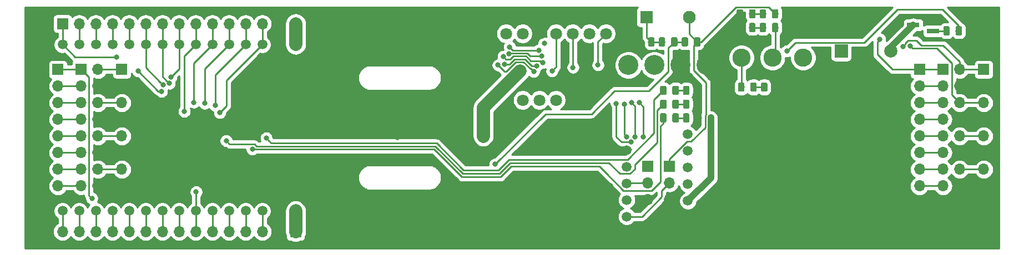
<source format=gbr>
G04 #@! TF.GenerationSoftware,KiCad,Pcbnew,(5.1.4)-1*
G04 #@! TF.CreationDate,2021-03-05T08:28:38-08:00*
G04 #@! TF.ProjectId,BOMPanelClipon,424f4d50-616e-4656-9c43-6c69706f6e2e,rev?*
G04 #@! TF.SameCoordinates,Original*
G04 #@! TF.FileFunction,Copper,L1,Top*
G04 #@! TF.FilePolarity,Positive*
%FSLAX46Y46*%
G04 Gerber Fmt 4.6, Leading zero omitted, Abs format (unit mm)*
G04 Created by KiCad (PCBNEW (5.1.4)-1) date 2021-03-05 08:28:38*
%MOMM*%
%LPD*%
G04 APERTURE LIST*
%ADD10C,1.500000*%
%ADD11C,3.048000*%
%ADD12O,1.700000X1.700000*%
%ADD13R,1.700000X1.700000*%
%ADD14C,0.100000*%
%ADD15C,0.975000*%
%ADD16C,1.800000*%
%ADD17R,2.000000X2.000000*%
%ADD18C,2.000000*%
%ADD19R,1.900000X0.800000*%
%ADD20R,1.950000X1.950000*%
%ADD21C,1.950000*%
%ADD22C,2.775001*%
%ADD23C,0.800000*%
%ADD24C,0.250000*%
%ADD25C,2.000000*%
%ADD26C,1.000000*%
%ADD27C,0.254000*%
G04 APERTURE END LIST*
D10*
X17480000Y-3420000D03*
X17480000Y-5960000D03*
X17480000Y-8500000D03*
X17480000Y-11040000D03*
X17480000Y-13580000D03*
D11*
X29628600Y9575000D03*
X25666200Y9575000D03*
X21703800Y9575000D03*
X17741400Y9575000D03*
D12*
X-59537600Y-8890000D03*
X-59537600Y-6350000D03*
X-59537600Y-3810000D03*
X-59537600Y-1270000D03*
X-59537600Y1270000D03*
X-59537600Y3810000D03*
X-59537600Y6350000D03*
D13*
X-59537600Y8890000D03*
D14*
G36*
X26630142Y13798826D02*
G01*
X26653803Y13795316D01*
X26677007Y13789504D01*
X26699529Y13781446D01*
X26721153Y13771218D01*
X26741670Y13758921D01*
X26760883Y13744671D01*
X26778607Y13728607D01*
X26794671Y13710883D01*
X26808921Y13691670D01*
X26821218Y13671153D01*
X26831446Y13649529D01*
X26839504Y13627007D01*
X26845316Y13603803D01*
X26848826Y13580142D01*
X26850000Y13556250D01*
X26850000Y12643750D01*
X26848826Y12619858D01*
X26845316Y12596197D01*
X26839504Y12572993D01*
X26831446Y12550471D01*
X26821218Y12528847D01*
X26808921Y12508330D01*
X26794671Y12489117D01*
X26778607Y12471393D01*
X26760883Y12455329D01*
X26741670Y12441079D01*
X26721153Y12428782D01*
X26699529Y12418554D01*
X26677007Y12410496D01*
X26653803Y12404684D01*
X26630142Y12401174D01*
X26606250Y12400000D01*
X26118750Y12400000D01*
X26094858Y12401174D01*
X26071197Y12404684D01*
X26047993Y12410496D01*
X26025471Y12418554D01*
X26003847Y12428782D01*
X25983330Y12441079D01*
X25964117Y12455329D01*
X25946393Y12471393D01*
X25930329Y12489117D01*
X25916079Y12508330D01*
X25903782Y12528847D01*
X25893554Y12550471D01*
X25885496Y12572993D01*
X25879684Y12596197D01*
X25876174Y12619858D01*
X25875000Y12643750D01*
X25875000Y13556250D01*
X25876174Y13580142D01*
X25879684Y13603803D01*
X25885496Y13627007D01*
X25893554Y13649529D01*
X25903782Y13671153D01*
X25916079Y13691670D01*
X25930329Y13710883D01*
X25946393Y13728607D01*
X25964117Y13744671D01*
X25983330Y13758921D01*
X26003847Y13771218D01*
X26025471Y13781446D01*
X26047993Y13789504D01*
X26071197Y13795316D01*
X26094858Y13798826D01*
X26118750Y13800000D01*
X26606250Y13800000D01*
X26630142Y13798826D01*
X26630142Y13798826D01*
G37*
D15*
X26362500Y13100000D03*
D14*
G36*
X28505142Y13798826D02*
G01*
X28528803Y13795316D01*
X28552007Y13789504D01*
X28574529Y13781446D01*
X28596153Y13771218D01*
X28616670Y13758921D01*
X28635883Y13744671D01*
X28653607Y13728607D01*
X28669671Y13710883D01*
X28683921Y13691670D01*
X28696218Y13671153D01*
X28706446Y13649529D01*
X28714504Y13627007D01*
X28720316Y13603803D01*
X28723826Y13580142D01*
X28725000Y13556250D01*
X28725000Y12643750D01*
X28723826Y12619858D01*
X28720316Y12596197D01*
X28714504Y12572993D01*
X28706446Y12550471D01*
X28696218Y12528847D01*
X28683921Y12508330D01*
X28669671Y12489117D01*
X28653607Y12471393D01*
X28635883Y12455329D01*
X28616670Y12441079D01*
X28596153Y12428782D01*
X28574529Y12418554D01*
X28552007Y12410496D01*
X28528803Y12404684D01*
X28505142Y12401174D01*
X28481250Y12400000D01*
X27993750Y12400000D01*
X27969858Y12401174D01*
X27946197Y12404684D01*
X27922993Y12410496D01*
X27900471Y12418554D01*
X27878847Y12428782D01*
X27858330Y12441079D01*
X27839117Y12455329D01*
X27821393Y12471393D01*
X27805329Y12489117D01*
X27791079Y12508330D01*
X27778782Y12528847D01*
X27768554Y12550471D01*
X27760496Y12572993D01*
X27754684Y12596197D01*
X27751174Y12619858D01*
X27750000Y12643750D01*
X27750000Y13556250D01*
X27751174Y13580142D01*
X27754684Y13603803D01*
X27760496Y13627007D01*
X27768554Y13649529D01*
X27778782Y13671153D01*
X27791079Y13691670D01*
X27805329Y13710883D01*
X27821393Y13728607D01*
X27839117Y13744671D01*
X27858330Y13758921D01*
X27878847Y13771218D01*
X27900471Y13781446D01*
X27922993Y13789504D01*
X27946197Y13795316D01*
X27969858Y13798826D01*
X27993750Y13800000D01*
X28481250Y13800000D01*
X28505142Y13798826D01*
X28505142Y13798826D01*
G37*
D15*
X28237500Y13100000D03*
D14*
G36*
X23130142Y13798826D02*
G01*
X23153803Y13795316D01*
X23177007Y13789504D01*
X23199529Y13781446D01*
X23221153Y13771218D01*
X23241670Y13758921D01*
X23260883Y13744671D01*
X23278607Y13728607D01*
X23294671Y13710883D01*
X23308921Y13691670D01*
X23321218Y13671153D01*
X23331446Y13649529D01*
X23339504Y13627007D01*
X23345316Y13603803D01*
X23348826Y13580142D01*
X23350000Y13556250D01*
X23350000Y12643750D01*
X23348826Y12619858D01*
X23345316Y12596197D01*
X23339504Y12572993D01*
X23331446Y12550471D01*
X23321218Y12528847D01*
X23308921Y12508330D01*
X23294671Y12489117D01*
X23278607Y12471393D01*
X23260883Y12455329D01*
X23241670Y12441079D01*
X23221153Y12428782D01*
X23199529Y12418554D01*
X23177007Y12410496D01*
X23153803Y12404684D01*
X23130142Y12401174D01*
X23106250Y12400000D01*
X22618750Y12400000D01*
X22594858Y12401174D01*
X22571197Y12404684D01*
X22547993Y12410496D01*
X22525471Y12418554D01*
X22503847Y12428782D01*
X22483330Y12441079D01*
X22464117Y12455329D01*
X22446393Y12471393D01*
X22430329Y12489117D01*
X22416079Y12508330D01*
X22403782Y12528847D01*
X22393554Y12550471D01*
X22385496Y12572993D01*
X22379684Y12596197D01*
X22376174Y12619858D01*
X22375000Y12643750D01*
X22375000Y13556250D01*
X22376174Y13580142D01*
X22379684Y13603803D01*
X22385496Y13627007D01*
X22393554Y13649529D01*
X22403782Y13671153D01*
X22416079Y13691670D01*
X22430329Y13710883D01*
X22446393Y13728607D01*
X22464117Y13744671D01*
X22483330Y13758921D01*
X22503847Y13771218D01*
X22525471Y13781446D01*
X22547993Y13789504D01*
X22571197Y13795316D01*
X22594858Y13798826D01*
X22618750Y13800000D01*
X23106250Y13800000D01*
X23130142Y13798826D01*
X23130142Y13798826D01*
G37*
D15*
X22862500Y13100000D03*
D14*
G36*
X25005142Y13798826D02*
G01*
X25028803Y13795316D01*
X25052007Y13789504D01*
X25074529Y13781446D01*
X25096153Y13771218D01*
X25116670Y13758921D01*
X25135883Y13744671D01*
X25153607Y13728607D01*
X25169671Y13710883D01*
X25183921Y13691670D01*
X25196218Y13671153D01*
X25206446Y13649529D01*
X25214504Y13627007D01*
X25220316Y13603803D01*
X25223826Y13580142D01*
X25225000Y13556250D01*
X25225000Y12643750D01*
X25223826Y12619858D01*
X25220316Y12596197D01*
X25214504Y12572993D01*
X25206446Y12550471D01*
X25196218Y12528847D01*
X25183921Y12508330D01*
X25169671Y12489117D01*
X25153607Y12471393D01*
X25135883Y12455329D01*
X25116670Y12441079D01*
X25096153Y12428782D01*
X25074529Y12418554D01*
X25052007Y12410496D01*
X25028803Y12404684D01*
X25005142Y12401174D01*
X24981250Y12400000D01*
X24493750Y12400000D01*
X24469858Y12401174D01*
X24446197Y12404684D01*
X24422993Y12410496D01*
X24400471Y12418554D01*
X24378847Y12428782D01*
X24358330Y12441079D01*
X24339117Y12455329D01*
X24321393Y12471393D01*
X24305329Y12489117D01*
X24291079Y12508330D01*
X24278782Y12528847D01*
X24268554Y12550471D01*
X24260496Y12572993D01*
X24254684Y12596197D01*
X24251174Y12619858D01*
X24250000Y12643750D01*
X24250000Y13556250D01*
X24251174Y13580142D01*
X24254684Y13603803D01*
X24260496Y13627007D01*
X24268554Y13649529D01*
X24278782Y13671153D01*
X24291079Y13691670D01*
X24305329Y13710883D01*
X24321393Y13728607D01*
X24339117Y13744671D01*
X24358330Y13758921D01*
X24378847Y13771218D01*
X24400471Y13781446D01*
X24422993Y13789504D01*
X24446197Y13795316D01*
X24469858Y13798826D01*
X24493750Y13800000D01*
X24981250Y13800000D01*
X25005142Y13798826D01*
X25005142Y13798826D01*
G37*
D15*
X24737500Y13100000D03*
D14*
G36*
X19630142Y13798826D02*
G01*
X19653803Y13795316D01*
X19677007Y13789504D01*
X19699529Y13781446D01*
X19721153Y13771218D01*
X19741670Y13758921D01*
X19760883Y13744671D01*
X19778607Y13728607D01*
X19794671Y13710883D01*
X19808921Y13691670D01*
X19821218Y13671153D01*
X19831446Y13649529D01*
X19839504Y13627007D01*
X19845316Y13603803D01*
X19848826Y13580142D01*
X19850000Y13556250D01*
X19850000Y12643750D01*
X19848826Y12619858D01*
X19845316Y12596197D01*
X19839504Y12572993D01*
X19831446Y12550471D01*
X19821218Y12528847D01*
X19808921Y12508330D01*
X19794671Y12489117D01*
X19778607Y12471393D01*
X19760883Y12455329D01*
X19741670Y12441079D01*
X19721153Y12428782D01*
X19699529Y12418554D01*
X19677007Y12410496D01*
X19653803Y12404684D01*
X19630142Y12401174D01*
X19606250Y12400000D01*
X19118750Y12400000D01*
X19094858Y12401174D01*
X19071197Y12404684D01*
X19047993Y12410496D01*
X19025471Y12418554D01*
X19003847Y12428782D01*
X18983330Y12441079D01*
X18964117Y12455329D01*
X18946393Y12471393D01*
X18930329Y12489117D01*
X18916079Y12508330D01*
X18903782Y12528847D01*
X18893554Y12550471D01*
X18885496Y12572993D01*
X18879684Y12596197D01*
X18876174Y12619858D01*
X18875000Y12643750D01*
X18875000Y13556250D01*
X18876174Y13580142D01*
X18879684Y13603803D01*
X18885496Y13627007D01*
X18893554Y13649529D01*
X18903782Y13671153D01*
X18916079Y13691670D01*
X18930329Y13710883D01*
X18946393Y13728607D01*
X18964117Y13744671D01*
X18983330Y13758921D01*
X19003847Y13771218D01*
X19025471Y13781446D01*
X19047993Y13789504D01*
X19071197Y13795316D01*
X19094858Y13798826D01*
X19118750Y13800000D01*
X19606250Y13800000D01*
X19630142Y13798826D01*
X19630142Y13798826D01*
G37*
D15*
X19362500Y13100000D03*
D14*
G36*
X21505142Y13798826D02*
G01*
X21528803Y13795316D01*
X21552007Y13789504D01*
X21574529Y13781446D01*
X21596153Y13771218D01*
X21616670Y13758921D01*
X21635883Y13744671D01*
X21653607Y13728607D01*
X21669671Y13710883D01*
X21683921Y13691670D01*
X21696218Y13671153D01*
X21706446Y13649529D01*
X21714504Y13627007D01*
X21720316Y13603803D01*
X21723826Y13580142D01*
X21725000Y13556250D01*
X21725000Y12643750D01*
X21723826Y12619858D01*
X21720316Y12596197D01*
X21714504Y12572993D01*
X21706446Y12550471D01*
X21696218Y12528847D01*
X21683921Y12508330D01*
X21669671Y12489117D01*
X21653607Y12471393D01*
X21635883Y12455329D01*
X21616670Y12441079D01*
X21596153Y12428782D01*
X21574529Y12418554D01*
X21552007Y12410496D01*
X21528803Y12404684D01*
X21505142Y12401174D01*
X21481250Y12400000D01*
X20993750Y12400000D01*
X20969858Y12401174D01*
X20946197Y12404684D01*
X20922993Y12410496D01*
X20900471Y12418554D01*
X20878847Y12428782D01*
X20858330Y12441079D01*
X20839117Y12455329D01*
X20821393Y12471393D01*
X20805329Y12489117D01*
X20791079Y12508330D01*
X20778782Y12528847D01*
X20768554Y12550471D01*
X20760496Y12572993D01*
X20754684Y12596197D01*
X20751174Y12619858D01*
X20750000Y12643750D01*
X20750000Y13556250D01*
X20751174Y13580142D01*
X20754684Y13603803D01*
X20760496Y13627007D01*
X20768554Y13649529D01*
X20778782Y13671153D01*
X20791079Y13691670D01*
X20805329Y13710883D01*
X20821393Y13728607D01*
X20839117Y13744671D01*
X20858330Y13758921D01*
X20878847Y13771218D01*
X20900471Y13781446D01*
X20922993Y13789504D01*
X20946197Y13795316D01*
X20969858Y13798826D01*
X20993750Y13800000D01*
X21481250Y13800000D01*
X21505142Y13798826D01*
X21505142Y13798826D01*
G37*
D15*
X21237500Y13100000D03*
D10*
X26809700Y-1016000D03*
X26809700Y-3556000D03*
X26809700Y-6096000D03*
X26809700Y-8636000D03*
X26809700Y-11176000D03*
X26809700Y-13716000D03*
X-33020000Y12700000D03*
X-33020000Y-12700000D03*
X-35560000Y12700000D03*
X-35560000Y-12700000D03*
X-38100000Y12700000D03*
X-38100000Y-12700000D03*
X-40640000Y12700000D03*
X-40640000Y-12700000D03*
X-43180000Y12700000D03*
X-43180000Y-12700000D03*
X-45720000Y12700000D03*
X-45720000Y-12700000D03*
X-48260000Y12700000D03*
X-48260000Y-12700000D03*
X-50800000Y12700000D03*
X-50800000Y-12700000D03*
X-53340000Y12700000D03*
X-53340000Y-12700000D03*
X-55880000Y12700000D03*
X-55880000Y-12700000D03*
X-58420000Y12700000D03*
X-58420000Y-12700000D03*
X-60960000Y12700000D03*
X-60960000Y-12700000D03*
X-63500000Y12700000D03*
X-63500000Y-12700000D03*
X-66040000Y12700000D03*
X-66040000Y-12700000D03*
X-68580000Y12700000D03*
X-68580000Y-12700000D03*
D16*
X-920000Y14380000D03*
X1620000Y14380000D03*
X4160000Y14380000D03*
X6700000Y14380000D03*
X9240000Y14380000D03*
X11780000Y14380000D03*
X14320000Y14380000D03*
X11780000Y4220000D03*
X9240000Y4220000D03*
X6700000Y4220000D03*
X4160000Y4220000D03*
X1620000Y4220000D03*
D14*
G36*
X35030142Y18098826D02*
G01*
X35053803Y18095316D01*
X35077007Y18089504D01*
X35099529Y18081446D01*
X35121153Y18071218D01*
X35141670Y18058921D01*
X35160883Y18044671D01*
X35178607Y18028607D01*
X35194671Y18010883D01*
X35208921Y17991670D01*
X35221218Y17971153D01*
X35231446Y17949529D01*
X35239504Y17927007D01*
X35245316Y17903803D01*
X35248826Y17880142D01*
X35250000Y17856250D01*
X35250000Y16943750D01*
X35248826Y16919858D01*
X35245316Y16896197D01*
X35239504Y16872993D01*
X35231446Y16850471D01*
X35221218Y16828847D01*
X35208921Y16808330D01*
X35194671Y16789117D01*
X35178607Y16771393D01*
X35160883Y16755329D01*
X35141670Y16741079D01*
X35121153Y16728782D01*
X35099529Y16718554D01*
X35077007Y16710496D01*
X35053803Y16704684D01*
X35030142Y16701174D01*
X35006250Y16700000D01*
X34518750Y16700000D01*
X34494858Y16701174D01*
X34471197Y16704684D01*
X34447993Y16710496D01*
X34425471Y16718554D01*
X34403847Y16728782D01*
X34383330Y16741079D01*
X34364117Y16755329D01*
X34346393Y16771393D01*
X34330329Y16789117D01*
X34316079Y16808330D01*
X34303782Y16828847D01*
X34293554Y16850471D01*
X34285496Y16872993D01*
X34279684Y16896197D01*
X34276174Y16919858D01*
X34275000Y16943750D01*
X34275000Y17856250D01*
X34276174Y17880142D01*
X34279684Y17903803D01*
X34285496Y17927007D01*
X34293554Y17949529D01*
X34303782Y17971153D01*
X34316079Y17991670D01*
X34330329Y18010883D01*
X34346393Y18028607D01*
X34364117Y18044671D01*
X34383330Y18058921D01*
X34403847Y18071218D01*
X34425471Y18081446D01*
X34447993Y18089504D01*
X34471197Y18095316D01*
X34494858Y18098826D01*
X34518750Y18100000D01*
X35006250Y18100000D01*
X35030142Y18098826D01*
X35030142Y18098826D01*
G37*
D15*
X34762500Y17400000D03*
D14*
G36*
X36905142Y18098826D02*
G01*
X36928803Y18095316D01*
X36952007Y18089504D01*
X36974529Y18081446D01*
X36996153Y18071218D01*
X37016670Y18058921D01*
X37035883Y18044671D01*
X37053607Y18028607D01*
X37069671Y18010883D01*
X37083921Y17991670D01*
X37096218Y17971153D01*
X37106446Y17949529D01*
X37114504Y17927007D01*
X37120316Y17903803D01*
X37123826Y17880142D01*
X37125000Y17856250D01*
X37125000Y16943750D01*
X37123826Y16919858D01*
X37120316Y16896197D01*
X37114504Y16872993D01*
X37106446Y16850471D01*
X37096218Y16828847D01*
X37083921Y16808330D01*
X37069671Y16789117D01*
X37053607Y16771393D01*
X37035883Y16755329D01*
X37016670Y16741079D01*
X36996153Y16728782D01*
X36974529Y16718554D01*
X36952007Y16710496D01*
X36928803Y16704684D01*
X36905142Y16701174D01*
X36881250Y16700000D01*
X36393750Y16700000D01*
X36369858Y16701174D01*
X36346197Y16704684D01*
X36322993Y16710496D01*
X36300471Y16718554D01*
X36278847Y16728782D01*
X36258330Y16741079D01*
X36239117Y16755329D01*
X36221393Y16771393D01*
X36205329Y16789117D01*
X36191079Y16808330D01*
X36178782Y16828847D01*
X36168554Y16850471D01*
X36160496Y16872993D01*
X36154684Y16896197D01*
X36151174Y16919858D01*
X36150000Y16943750D01*
X36150000Y17856250D01*
X36151174Y17880142D01*
X36154684Y17903803D01*
X36160496Y17927007D01*
X36168554Y17949529D01*
X36178782Y17971153D01*
X36191079Y17991670D01*
X36205329Y18010883D01*
X36221393Y18028607D01*
X36239117Y18044671D01*
X36258330Y18058921D01*
X36278847Y18071218D01*
X36300471Y18081446D01*
X36322993Y18089504D01*
X36346197Y18095316D01*
X36369858Y18098826D01*
X36393750Y18100000D01*
X36881250Y18100000D01*
X36905142Y18098826D01*
X36905142Y18098826D01*
G37*
D15*
X36637500Y17400000D03*
D14*
G36*
X36905142Y15998826D02*
G01*
X36928803Y15995316D01*
X36952007Y15989504D01*
X36974529Y15981446D01*
X36996153Y15971218D01*
X37016670Y15958921D01*
X37035883Y15944671D01*
X37053607Y15928607D01*
X37069671Y15910883D01*
X37083921Y15891670D01*
X37096218Y15871153D01*
X37106446Y15849529D01*
X37114504Y15827007D01*
X37120316Y15803803D01*
X37123826Y15780142D01*
X37125000Y15756250D01*
X37125000Y14843750D01*
X37123826Y14819858D01*
X37120316Y14796197D01*
X37114504Y14772993D01*
X37106446Y14750471D01*
X37096218Y14728847D01*
X37083921Y14708330D01*
X37069671Y14689117D01*
X37053607Y14671393D01*
X37035883Y14655329D01*
X37016670Y14641079D01*
X36996153Y14628782D01*
X36974529Y14618554D01*
X36952007Y14610496D01*
X36928803Y14604684D01*
X36905142Y14601174D01*
X36881250Y14600000D01*
X36393750Y14600000D01*
X36369858Y14601174D01*
X36346197Y14604684D01*
X36322993Y14610496D01*
X36300471Y14618554D01*
X36278847Y14628782D01*
X36258330Y14641079D01*
X36239117Y14655329D01*
X36221393Y14671393D01*
X36205329Y14689117D01*
X36191079Y14708330D01*
X36178782Y14728847D01*
X36168554Y14750471D01*
X36160496Y14772993D01*
X36154684Y14796197D01*
X36151174Y14819858D01*
X36150000Y14843750D01*
X36150000Y15756250D01*
X36151174Y15780142D01*
X36154684Y15803803D01*
X36160496Y15827007D01*
X36168554Y15849529D01*
X36178782Y15871153D01*
X36191079Y15891670D01*
X36205329Y15910883D01*
X36221393Y15928607D01*
X36239117Y15944671D01*
X36258330Y15958921D01*
X36278847Y15971218D01*
X36300471Y15981446D01*
X36322993Y15989504D01*
X36346197Y15995316D01*
X36369858Y15998826D01*
X36393750Y16000000D01*
X36881250Y16000000D01*
X36905142Y15998826D01*
X36905142Y15998826D01*
G37*
D15*
X36637500Y15300000D03*
D14*
G36*
X35030142Y15998826D02*
G01*
X35053803Y15995316D01*
X35077007Y15989504D01*
X35099529Y15981446D01*
X35121153Y15971218D01*
X35141670Y15958921D01*
X35160883Y15944671D01*
X35178607Y15928607D01*
X35194671Y15910883D01*
X35208921Y15891670D01*
X35221218Y15871153D01*
X35231446Y15849529D01*
X35239504Y15827007D01*
X35245316Y15803803D01*
X35248826Y15780142D01*
X35250000Y15756250D01*
X35250000Y14843750D01*
X35248826Y14819858D01*
X35245316Y14796197D01*
X35239504Y14772993D01*
X35231446Y14750471D01*
X35221218Y14728847D01*
X35208921Y14708330D01*
X35194671Y14689117D01*
X35178607Y14671393D01*
X35160883Y14655329D01*
X35141670Y14641079D01*
X35121153Y14628782D01*
X35099529Y14618554D01*
X35077007Y14610496D01*
X35053803Y14604684D01*
X35030142Y14601174D01*
X35006250Y14600000D01*
X34518750Y14600000D01*
X34494858Y14601174D01*
X34471197Y14604684D01*
X34447993Y14610496D01*
X34425471Y14618554D01*
X34403847Y14628782D01*
X34383330Y14641079D01*
X34364117Y14655329D01*
X34346393Y14671393D01*
X34330329Y14689117D01*
X34316079Y14708330D01*
X34303782Y14728847D01*
X34293554Y14750471D01*
X34285496Y14772993D01*
X34279684Y14796197D01*
X34276174Y14819858D01*
X34275000Y14843750D01*
X34275000Y15756250D01*
X34276174Y15780142D01*
X34279684Y15803803D01*
X34285496Y15827007D01*
X34293554Y15849529D01*
X34303782Y15871153D01*
X34316079Y15891670D01*
X34330329Y15910883D01*
X34346393Y15928607D01*
X34364117Y15944671D01*
X34383330Y15958921D01*
X34403847Y15971218D01*
X34425471Y15981446D01*
X34447993Y15989504D01*
X34471197Y15995316D01*
X34494858Y15998826D01*
X34518750Y16000000D01*
X35006250Y16000000D01*
X35030142Y15998826D01*
X35030142Y15998826D01*
G37*
D15*
X34762500Y15300000D03*
D14*
G36*
X28705142Y2198826D02*
G01*
X28728803Y2195316D01*
X28752007Y2189504D01*
X28774529Y2181446D01*
X28796153Y2171218D01*
X28816670Y2158921D01*
X28835883Y2144671D01*
X28853607Y2128607D01*
X28869671Y2110883D01*
X28883921Y2091670D01*
X28896218Y2071153D01*
X28906446Y2049529D01*
X28914504Y2027007D01*
X28920316Y2003803D01*
X28923826Y1980142D01*
X28925000Y1956250D01*
X28925000Y1043750D01*
X28923826Y1019858D01*
X28920316Y996197D01*
X28914504Y972993D01*
X28906446Y950471D01*
X28896218Y928847D01*
X28883921Y908330D01*
X28869671Y889117D01*
X28853607Y871393D01*
X28835883Y855329D01*
X28816670Y841079D01*
X28796153Y828782D01*
X28774529Y818554D01*
X28752007Y810496D01*
X28728803Y804684D01*
X28705142Y801174D01*
X28681250Y800000D01*
X28193750Y800000D01*
X28169858Y801174D01*
X28146197Y804684D01*
X28122993Y810496D01*
X28100471Y818554D01*
X28078847Y828782D01*
X28058330Y841079D01*
X28039117Y855329D01*
X28021393Y871393D01*
X28005329Y889117D01*
X27991079Y908330D01*
X27978782Y928847D01*
X27968554Y950471D01*
X27960496Y972993D01*
X27954684Y996197D01*
X27951174Y1019858D01*
X27950000Y1043750D01*
X27950000Y1956250D01*
X27951174Y1980142D01*
X27954684Y2003803D01*
X27960496Y2027007D01*
X27968554Y2049529D01*
X27978782Y2071153D01*
X27991079Y2091670D01*
X28005329Y2110883D01*
X28021393Y2128607D01*
X28039117Y2144671D01*
X28058330Y2158921D01*
X28078847Y2171218D01*
X28100471Y2181446D01*
X28122993Y2189504D01*
X28146197Y2195316D01*
X28169858Y2198826D01*
X28193750Y2200000D01*
X28681250Y2200000D01*
X28705142Y2198826D01*
X28705142Y2198826D01*
G37*
D15*
X28437500Y1500000D03*
D14*
G36*
X26830142Y2198826D02*
G01*
X26853803Y2195316D01*
X26877007Y2189504D01*
X26899529Y2181446D01*
X26921153Y2171218D01*
X26941670Y2158921D01*
X26960883Y2144671D01*
X26978607Y2128607D01*
X26994671Y2110883D01*
X27008921Y2091670D01*
X27021218Y2071153D01*
X27031446Y2049529D01*
X27039504Y2027007D01*
X27045316Y2003803D01*
X27048826Y1980142D01*
X27050000Y1956250D01*
X27050000Y1043750D01*
X27048826Y1019858D01*
X27045316Y996197D01*
X27039504Y972993D01*
X27031446Y950471D01*
X27021218Y928847D01*
X27008921Y908330D01*
X26994671Y889117D01*
X26978607Y871393D01*
X26960883Y855329D01*
X26941670Y841079D01*
X26921153Y828782D01*
X26899529Y818554D01*
X26877007Y810496D01*
X26853803Y804684D01*
X26830142Y801174D01*
X26806250Y800000D01*
X26318750Y800000D01*
X26294858Y801174D01*
X26271197Y804684D01*
X26247993Y810496D01*
X26225471Y818554D01*
X26203847Y828782D01*
X26183330Y841079D01*
X26164117Y855329D01*
X26146393Y871393D01*
X26130329Y889117D01*
X26116079Y908330D01*
X26103782Y928847D01*
X26093554Y950471D01*
X26085496Y972993D01*
X26079684Y996197D01*
X26076174Y1019858D01*
X26075000Y1043750D01*
X26075000Y1956250D01*
X26076174Y1980142D01*
X26079684Y2003803D01*
X26085496Y2027007D01*
X26093554Y2049529D01*
X26103782Y2071153D01*
X26116079Y2091670D01*
X26130329Y2110883D01*
X26146393Y2128607D01*
X26164117Y2144671D01*
X26183330Y2158921D01*
X26203847Y2171218D01*
X26225471Y2181446D01*
X26247993Y2189504D01*
X26271197Y2195316D01*
X26294858Y2198826D01*
X26318750Y2200000D01*
X26806250Y2200000D01*
X26830142Y2198826D01*
X26830142Y2198826D01*
G37*
D15*
X26562500Y1500000D03*
D12*
X-63190000Y-8890000D03*
X-65730000Y-8890000D03*
X-63190000Y-6350000D03*
X-65730000Y-6350000D03*
X-63190000Y-3810000D03*
X-65730000Y-3810000D03*
X-63190000Y-1270000D03*
X-65730000Y-1270000D03*
X-63190000Y1270000D03*
X-65730000Y1270000D03*
X-63190000Y3810000D03*
X-65730000Y3810000D03*
X-63190000Y6350000D03*
X-65730000Y6350000D03*
X-63190000Y8890000D03*
D13*
X-65730000Y8890000D03*
X-33020000Y-15875000D03*
D12*
X-35560000Y-15875000D03*
X-38100000Y-15875000D03*
X-40640000Y-15875000D03*
X-43180000Y-15875000D03*
X-45720000Y-15875000D03*
X-48260000Y-15875000D03*
X-50800000Y-15875000D03*
X-53340000Y-15875000D03*
X-55880000Y-15875000D03*
X-58420000Y-15875000D03*
X-60960000Y-15875000D03*
X-63500000Y-15875000D03*
X-66040000Y-15875000D03*
X-68580000Y-15875000D03*
X-33020000Y15875000D03*
X-35560000Y15875000D03*
X-38100000Y15875000D03*
X-40640000Y15875000D03*
X-43180000Y15875000D03*
X-45720000Y15875000D03*
X-48260000Y15875000D03*
X-50800000Y15875000D03*
X-53340000Y15875000D03*
X-55880000Y15875000D03*
X-58420000Y15875000D03*
X-60960000Y15875000D03*
X-63500000Y15875000D03*
X-66040000Y15875000D03*
D13*
X-68580000Y15875000D03*
X65730000Y8890000D03*
D12*
X68270000Y8890000D03*
X65730000Y6350000D03*
X68270000Y6350000D03*
X65730000Y3810000D03*
X68270000Y3810000D03*
X65730000Y1270000D03*
X68270000Y1270000D03*
X65730000Y-1270000D03*
X68270000Y-1270000D03*
X65730000Y-3810000D03*
X68270000Y-3810000D03*
X65730000Y-6350000D03*
X68270000Y-6350000D03*
X65730000Y-8890000D03*
X68270000Y-8890000D03*
D13*
X-69291200Y8890000D03*
D12*
X-69291200Y6350000D03*
X-69291200Y3810000D03*
X-69291200Y1270000D03*
X-69291200Y-1270000D03*
X-69291200Y-3810000D03*
X-69291200Y-6350000D03*
X-69291200Y-8890000D03*
D13*
X62153800Y8890000D03*
D12*
X62153800Y6350000D03*
X62153800Y3810000D03*
X62153800Y1270000D03*
X62153800Y-1270000D03*
X62153800Y-3810000D03*
X62153800Y-6350000D03*
X62153800Y-8890000D03*
X71932800Y-8890000D03*
X71932800Y-6350000D03*
X71932800Y-3810000D03*
X71932800Y-1270000D03*
X71932800Y1270000D03*
X71932800Y3810000D03*
X71932800Y6350000D03*
D13*
X71932800Y8890000D03*
D14*
G36*
X40405142Y18098826D02*
G01*
X40428803Y18095316D01*
X40452007Y18089504D01*
X40474529Y18081446D01*
X40496153Y18071218D01*
X40516670Y18058921D01*
X40535883Y18044671D01*
X40553607Y18028607D01*
X40569671Y18010883D01*
X40583921Y17991670D01*
X40596218Y17971153D01*
X40606446Y17949529D01*
X40614504Y17927007D01*
X40620316Y17903803D01*
X40623826Y17880142D01*
X40625000Y17856250D01*
X40625000Y16943750D01*
X40623826Y16919858D01*
X40620316Y16896197D01*
X40614504Y16872993D01*
X40606446Y16850471D01*
X40596218Y16828847D01*
X40583921Y16808330D01*
X40569671Y16789117D01*
X40553607Y16771393D01*
X40535883Y16755329D01*
X40516670Y16741079D01*
X40496153Y16728782D01*
X40474529Y16718554D01*
X40452007Y16710496D01*
X40428803Y16704684D01*
X40405142Y16701174D01*
X40381250Y16700000D01*
X39893750Y16700000D01*
X39869858Y16701174D01*
X39846197Y16704684D01*
X39822993Y16710496D01*
X39800471Y16718554D01*
X39778847Y16728782D01*
X39758330Y16741079D01*
X39739117Y16755329D01*
X39721393Y16771393D01*
X39705329Y16789117D01*
X39691079Y16808330D01*
X39678782Y16828847D01*
X39668554Y16850471D01*
X39660496Y16872993D01*
X39654684Y16896197D01*
X39651174Y16919858D01*
X39650000Y16943750D01*
X39650000Y17856250D01*
X39651174Y17880142D01*
X39654684Y17903803D01*
X39660496Y17927007D01*
X39668554Y17949529D01*
X39678782Y17971153D01*
X39691079Y17991670D01*
X39705329Y18010883D01*
X39721393Y18028607D01*
X39739117Y18044671D01*
X39758330Y18058921D01*
X39778847Y18071218D01*
X39800471Y18081446D01*
X39822993Y18089504D01*
X39846197Y18095316D01*
X39869858Y18098826D01*
X39893750Y18100000D01*
X40381250Y18100000D01*
X40405142Y18098826D01*
X40405142Y18098826D01*
G37*
D15*
X40137500Y17400000D03*
D14*
G36*
X38530142Y18098826D02*
G01*
X38553803Y18095316D01*
X38577007Y18089504D01*
X38599529Y18081446D01*
X38621153Y18071218D01*
X38641670Y18058921D01*
X38660883Y18044671D01*
X38678607Y18028607D01*
X38694671Y18010883D01*
X38708921Y17991670D01*
X38721218Y17971153D01*
X38731446Y17949529D01*
X38739504Y17927007D01*
X38745316Y17903803D01*
X38748826Y17880142D01*
X38750000Y17856250D01*
X38750000Y16943750D01*
X38748826Y16919858D01*
X38745316Y16896197D01*
X38739504Y16872993D01*
X38731446Y16850471D01*
X38721218Y16828847D01*
X38708921Y16808330D01*
X38694671Y16789117D01*
X38678607Y16771393D01*
X38660883Y16755329D01*
X38641670Y16741079D01*
X38621153Y16728782D01*
X38599529Y16718554D01*
X38577007Y16710496D01*
X38553803Y16704684D01*
X38530142Y16701174D01*
X38506250Y16700000D01*
X38018750Y16700000D01*
X37994858Y16701174D01*
X37971197Y16704684D01*
X37947993Y16710496D01*
X37925471Y16718554D01*
X37903847Y16728782D01*
X37883330Y16741079D01*
X37864117Y16755329D01*
X37846393Y16771393D01*
X37830329Y16789117D01*
X37816079Y16808330D01*
X37803782Y16828847D01*
X37793554Y16850471D01*
X37785496Y16872993D01*
X37779684Y16896197D01*
X37776174Y16919858D01*
X37775000Y16943750D01*
X37775000Y17856250D01*
X37776174Y17880142D01*
X37779684Y17903803D01*
X37785496Y17927007D01*
X37793554Y17949529D01*
X37803782Y17971153D01*
X37816079Y17991670D01*
X37830329Y18010883D01*
X37846393Y18028607D01*
X37864117Y18044671D01*
X37883330Y18058921D01*
X37903847Y18071218D01*
X37925471Y18081446D01*
X37947993Y18089504D01*
X37971197Y18095316D01*
X37994858Y18098826D01*
X38018750Y18100000D01*
X38506250Y18100000D01*
X38530142Y18098826D01*
X38530142Y18098826D01*
G37*
D15*
X38262500Y17400000D03*
D14*
G36*
X40405142Y15998826D02*
G01*
X40428803Y15995316D01*
X40452007Y15989504D01*
X40474529Y15981446D01*
X40496153Y15971218D01*
X40516670Y15958921D01*
X40535883Y15944671D01*
X40553607Y15928607D01*
X40569671Y15910883D01*
X40583921Y15891670D01*
X40596218Y15871153D01*
X40606446Y15849529D01*
X40614504Y15827007D01*
X40620316Y15803803D01*
X40623826Y15780142D01*
X40625000Y15756250D01*
X40625000Y14843750D01*
X40623826Y14819858D01*
X40620316Y14796197D01*
X40614504Y14772993D01*
X40606446Y14750471D01*
X40596218Y14728847D01*
X40583921Y14708330D01*
X40569671Y14689117D01*
X40553607Y14671393D01*
X40535883Y14655329D01*
X40516670Y14641079D01*
X40496153Y14628782D01*
X40474529Y14618554D01*
X40452007Y14610496D01*
X40428803Y14604684D01*
X40405142Y14601174D01*
X40381250Y14600000D01*
X39893750Y14600000D01*
X39869858Y14601174D01*
X39846197Y14604684D01*
X39822993Y14610496D01*
X39800471Y14618554D01*
X39778847Y14628782D01*
X39758330Y14641079D01*
X39739117Y14655329D01*
X39721393Y14671393D01*
X39705329Y14689117D01*
X39691079Y14708330D01*
X39678782Y14728847D01*
X39668554Y14750471D01*
X39660496Y14772993D01*
X39654684Y14796197D01*
X39651174Y14819858D01*
X39650000Y14843750D01*
X39650000Y15756250D01*
X39651174Y15780142D01*
X39654684Y15803803D01*
X39660496Y15827007D01*
X39668554Y15849529D01*
X39678782Y15871153D01*
X39691079Y15891670D01*
X39705329Y15910883D01*
X39721393Y15928607D01*
X39739117Y15944671D01*
X39758330Y15958921D01*
X39778847Y15971218D01*
X39800471Y15981446D01*
X39822993Y15989504D01*
X39846197Y15995316D01*
X39869858Y15998826D01*
X39893750Y16000000D01*
X40381250Y16000000D01*
X40405142Y15998826D01*
X40405142Y15998826D01*
G37*
D15*
X40137500Y15300000D03*
D14*
G36*
X38530142Y15998826D02*
G01*
X38553803Y15995316D01*
X38577007Y15989504D01*
X38599529Y15981446D01*
X38621153Y15971218D01*
X38641670Y15958921D01*
X38660883Y15944671D01*
X38678607Y15928607D01*
X38694671Y15910883D01*
X38708921Y15891670D01*
X38721218Y15871153D01*
X38731446Y15849529D01*
X38739504Y15827007D01*
X38745316Y15803803D01*
X38748826Y15780142D01*
X38750000Y15756250D01*
X38750000Y14843750D01*
X38748826Y14819858D01*
X38745316Y14796197D01*
X38739504Y14772993D01*
X38731446Y14750471D01*
X38721218Y14728847D01*
X38708921Y14708330D01*
X38694671Y14689117D01*
X38678607Y14671393D01*
X38660883Y14655329D01*
X38641670Y14641079D01*
X38621153Y14628782D01*
X38599529Y14618554D01*
X38577007Y14610496D01*
X38553803Y14604684D01*
X38530142Y14601174D01*
X38506250Y14600000D01*
X38018750Y14600000D01*
X37994858Y14601174D01*
X37971197Y14604684D01*
X37947993Y14610496D01*
X37925471Y14618554D01*
X37903847Y14628782D01*
X37883330Y14641079D01*
X37864117Y14655329D01*
X37846393Y14671393D01*
X37830329Y14689117D01*
X37816079Y14708330D01*
X37803782Y14728847D01*
X37793554Y14750471D01*
X37785496Y14772993D01*
X37779684Y14796197D01*
X37776174Y14819858D01*
X37775000Y14843750D01*
X37775000Y15756250D01*
X37776174Y15780142D01*
X37779684Y15803803D01*
X37785496Y15827007D01*
X37793554Y15849529D01*
X37803782Y15871153D01*
X37816079Y15891670D01*
X37830329Y15910883D01*
X37846393Y15928607D01*
X37864117Y15944671D01*
X37883330Y15958921D01*
X37903847Y15971218D01*
X37925471Y15981446D01*
X37947993Y15989504D01*
X37971197Y15995316D01*
X37994858Y15998826D01*
X38018750Y16000000D01*
X38506250Y16000000D01*
X38530142Y15998826D01*
X38530142Y15998826D01*
G37*
D15*
X38262500Y15300000D03*
D14*
G36*
X25205142Y2198826D02*
G01*
X25228803Y2195316D01*
X25252007Y2189504D01*
X25274529Y2181446D01*
X25296153Y2171218D01*
X25316670Y2158921D01*
X25335883Y2144671D01*
X25353607Y2128607D01*
X25369671Y2110883D01*
X25383921Y2091670D01*
X25396218Y2071153D01*
X25406446Y2049529D01*
X25414504Y2027007D01*
X25420316Y2003803D01*
X25423826Y1980142D01*
X25425000Y1956250D01*
X25425000Y1043750D01*
X25423826Y1019858D01*
X25420316Y996197D01*
X25414504Y972993D01*
X25406446Y950471D01*
X25396218Y928847D01*
X25383921Y908330D01*
X25369671Y889117D01*
X25353607Y871393D01*
X25335883Y855329D01*
X25316670Y841079D01*
X25296153Y828782D01*
X25274529Y818554D01*
X25252007Y810496D01*
X25228803Y804684D01*
X25205142Y801174D01*
X25181250Y800000D01*
X24693750Y800000D01*
X24669858Y801174D01*
X24646197Y804684D01*
X24622993Y810496D01*
X24600471Y818554D01*
X24578847Y828782D01*
X24558330Y841079D01*
X24539117Y855329D01*
X24521393Y871393D01*
X24505329Y889117D01*
X24491079Y908330D01*
X24478782Y928847D01*
X24468554Y950471D01*
X24460496Y972993D01*
X24454684Y996197D01*
X24451174Y1019858D01*
X24450000Y1043750D01*
X24450000Y1956250D01*
X24451174Y1980142D01*
X24454684Y2003803D01*
X24460496Y2027007D01*
X24468554Y2049529D01*
X24478782Y2071153D01*
X24491079Y2091670D01*
X24505329Y2110883D01*
X24521393Y2128607D01*
X24539117Y2144671D01*
X24558330Y2158921D01*
X24578847Y2171218D01*
X24600471Y2181446D01*
X24622993Y2189504D01*
X24646197Y2195316D01*
X24669858Y2198826D01*
X24693750Y2200000D01*
X25181250Y2200000D01*
X25205142Y2198826D01*
X25205142Y2198826D01*
G37*
D15*
X24937500Y1500000D03*
D14*
G36*
X23330142Y2198826D02*
G01*
X23353803Y2195316D01*
X23377007Y2189504D01*
X23399529Y2181446D01*
X23421153Y2171218D01*
X23441670Y2158921D01*
X23460883Y2144671D01*
X23478607Y2128607D01*
X23494671Y2110883D01*
X23508921Y2091670D01*
X23521218Y2071153D01*
X23531446Y2049529D01*
X23539504Y2027007D01*
X23545316Y2003803D01*
X23548826Y1980142D01*
X23550000Y1956250D01*
X23550000Y1043750D01*
X23548826Y1019858D01*
X23545316Y996197D01*
X23539504Y972993D01*
X23531446Y950471D01*
X23521218Y928847D01*
X23508921Y908330D01*
X23494671Y889117D01*
X23478607Y871393D01*
X23460883Y855329D01*
X23441670Y841079D01*
X23421153Y828782D01*
X23399529Y818554D01*
X23377007Y810496D01*
X23353803Y804684D01*
X23330142Y801174D01*
X23306250Y800000D01*
X22818750Y800000D01*
X22794858Y801174D01*
X22771197Y804684D01*
X22747993Y810496D01*
X22725471Y818554D01*
X22703847Y828782D01*
X22683330Y841079D01*
X22664117Y855329D01*
X22646393Y871393D01*
X22630329Y889117D01*
X22616079Y908330D01*
X22603782Y928847D01*
X22593554Y950471D01*
X22585496Y972993D01*
X22579684Y996197D01*
X22576174Y1019858D01*
X22575000Y1043750D01*
X22575000Y1956250D01*
X22576174Y1980142D01*
X22579684Y2003803D01*
X22585496Y2027007D01*
X22593554Y2049529D01*
X22603782Y2071153D01*
X22616079Y2091670D01*
X22630329Y2110883D01*
X22646393Y2128607D01*
X22664117Y2144671D01*
X22683330Y2158921D01*
X22703847Y2171218D01*
X22725471Y2181446D01*
X22747993Y2189504D01*
X22771197Y2195316D01*
X22794858Y2198826D01*
X22818750Y2200000D01*
X23306250Y2200000D01*
X23330142Y2198826D01*
X23330142Y2198826D01*
G37*
D15*
X23062500Y1500000D03*
D17*
X50200000Y11700000D03*
D18*
X57800000Y11700000D03*
D14*
G36*
X26830142Y4298826D02*
G01*
X26853803Y4295316D01*
X26877007Y4289504D01*
X26899529Y4281446D01*
X26921153Y4271218D01*
X26941670Y4258921D01*
X26960883Y4244671D01*
X26978607Y4228607D01*
X26994671Y4210883D01*
X27008921Y4191670D01*
X27021218Y4171153D01*
X27031446Y4149529D01*
X27039504Y4127007D01*
X27045316Y4103803D01*
X27048826Y4080142D01*
X27050000Y4056250D01*
X27050000Y3143750D01*
X27048826Y3119858D01*
X27045316Y3096197D01*
X27039504Y3072993D01*
X27031446Y3050471D01*
X27021218Y3028847D01*
X27008921Y3008330D01*
X26994671Y2989117D01*
X26978607Y2971393D01*
X26960883Y2955329D01*
X26941670Y2941079D01*
X26921153Y2928782D01*
X26899529Y2918554D01*
X26877007Y2910496D01*
X26853803Y2904684D01*
X26830142Y2901174D01*
X26806250Y2900000D01*
X26318750Y2900000D01*
X26294858Y2901174D01*
X26271197Y2904684D01*
X26247993Y2910496D01*
X26225471Y2918554D01*
X26203847Y2928782D01*
X26183330Y2941079D01*
X26164117Y2955329D01*
X26146393Y2971393D01*
X26130329Y2989117D01*
X26116079Y3008330D01*
X26103782Y3028847D01*
X26093554Y3050471D01*
X26085496Y3072993D01*
X26079684Y3096197D01*
X26076174Y3119858D01*
X26075000Y3143750D01*
X26075000Y4056250D01*
X26076174Y4080142D01*
X26079684Y4103803D01*
X26085496Y4127007D01*
X26093554Y4149529D01*
X26103782Y4171153D01*
X26116079Y4191670D01*
X26130329Y4210883D01*
X26146393Y4228607D01*
X26164117Y4244671D01*
X26183330Y4258921D01*
X26203847Y4271218D01*
X26225471Y4281446D01*
X26247993Y4289504D01*
X26271197Y4295316D01*
X26294858Y4298826D01*
X26318750Y4300000D01*
X26806250Y4300000D01*
X26830142Y4298826D01*
X26830142Y4298826D01*
G37*
D15*
X26562500Y3600000D03*
D14*
G36*
X28705142Y4298826D02*
G01*
X28728803Y4295316D01*
X28752007Y4289504D01*
X28774529Y4281446D01*
X28796153Y4271218D01*
X28816670Y4258921D01*
X28835883Y4244671D01*
X28853607Y4228607D01*
X28869671Y4210883D01*
X28883921Y4191670D01*
X28896218Y4171153D01*
X28906446Y4149529D01*
X28914504Y4127007D01*
X28920316Y4103803D01*
X28923826Y4080142D01*
X28925000Y4056250D01*
X28925000Y3143750D01*
X28923826Y3119858D01*
X28920316Y3096197D01*
X28914504Y3072993D01*
X28906446Y3050471D01*
X28896218Y3028847D01*
X28883921Y3008330D01*
X28869671Y2989117D01*
X28853607Y2971393D01*
X28835883Y2955329D01*
X28816670Y2941079D01*
X28796153Y2928782D01*
X28774529Y2918554D01*
X28752007Y2910496D01*
X28728803Y2904684D01*
X28705142Y2901174D01*
X28681250Y2900000D01*
X28193750Y2900000D01*
X28169858Y2901174D01*
X28146197Y2904684D01*
X28122993Y2910496D01*
X28100471Y2918554D01*
X28078847Y2928782D01*
X28058330Y2941079D01*
X28039117Y2955329D01*
X28021393Y2971393D01*
X28005329Y2989117D01*
X27991079Y3008330D01*
X27978782Y3028847D01*
X27968554Y3050471D01*
X27960496Y3072993D01*
X27954684Y3096197D01*
X27951174Y3119858D01*
X27950000Y3143750D01*
X27950000Y4056250D01*
X27951174Y4080142D01*
X27954684Y4103803D01*
X27960496Y4127007D01*
X27968554Y4149529D01*
X27978782Y4171153D01*
X27991079Y4191670D01*
X28005329Y4210883D01*
X28021393Y4228607D01*
X28039117Y4244671D01*
X28058330Y4258921D01*
X28078847Y4271218D01*
X28100471Y4281446D01*
X28122993Y4289504D01*
X28146197Y4295316D01*
X28169858Y4298826D01*
X28193750Y4300000D01*
X28681250Y4300000D01*
X28705142Y4298826D01*
X28705142Y4298826D01*
G37*
D15*
X28437500Y3600000D03*
D14*
G36*
X28705142Y6398826D02*
G01*
X28728803Y6395316D01*
X28752007Y6389504D01*
X28774529Y6381446D01*
X28796153Y6371218D01*
X28816670Y6358921D01*
X28835883Y6344671D01*
X28853607Y6328607D01*
X28869671Y6310883D01*
X28883921Y6291670D01*
X28896218Y6271153D01*
X28906446Y6249529D01*
X28914504Y6227007D01*
X28920316Y6203803D01*
X28923826Y6180142D01*
X28925000Y6156250D01*
X28925000Y5243750D01*
X28923826Y5219858D01*
X28920316Y5196197D01*
X28914504Y5172993D01*
X28906446Y5150471D01*
X28896218Y5128847D01*
X28883921Y5108330D01*
X28869671Y5089117D01*
X28853607Y5071393D01*
X28835883Y5055329D01*
X28816670Y5041079D01*
X28796153Y5028782D01*
X28774529Y5018554D01*
X28752007Y5010496D01*
X28728803Y5004684D01*
X28705142Y5001174D01*
X28681250Y5000000D01*
X28193750Y5000000D01*
X28169858Y5001174D01*
X28146197Y5004684D01*
X28122993Y5010496D01*
X28100471Y5018554D01*
X28078847Y5028782D01*
X28058330Y5041079D01*
X28039117Y5055329D01*
X28021393Y5071393D01*
X28005329Y5089117D01*
X27991079Y5108330D01*
X27978782Y5128847D01*
X27968554Y5150471D01*
X27960496Y5172993D01*
X27954684Y5196197D01*
X27951174Y5219858D01*
X27950000Y5243750D01*
X27950000Y6156250D01*
X27951174Y6180142D01*
X27954684Y6203803D01*
X27960496Y6227007D01*
X27968554Y6249529D01*
X27978782Y6271153D01*
X27991079Y6291670D01*
X28005329Y6310883D01*
X28021393Y6328607D01*
X28039117Y6344671D01*
X28058330Y6358921D01*
X28078847Y6371218D01*
X28100471Y6381446D01*
X28122993Y6389504D01*
X28146197Y6395316D01*
X28169858Y6398826D01*
X28193750Y6400000D01*
X28681250Y6400000D01*
X28705142Y6398826D01*
X28705142Y6398826D01*
G37*
D15*
X28437500Y5700000D03*
D14*
G36*
X26830142Y6398826D02*
G01*
X26853803Y6395316D01*
X26877007Y6389504D01*
X26899529Y6381446D01*
X26921153Y6371218D01*
X26941670Y6358921D01*
X26960883Y6344671D01*
X26978607Y6328607D01*
X26994671Y6310883D01*
X27008921Y6291670D01*
X27021218Y6271153D01*
X27031446Y6249529D01*
X27039504Y6227007D01*
X27045316Y6203803D01*
X27048826Y6180142D01*
X27050000Y6156250D01*
X27050000Y5243750D01*
X27048826Y5219858D01*
X27045316Y5196197D01*
X27039504Y5172993D01*
X27031446Y5150471D01*
X27021218Y5128847D01*
X27008921Y5108330D01*
X26994671Y5089117D01*
X26978607Y5071393D01*
X26960883Y5055329D01*
X26941670Y5041079D01*
X26921153Y5028782D01*
X26899529Y5018554D01*
X26877007Y5010496D01*
X26853803Y5004684D01*
X26830142Y5001174D01*
X26806250Y5000000D01*
X26318750Y5000000D01*
X26294858Y5001174D01*
X26271197Y5004684D01*
X26247993Y5010496D01*
X26225471Y5018554D01*
X26203847Y5028782D01*
X26183330Y5041079D01*
X26164117Y5055329D01*
X26146393Y5071393D01*
X26130329Y5089117D01*
X26116079Y5108330D01*
X26103782Y5128847D01*
X26093554Y5150471D01*
X26085496Y5172993D01*
X26079684Y5196197D01*
X26076174Y5219858D01*
X26075000Y5243750D01*
X26075000Y6156250D01*
X26076174Y6180142D01*
X26079684Y6203803D01*
X26085496Y6227007D01*
X26093554Y6249529D01*
X26103782Y6271153D01*
X26116079Y6291670D01*
X26130329Y6310883D01*
X26146393Y6328607D01*
X26164117Y6344671D01*
X26183330Y6358921D01*
X26203847Y6371218D01*
X26225471Y6381446D01*
X26247993Y6389504D01*
X26271197Y6395316D01*
X26294858Y6398826D01*
X26318750Y6400000D01*
X26806250Y6400000D01*
X26830142Y6398826D01*
X26830142Y6398826D01*
G37*
D15*
X26562500Y5700000D03*
D14*
G36*
X38730142Y6898826D02*
G01*
X38753803Y6895316D01*
X38777007Y6889504D01*
X38799529Y6881446D01*
X38821153Y6871218D01*
X38841670Y6858921D01*
X38860883Y6844671D01*
X38878607Y6828607D01*
X38894671Y6810883D01*
X38908921Y6791670D01*
X38921218Y6771153D01*
X38931446Y6749529D01*
X38939504Y6727007D01*
X38945316Y6703803D01*
X38948826Y6680142D01*
X38950000Y6656250D01*
X38950000Y5743750D01*
X38948826Y5719858D01*
X38945316Y5696197D01*
X38939504Y5672993D01*
X38931446Y5650471D01*
X38921218Y5628847D01*
X38908921Y5608330D01*
X38894671Y5589117D01*
X38878607Y5571393D01*
X38860883Y5555329D01*
X38841670Y5541079D01*
X38821153Y5528782D01*
X38799529Y5518554D01*
X38777007Y5510496D01*
X38753803Y5504684D01*
X38730142Y5501174D01*
X38706250Y5500000D01*
X38218750Y5500000D01*
X38194858Y5501174D01*
X38171197Y5504684D01*
X38147993Y5510496D01*
X38125471Y5518554D01*
X38103847Y5528782D01*
X38083330Y5541079D01*
X38064117Y5555329D01*
X38046393Y5571393D01*
X38030329Y5589117D01*
X38016079Y5608330D01*
X38003782Y5628847D01*
X37993554Y5650471D01*
X37985496Y5672993D01*
X37979684Y5696197D01*
X37976174Y5719858D01*
X37975000Y5743750D01*
X37975000Y6656250D01*
X37976174Y6680142D01*
X37979684Y6703803D01*
X37985496Y6727007D01*
X37993554Y6749529D01*
X38003782Y6771153D01*
X38016079Y6791670D01*
X38030329Y6810883D01*
X38046393Y6828607D01*
X38064117Y6844671D01*
X38083330Y6858921D01*
X38103847Y6871218D01*
X38125471Y6881446D01*
X38147993Y6889504D01*
X38171197Y6895316D01*
X38194858Y6898826D01*
X38218750Y6900000D01*
X38706250Y6900000D01*
X38730142Y6898826D01*
X38730142Y6898826D01*
G37*
D15*
X38462500Y6200000D03*
D14*
G36*
X40605142Y6898826D02*
G01*
X40628803Y6895316D01*
X40652007Y6889504D01*
X40674529Y6881446D01*
X40696153Y6871218D01*
X40716670Y6858921D01*
X40735883Y6844671D01*
X40753607Y6828607D01*
X40769671Y6810883D01*
X40783921Y6791670D01*
X40796218Y6771153D01*
X40806446Y6749529D01*
X40814504Y6727007D01*
X40820316Y6703803D01*
X40823826Y6680142D01*
X40825000Y6656250D01*
X40825000Y5743750D01*
X40823826Y5719858D01*
X40820316Y5696197D01*
X40814504Y5672993D01*
X40806446Y5650471D01*
X40796218Y5628847D01*
X40783921Y5608330D01*
X40769671Y5589117D01*
X40753607Y5571393D01*
X40735883Y5555329D01*
X40716670Y5541079D01*
X40696153Y5528782D01*
X40674529Y5518554D01*
X40652007Y5510496D01*
X40628803Y5504684D01*
X40605142Y5501174D01*
X40581250Y5500000D01*
X40093750Y5500000D01*
X40069858Y5501174D01*
X40046197Y5504684D01*
X40022993Y5510496D01*
X40000471Y5518554D01*
X39978847Y5528782D01*
X39958330Y5541079D01*
X39939117Y5555329D01*
X39921393Y5571393D01*
X39905329Y5589117D01*
X39891079Y5608330D01*
X39878782Y5628847D01*
X39868554Y5650471D01*
X39860496Y5672993D01*
X39854684Y5696197D01*
X39851174Y5719858D01*
X39850000Y5743750D01*
X39850000Y6656250D01*
X39851174Y6680142D01*
X39854684Y6703803D01*
X39860496Y6727007D01*
X39868554Y6749529D01*
X39878782Y6771153D01*
X39891079Y6791670D01*
X39905329Y6810883D01*
X39921393Y6828607D01*
X39939117Y6844671D01*
X39958330Y6858921D01*
X39978847Y6871218D01*
X40000471Y6881446D01*
X40022993Y6889504D01*
X40046197Y6895316D01*
X40069858Y6898826D01*
X40093750Y6900000D01*
X40581250Y6900000D01*
X40605142Y6898826D01*
X40605142Y6898826D01*
G37*
D15*
X40337500Y6200000D03*
D13*
X20700000Y-5900000D03*
D12*
X20700000Y-8440000D03*
X20700000Y-10980000D03*
X24000000Y-10980000D03*
X24000000Y-8440000D03*
D13*
X24000000Y-5900000D03*
D19*
X64200000Y14750000D03*
X64200000Y16650000D03*
X61200000Y15700000D03*
D14*
G36*
X25205142Y4298826D02*
G01*
X25228803Y4295316D01*
X25252007Y4289504D01*
X25274529Y4281446D01*
X25296153Y4271218D01*
X25316670Y4258921D01*
X25335883Y4244671D01*
X25353607Y4228607D01*
X25369671Y4210883D01*
X25383921Y4191670D01*
X25396218Y4171153D01*
X25406446Y4149529D01*
X25414504Y4127007D01*
X25420316Y4103803D01*
X25423826Y4080142D01*
X25425000Y4056250D01*
X25425000Y3143750D01*
X25423826Y3119858D01*
X25420316Y3096197D01*
X25414504Y3072993D01*
X25406446Y3050471D01*
X25396218Y3028847D01*
X25383921Y3008330D01*
X25369671Y2989117D01*
X25353607Y2971393D01*
X25335883Y2955329D01*
X25316670Y2941079D01*
X25296153Y2928782D01*
X25274529Y2918554D01*
X25252007Y2910496D01*
X25228803Y2904684D01*
X25205142Y2901174D01*
X25181250Y2900000D01*
X24693750Y2900000D01*
X24669858Y2901174D01*
X24646197Y2904684D01*
X24622993Y2910496D01*
X24600471Y2918554D01*
X24578847Y2928782D01*
X24558330Y2941079D01*
X24539117Y2955329D01*
X24521393Y2971393D01*
X24505329Y2989117D01*
X24491079Y3008330D01*
X24478782Y3028847D01*
X24468554Y3050471D01*
X24460496Y3072993D01*
X24454684Y3096197D01*
X24451174Y3119858D01*
X24450000Y3143750D01*
X24450000Y4056250D01*
X24451174Y4080142D01*
X24454684Y4103803D01*
X24460496Y4127007D01*
X24468554Y4149529D01*
X24478782Y4171153D01*
X24491079Y4191670D01*
X24505329Y4210883D01*
X24521393Y4228607D01*
X24539117Y4244671D01*
X24558330Y4258921D01*
X24578847Y4271218D01*
X24600471Y4281446D01*
X24622993Y4289504D01*
X24646197Y4295316D01*
X24669858Y4298826D01*
X24693750Y4300000D01*
X25181250Y4300000D01*
X25205142Y4298826D01*
X25205142Y4298826D01*
G37*
D15*
X24937500Y3600000D03*
D14*
G36*
X23330142Y4298826D02*
G01*
X23353803Y4295316D01*
X23377007Y4289504D01*
X23399529Y4281446D01*
X23421153Y4271218D01*
X23441670Y4258921D01*
X23460883Y4244671D01*
X23478607Y4228607D01*
X23494671Y4210883D01*
X23508921Y4191670D01*
X23521218Y4171153D01*
X23531446Y4149529D01*
X23539504Y4127007D01*
X23545316Y4103803D01*
X23548826Y4080142D01*
X23550000Y4056250D01*
X23550000Y3143750D01*
X23548826Y3119858D01*
X23545316Y3096197D01*
X23539504Y3072993D01*
X23531446Y3050471D01*
X23521218Y3028847D01*
X23508921Y3008330D01*
X23494671Y2989117D01*
X23478607Y2971393D01*
X23460883Y2955329D01*
X23441670Y2941079D01*
X23421153Y2928782D01*
X23399529Y2918554D01*
X23377007Y2910496D01*
X23353803Y2904684D01*
X23330142Y2901174D01*
X23306250Y2900000D01*
X22818750Y2900000D01*
X22794858Y2901174D01*
X22771197Y2904684D01*
X22747993Y2910496D01*
X22725471Y2918554D01*
X22703847Y2928782D01*
X22683330Y2941079D01*
X22664117Y2955329D01*
X22646393Y2971393D01*
X22630329Y2989117D01*
X22616079Y3008330D01*
X22603782Y3028847D01*
X22593554Y3050471D01*
X22585496Y3072993D01*
X22579684Y3096197D01*
X22576174Y3119858D01*
X22575000Y3143750D01*
X22575000Y4056250D01*
X22576174Y4080142D01*
X22579684Y4103803D01*
X22585496Y4127007D01*
X22593554Y4149529D01*
X22603782Y4171153D01*
X22616079Y4191670D01*
X22630329Y4210883D01*
X22646393Y4228607D01*
X22664117Y4244671D01*
X22683330Y4258921D01*
X22703847Y4271218D01*
X22725471Y4281446D01*
X22747993Y4289504D01*
X22771197Y4295316D01*
X22794858Y4298826D01*
X22818750Y4300000D01*
X23306250Y4300000D01*
X23330142Y4298826D01*
X23330142Y4298826D01*
G37*
D15*
X23062500Y3600000D03*
D14*
G36*
X23330142Y6398826D02*
G01*
X23353803Y6395316D01*
X23377007Y6389504D01*
X23399529Y6381446D01*
X23421153Y6371218D01*
X23441670Y6358921D01*
X23460883Y6344671D01*
X23478607Y6328607D01*
X23494671Y6310883D01*
X23508921Y6291670D01*
X23521218Y6271153D01*
X23531446Y6249529D01*
X23539504Y6227007D01*
X23545316Y6203803D01*
X23548826Y6180142D01*
X23550000Y6156250D01*
X23550000Y5243750D01*
X23548826Y5219858D01*
X23545316Y5196197D01*
X23539504Y5172993D01*
X23531446Y5150471D01*
X23521218Y5128847D01*
X23508921Y5108330D01*
X23494671Y5089117D01*
X23478607Y5071393D01*
X23460883Y5055329D01*
X23441670Y5041079D01*
X23421153Y5028782D01*
X23399529Y5018554D01*
X23377007Y5010496D01*
X23353803Y5004684D01*
X23330142Y5001174D01*
X23306250Y5000000D01*
X22818750Y5000000D01*
X22794858Y5001174D01*
X22771197Y5004684D01*
X22747993Y5010496D01*
X22725471Y5018554D01*
X22703847Y5028782D01*
X22683330Y5041079D01*
X22664117Y5055329D01*
X22646393Y5071393D01*
X22630329Y5089117D01*
X22616079Y5108330D01*
X22603782Y5128847D01*
X22593554Y5150471D01*
X22585496Y5172993D01*
X22579684Y5196197D01*
X22576174Y5219858D01*
X22575000Y5243750D01*
X22575000Y6156250D01*
X22576174Y6180142D01*
X22579684Y6203803D01*
X22585496Y6227007D01*
X22593554Y6249529D01*
X22603782Y6271153D01*
X22616079Y6291670D01*
X22630329Y6310883D01*
X22646393Y6328607D01*
X22664117Y6344671D01*
X22683330Y6358921D01*
X22703847Y6371218D01*
X22725471Y6381446D01*
X22747993Y6389504D01*
X22771197Y6395316D01*
X22794858Y6398826D01*
X22818750Y6400000D01*
X23306250Y6400000D01*
X23330142Y6398826D01*
X23330142Y6398826D01*
G37*
D15*
X23062500Y5700000D03*
D14*
G36*
X25205142Y6398826D02*
G01*
X25228803Y6395316D01*
X25252007Y6389504D01*
X25274529Y6381446D01*
X25296153Y6371218D01*
X25316670Y6358921D01*
X25335883Y6344671D01*
X25353607Y6328607D01*
X25369671Y6310883D01*
X25383921Y6291670D01*
X25396218Y6271153D01*
X25406446Y6249529D01*
X25414504Y6227007D01*
X25420316Y6203803D01*
X25423826Y6180142D01*
X25425000Y6156250D01*
X25425000Y5243750D01*
X25423826Y5219858D01*
X25420316Y5196197D01*
X25414504Y5172993D01*
X25406446Y5150471D01*
X25396218Y5128847D01*
X25383921Y5108330D01*
X25369671Y5089117D01*
X25353607Y5071393D01*
X25335883Y5055329D01*
X25316670Y5041079D01*
X25296153Y5028782D01*
X25274529Y5018554D01*
X25252007Y5010496D01*
X25228803Y5004684D01*
X25205142Y5001174D01*
X25181250Y5000000D01*
X24693750Y5000000D01*
X24669858Y5001174D01*
X24646197Y5004684D01*
X24622993Y5010496D01*
X24600471Y5018554D01*
X24578847Y5028782D01*
X24558330Y5041079D01*
X24539117Y5055329D01*
X24521393Y5071393D01*
X24505329Y5089117D01*
X24491079Y5108330D01*
X24478782Y5128847D01*
X24468554Y5150471D01*
X24460496Y5172993D01*
X24454684Y5196197D01*
X24451174Y5219858D01*
X24450000Y5243750D01*
X24450000Y6156250D01*
X24451174Y6180142D01*
X24454684Y6203803D01*
X24460496Y6227007D01*
X24468554Y6249529D01*
X24478782Y6271153D01*
X24491079Y6291670D01*
X24505329Y6310883D01*
X24521393Y6328607D01*
X24539117Y6344671D01*
X24558330Y6358921D01*
X24578847Y6371218D01*
X24600471Y6381446D01*
X24622993Y6389504D01*
X24646197Y6395316D01*
X24669858Y6398826D01*
X24693750Y6400000D01*
X25181250Y6400000D01*
X25205142Y6398826D01*
X25205142Y6398826D01*
G37*
D15*
X24937500Y5700000D03*
D14*
G36*
X68405142Y15498826D02*
G01*
X68428803Y15495316D01*
X68452007Y15489504D01*
X68474529Y15481446D01*
X68496153Y15471218D01*
X68516670Y15458921D01*
X68535883Y15444671D01*
X68553607Y15428607D01*
X68569671Y15410883D01*
X68583921Y15391670D01*
X68596218Y15371153D01*
X68606446Y15349529D01*
X68614504Y15327007D01*
X68620316Y15303803D01*
X68623826Y15280142D01*
X68625000Y15256250D01*
X68625000Y14343750D01*
X68623826Y14319858D01*
X68620316Y14296197D01*
X68614504Y14272993D01*
X68606446Y14250471D01*
X68596218Y14228847D01*
X68583921Y14208330D01*
X68569671Y14189117D01*
X68553607Y14171393D01*
X68535883Y14155329D01*
X68516670Y14141079D01*
X68496153Y14128782D01*
X68474529Y14118554D01*
X68452007Y14110496D01*
X68428803Y14104684D01*
X68405142Y14101174D01*
X68381250Y14100000D01*
X67893750Y14100000D01*
X67869858Y14101174D01*
X67846197Y14104684D01*
X67822993Y14110496D01*
X67800471Y14118554D01*
X67778847Y14128782D01*
X67758330Y14141079D01*
X67739117Y14155329D01*
X67721393Y14171393D01*
X67705329Y14189117D01*
X67691079Y14208330D01*
X67678782Y14228847D01*
X67668554Y14250471D01*
X67660496Y14272993D01*
X67654684Y14296197D01*
X67651174Y14319858D01*
X67650000Y14343750D01*
X67650000Y15256250D01*
X67651174Y15280142D01*
X67654684Y15303803D01*
X67660496Y15327007D01*
X67668554Y15349529D01*
X67678782Y15371153D01*
X67691079Y15391670D01*
X67705329Y15410883D01*
X67721393Y15428607D01*
X67739117Y15444671D01*
X67758330Y15458921D01*
X67778847Y15471218D01*
X67800471Y15481446D01*
X67822993Y15489504D01*
X67846197Y15495316D01*
X67869858Y15498826D01*
X67893750Y15500000D01*
X68381250Y15500000D01*
X68405142Y15498826D01*
X68405142Y15498826D01*
G37*
D15*
X68137500Y14800000D03*
D14*
G36*
X66530142Y15498826D02*
G01*
X66553803Y15495316D01*
X66577007Y15489504D01*
X66599529Y15481446D01*
X66621153Y15471218D01*
X66641670Y15458921D01*
X66660883Y15444671D01*
X66678607Y15428607D01*
X66694671Y15410883D01*
X66708921Y15391670D01*
X66721218Y15371153D01*
X66731446Y15349529D01*
X66739504Y15327007D01*
X66745316Y15303803D01*
X66748826Y15280142D01*
X66750000Y15256250D01*
X66750000Y14343750D01*
X66748826Y14319858D01*
X66745316Y14296197D01*
X66739504Y14272993D01*
X66731446Y14250471D01*
X66721218Y14228847D01*
X66708921Y14208330D01*
X66694671Y14189117D01*
X66678607Y14171393D01*
X66660883Y14155329D01*
X66641670Y14141079D01*
X66621153Y14128782D01*
X66599529Y14118554D01*
X66577007Y14110496D01*
X66553803Y14104684D01*
X66530142Y14101174D01*
X66506250Y14100000D01*
X66018750Y14100000D01*
X65994858Y14101174D01*
X65971197Y14104684D01*
X65947993Y14110496D01*
X65925471Y14118554D01*
X65903847Y14128782D01*
X65883330Y14141079D01*
X65864117Y14155329D01*
X65846393Y14171393D01*
X65830329Y14189117D01*
X65816079Y14208330D01*
X65803782Y14228847D01*
X65793554Y14250471D01*
X65785496Y14272993D01*
X65779684Y14296197D01*
X65776174Y14319858D01*
X65775000Y14343750D01*
X65775000Y15256250D01*
X65776174Y15280142D01*
X65779684Y15303803D01*
X65785496Y15327007D01*
X65793554Y15349529D01*
X65803782Y15371153D01*
X65816079Y15391670D01*
X65830329Y15410883D01*
X65846393Y15428607D01*
X65864117Y15444671D01*
X65883330Y15458921D01*
X65903847Y15471218D01*
X65925471Y15481446D01*
X65947993Y15489504D01*
X65971197Y15495316D01*
X65994858Y15498826D01*
X66018750Y15500000D01*
X66506250Y15500000D01*
X66530142Y15498826D01*
X66530142Y15498826D01*
G37*
D15*
X66262500Y14800000D03*
D14*
G36*
X35230142Y6898826D02*
G01*
X35253803Y6895316D01*
X35277007Y6889504D01*
X35299529Y6881446D01*
X35321153Y6871218D01*
X35341670Y6858921D01*
X35360883Y6844671D01*
X35378607Y6828607D01*
X35394671Y6810883D01*
X35408921Y6791670D01*
X35421218Y6771153D01*
X35431446Y6749529D01*
X35439504Y6727007D01*
X35445316Y6703803D01*
X35448826Y6680142D01*
X35450000Y6656250D01*
X35450000Y5743750D01*
X35448826Y5719858D01*
X35445316Y5696197D01*
X35439504Y5672993D01*
X35431446Y5650471D01*
X35421218Y5628847D01*
X35408921Y5608330D01*
X35394671Y5589117D01*
X35378607Y5571393D01*
X35360883Y5555329D01*
X35341670Y5541079D01*
X35321153Y5528782D01*
X35299529Y5518554D01*
X35277007Y5510496D01*
X35253803Y5504684D01*
X35230142Y5501174D01*
X35206250Y5500000D01*
X34718750Y5500000D01*
X34694858Y5501174D01*
X34671197Y5504684D01*
X34647993Y5510496D01*
X34625471Y5518554D01*
X34603847Y5528782D01*
X34583330Y5541079D01*
X34564117Y5555329D01*
X34546393Y5571393D01*
X34530329Y5589117D01*
X34516079Y5608330D01*
X34503782Y5628847D01*
X34493554Y5650471D01*
X34485496Y5672993D01*
X34479684Y5696197D01*
X34476174Y5719858D01*
X34475000Y5743750D01*
X34475000Y6656250D01*
X34476174Y6680142D01*
X34479684Y6703803D01*
X34485496Y6727007D01*
X34493554Y6749529D01*
X34503782Y6771153D01*
X34516079Y6791670D01*
X34530329Y6810883D01*
X34546393Y6828607D01*
X34564117Y6844671D01*
X34583330Y6858921D01*
X34603847Y6871218D01*
X34625471Y6881446D01*
X34647993Y6889504D01*
X34671197Y6895316D01*
X34694858Y6898826D01*
X34718750Y6900000D01*
X35206250Y6900000D01*
X35230142Y6898826D01*
X35230142Y6898826D01*
G37*
D15*
X34962500Y6200000D03*
D14*
G36*
X37105142Y6898826D02*
G01*
X37128803Y6895316D01*
X37152007Y6889504D01*
X37174529Y6881446D01*
X37196153Y6871218D01*
X37216670Y6858921D01*
X37235883Y6844671D01*
X37253607Y6828607D01*
X37269671Y6810883D01*
X37283921Y6791670D01*
X37296218Y6771153D01*
X37306446Y6749529D01*
X37314504Y6727007D01*
X37320316Y6703803D01*
X37323826Y6680142D01*
X37325000Y6656250D01*
X37325000Y5743750D01*
X37323826Y5719858D01*
X37320316Y5696197D01*
X37314504Y5672993D01*
X37306446Y5650471D01*
X37296218Y5628847D01*
X37283921Y5608330D01*
X37269671Y5589117D01*
X37253607Y5571393D01*
X37235883Y5555329D01*
X37216670Y5541079D01*
X37196153Y5528782D01*
X37174529Y5518554D01*
X37152007Y5510496D01*
X37128803Y5504684D01*
X37105142Y5501174D01*
X37081250Y5500000D01*
X36593750Y5500000D01*
X36569858Y5501174D01*
X36546197Y5504684D01*
X36522993Y5510496D01*
X36500471Y5518554D01*
X36478847Y5528782D01*
X36458330Y5541079D01*
X36439117Y5555329D01*
X36421393Y5571393D01*
X36405329Y5589117D01*
X36391079Y5608330D01*
X36378782Y5628847D01*
X36368554Y5650471D01*
X36360496Y5672993D01*
X36354684Y5696197D01*
X36351174Y5719858D01*
X36350000Y5743750D01*
X36350000Y6656250D01*
X36351174Y6680142D01*
X36354684Y6703803D01*
X36360496Y6727007D01*
X36368554Y6749529D01*
X36378782Y6771153D01*
X36391079Y6791670D01*
X36405329Y6810883D01*
X36421393Y6828607D01*
X36439117Y6844671D01*
X36458330Y6858921D01*
X36478847Y6871218D01*
X36500471Y6881446D01*
X36522993Y6889504D01*
X36546197Y6895316D01*
X36569858Y6898826D01*
X36593750Y6900000D01*
X37081250Y6900000D01*
X37105142Y6898826D01*
X37105142Y6898826D01*
G37*
D15*
X36837500Y6200000D03*
D20*
X20500000Y16900000D03*
D21*
X27000000Y16900000D03*
D22*
X44400000Y10700000D03*
X39700000Y10700000D03*
X35000000Y10700000D03*
D23*
X-73600000Y-17700000D03*
X-73300000Y17300000D03*
X-73200000Y10300000D03*
X-73300000Y3200000D03*
X-73200000Y-3600000D03*
X-73200000Y-11000000D03*
X-61300000Y-10600000D03*
X-53300000Y-5100000D03*
X-51500000Y4100000D03*
X-29600000Y-15000000D03*
X-19600000Y-11200000D03*
X-22700000Y-15000000D03*
X-14800000Y-17400000D03*
X-10500000Y-10400000D03*
X-8100000Y-17400000D03*
X5300000Y-17800000D03*
X12100000Y-17700000D03*
X15000000Y-8900000D03*
X-200000Y-8500000D03*
X-1900000Y-1300000D03*
X14200000Y-2100000D03*
X7000000Y-2700000D03*
X9300000Y7200000D03*
X20300000Y6800000D03*
X33600000Y8100000D03*
X31400000Y4900000D03*
X32500000Y-1300000D03*
X38100000Y3000000D03*
X35900000Y700000D03*
X32400000Y-8200000D03*
X32500000Y-16700000D03*
X43800000Y-16800000D03*
X43300000Y-8700000D03*
X42900000Y-300000D03*
X41500000Y6600000D03*
X47300000Y6300000D03*
X52800000Y11500000D03*
X54300000Y11900000D03*
X53000000Y14300000D03*
X50500000Y14300000D03*
X56800000Y8200000D03*
X53600000Y-300000D03*
X54000000Y-8400000D03*
X53600000Y-15700000D03*
X63600000Y-15900000D03*
X73200000Y-16600000D03*
X73300000Y17600000D03*
X62800000Y16900000D03*
X68100000Y12700000D03*
X68000000Y17800000D03*
X72400000Y12100000D03*
X-21300000Y3200000D03*
X-32700000Y2300000D03*
X-35700000Y-10500000D03*
X-17500000Y-1500000D03*
X-11700000Y-1300000D03*
X22000000Y-17100000D03*
X11100000Y-11100000D03*
X100000Y-14000000D03*
X-59450000Y-17800000D03*
X-64900000Y-17750000D03*
X-70500000Y-14200000D03*
X-52100000Y-11150000D03*
X-47050000Y900000D03*
X-40200000Y300000D03*
X-42200000Y5900000D03*
X-56450000Y150000D03*
X-4650000Y6900000D03*
X-7800000Y10200000D03*
X-26450000Y10250000D03*
X-29700000Y6100000D03*
X-36100000Y-900000D03*
X-39100000Y-7400000D03*
X-31700000Y-7200000D03*
X-24200000Y-8000000D03*
X-27700000Y-11300000D03*
X-6600000Y-1200000D03*
X-25100000Y-900000D03*
X-47400000Y-1600000D03*
X-42300000Y-1500000D03*
X-48200000Y-7600000D03*
X-35100000Y17700000D03*
X-30500000Y-900000D03*
X-35300000Y-7400000D03*
X-39000000Y-10800000D03*
X-56700000Y6500000D03*
X-44600000Y2300000D03*
X-45300000Y3400000D03*
X-46897931Y3725011D03*
X-48554720Y3867975D03*
X-49999071Y2499072D03*
X4900000Y12900000D03*
X3300000Y8575043D03*
X-2132725Y9567275D03*
X59600000Y12400000D03*
X4646077Y9942536D03*
X-1346536Y10869886D03*
X56100000Y13500000D03*
X3772054Y9456626D03*
X-1142809Y9709015D03*
X60700000Y12500000D03*
X4494567Y10931003D03*
X-448266Y11323723D03*
X4051755Y11827630D03*
X-386209Y12321807D03*
X-64100000Y-10800000D03*
X30300000Y1537500D03*
X-48200000Y-9800000D03*
X-4400000Y-1300000D03*
X1200000Y8700000D03*
X19400000Y3800000D03*
X20030373Y-1425021D03*
X-52032144Y7736855D03*
X18200000Y3800000D03*
X6094788Y8656518D03*
X18723319Y-1425021D03*
X-52290837Y6770883D03*
X17100000Y3600000D03*
X17485652Y-1425021D03*
X13100000Y9574926D03*
X-53260162Y6525054D03*
X15900000Y3700000D03*
X9300000Y9200000D03*
X18107874Y-2213216D03*
X-57077610Y8647710D03*
X-60340753Y10790011D03*
X-53474948Y5548380D03*
X-2600000Y-5600000D03*
X41900000Y11700000D03*
X-39625001Y-3274999D03*
X-43600000Y-2000000D03*
X-37500000Y-1600000D03*
D24*
X38262500Y17400000D02*
X36637500Y17400000D01*
X36637500Y15300000D02*
X38262500Y15300000D01*
X26562500Y3600000D02*
X24937500Y3600000D01*
X-66932081Y-8890000D02*
X-69291200Y-8890000D01*
X-65730000Y-8890000D02*
X-66932081Y-8890000D01*
X-38100000Y14672919D02*
X-38100000Y12700000D01*
X-38100000Y15875000D02*
X-38100000Y14672919D01*
X-38100000Y12700000D02*
X-43600000Y7200000D01*
X-43600000Y7200000D02*
X-43600000Y3300000D01*
X-43600000Y3300000D02*
X-44600000Y2300000D01*
X-61987919Y-6350000D02*
X-59537600Y-6350000D01*
X-63190000Y-6350000D02*
X-61987919Y-6350000D01*
X-40640000Y15875000D02*
X-40640000Y12700000D01*
X-40640000Y12700000D02*
X-45300000Y8040000D01*
X-45300000Y3965685D02*
X-45300000Y3400000D01*
X-45300000Y8040000D02*
X-45300000Y3965685D01*
X-43180000Y-12700000D02*
X-43180000Y-15875000D01*
X-65730000Y-6350000D02*
X-69291200Y-6350000D01*
X-69291200Y-3810000D02*
X-65730000Y-3810000D01*
X-43180000Y14672919D02*
X-43180000Y12700000D01*
X-43180000Y15875000D02*
X-43180000Y14672919D01*
X-46897931Y4290696D02*
X-46897931Y3725011D01*
X-46897931Y8982069D02*
X-46897931Y4290696D01*
X-43180000Y12700000D02*
X-46897931Y8982069D01*
X-61987919Y-1270000D02*
X-59537600Y-1270000D01*
X-63190000Y-1270000D02*
X-61987919Y-1270000D01*
X-45720000Y14672919D02*
X-45720000Y12700000D01*
X-45720000Y15875000D02*
X-45720000Y14672919D01*
X-45720000Y12700000D02*
X-48554720Y9865280D01*
X-48554720Y4433660D02*
X-48554720Y3867975D01*
X-48554720Y9865280D02*
X-48554720Y4433660D01*
X-66932081Y-1270000D02*
X-69291200Y-1270000D01*
X-65730000Y-1270000D02*
X-66932081Y-1270000D01*
X-48260000Y14672919D02*
X-48260000Y12700000D01*
X-48260000Y15875000D02*
X-48260000Y14672919D01*
X-49999071Y3064757D02*
X-49999071Y2499072D01*
X-49999071Y10960929D02*
X-49999071Y3064757D01*
X-48260000Y12700000D02*
X-49999071Y10960929D01*
X64527919Y6350000D02*
X62153800Y6350000D01*
X65730000Y6350000D02*
X64527919Y6350000D01*
X-69291200Y1270000D02*
X-65730000Y1270000D01*
X-1732726Y9167276D02*
X-2132725Y9567275D01*
X-898805Y8575043D02*
X-1140493Y8575043D01*
X551162Y10025010D02*
X-898805Y8575043D01*
X2900001Y8975042D02*
X2798806Y8975042D01*
X2798806Y8975042D02*
X1748838Y10025010D01*
X3300000Y8575043D02*
X2900001Y8975042D01*
X-1140493Y8575043D02*
X-1732726Y9167276D01*
X1748838Y10025010D02*
X551162Y10025010D01*
X70832800Y8890000D02*
X68270000Y8890000D01*
X71932800Y8890000D02*
X70832800Y8890000D01*
X-61987919Y3810000D02*
X-59537600Y3810000D01*
X-63190000Y3810000D02*
X-61987919Y3810000D01*
X68270000Y10092081D02*
X68270000Y8890000D01*
X65762081Y12600000D02*
X68270000Y10092081D01*
X59600000Y12400000D02*
X59999999Y12799999D01*
X59999999Y12899999D02*
X60400000Y13300000D01*
X60400000Y13300000D02*
X61700000Y13300000D01*
X61700000Y13300000D02*
X62400000Y12600000D01*
X59999999Y12799999D02*
X59999999Y12899999D01*
X62400000Y12600000D02*
X65762081Y12600000D01*
X4646077Y9942536D02*
X4376401Y10212212D01*
X4376401Y10212212D02*
X2834457Y10212212D01*
X-946537Y10469887D02*
X-1346536Y10869886D01*
X-276783Y10469887D02*
X-946537Y10469887D01*
X2121638Y10925032D02*
X178362Y10925032D01*
X2834457Y10212212D02*
X2121638Y10925032D01*
X178362Y10925032D02*
X-276783Y10469887D01*
X65730000Y8890000D02*
X62153800Y8890000D01*
X-68089119Y3810000D02*
X-65730000Y3810000D01*
X-69291200Y3810000D02*
X-68089119Y3810000D01*
X61053800Y8890000D02*
X62153800Y8890000D01*
X58024998Y8890000D02*
X61053800Y8890000D01*
X55700001Y11214997D02*
X58024998Y8890000D01*
X55700001Y13100001D02*
X55700001Y11214997D01*
X56100000Y13500000D02*
X55700001Y13100001D01*
X3772054Y9456626D02*
X2953633Y9456626D01*
X364762Y10475021D02*
X-401244Y9709015D01*
X2953633Y9456626D02*
X1935238Y10475021D01*
X-577124Y9709015D02*
X-1142809Y9709015D01*
X-401244Y9709015D02*
X-577124Y9709015D01*
X1935238Y10475021D02*
X364762Y10475021D01*
X70730719Y3810000D02*
X68270000Y3810000D01*
X71932800Y3810000D02*
X70730719Y3810000D01*
X-69291200Y6350000D02*
X-65730000Y6350000D01*
X67420001Y4659999D02*
X68270000Y3810000D01*
X67094999Y4985001D02*
X67420001Y4659999D01*
X67094999Y9810003D02*
X67094999Y4985001D01*
X64805001Y12100001D02*
X67094999Y9810003D01*
X61099999Y12100001D02*
X64805001Y12100001D01*
X60700000Y12500000D02*
X61099999Y12100001D01*
X2752077Y10931003D02*
X2308038Y11375043D01*
X-396946Y11375043D02*
X-448266Y11323723D01*
X4494567Y10931003D02*
X2752077Y10931003D01*
X2308038Y11375043D02*
X-396946Y11375043D01*
X64527919Y3810000D02*
X62153800Y3810000D01*
X65730000Y3810000D02*
X64527919Y3810000D01*
X-61987919Y8890000D02*
X-59537600Y8890000D01*
X-63190000Y8890000D02*
X-61987919Y8890000D01*
X107968Y11827630D02*
X13790Y11921808D01*
X13790Y11921808D02*
X-386209Y12321807D01*
X4051755Y11827630D02*
X107968Y11827630D01*
X-38100000Y-12700000D02*
X-38100000Y-15875000D01*
X-69291200Y8890000D02*
X-65730000Y8890000D01*
X-64554999Y7714999D02*
X-65730000Y8890000D01*
X-64554999Y-10345001D02*
X-64554999Y7714999D01*
X-64100000Y-10800000D02*
X-64554999Y-10345001D01*
D25*
X-33020000Y-15875000D02*
X-33020000Y-12700000D01*
D26*
X30300000Y-7685700D02*
X30300000Y1537500D01*
X26809700Y-11176000D02*
X30300000Y-7685700D01*
D24*
X40137500Y11137500D02*
X39700000Y10700000D01*
X40137500Y15300000D02*
X40137500Y11137500D01*
X-48260000Y-12700000D02*
X-48260000Y-15875000D01*
X-48260000Y-12700000D02*
X-48260000Y-9860000D01*
X-48260000Y-9860000D02*
X-48200000Y-9800000D01*
X-50800000Y-12700000D02*
X-50800000Y-15875000D01*
X-68580000Y-12700000D02*
X-68580000Y-15875000D01*
D25*
X-33020000Y15875000D02*
X-33020000Y12700000D01*
D24*
X24000000Y-4800000D02*
X24000000Y-5900000D01*
X-4400000Y-1865685D02*
X-4400000Y-1300000D01*
D25*
X-3300000Y4200000D02*
X1200000Y8700000D01*
X-4400000Y3100000D02*
X-3300000Y4200000D01*
X-4400000Y-1300000D02*
X-4400000Y3100000D01*
D24*
X27000000Y14337500D02*
X28237500Y13100000D01*
X27000000Y16900000D02*
X27000000Y14337500D01*
X29474990Y1879230D02*
X29600000Y2004240D01*
X29474990Y58288D02*
X29474990Y1879230D01*
X27325701Y-2091001D02*
X29474990Y58288D01*
X24000000Y-4800000D02*
X26708999Y-2091001D01*
X26708999Y-2091001D02*
X27325701Y-2091001D01*
X27681263Y12543763D02*
X28237500Y13100000D01*
X27681263Y8785815D02*
X27681263Y12543763D01*
X29600000Y6867078D02*
X27681263Y8785815D01*
X29600000Y2004240D02*
X29600000Y6867078D01*
X39581263Y17956237D02*
X40137500Y17400000D01*
X39112490Y18425010D02*
X39581263Y17956237D01*
X34150010Y18425010D02*
X39112490Y18425010D01*
X28825000Y13100000D02*
X34150010Y18425010D01*
X28237500Y13100000D02*
X28825000Y13100000D01*
X-50800000Y15875000D02*
X-50800000Y12700000D01*
X20030373Y3169627D02*
X20030373Y-859336D01*
X19400000Y3800000D02*
X20030373Y3169627D01*
X20030373Y-859336D02*
X20030373Y-1425021D01*
X-51632145Y8136854D02*
X-52032144Y7736855D01*
X-50800000Y12700000D02*
X-50800000Y8968999D01*
X-50800000Y8968999D02*
X-51632145Y8136854D01*
X-53340000Y14672919D02*
X-53340000Y12700000D01*
X-53340000Y15875000D02*
X-53340000Y14672919D01*
X6494787Y9056517D02*
X6094788Y8656518D01*
X6700000Y9261730D02*
X6494787Y9056517D01*
X6700000Y14380000D02*
X6700000Y9261730D01*
X18200000Y3800000D02*
X18723319Y3276681D01*
X18723319Y-859336D02*
X18723319Y-1425021D01*
X18723319Y3276681D02*
X18723319Y-859336D01*
X-53340000Y12700000D02*
X-53340000Y7820046D01*
X-52690836Y7170882D02*
X-52290837Y6770883D01*
X-53340000Y7820046D02*
X-52690836Y7170882D01*
X-55880000Y15875000D02*
X-55880000Y12700000D01*
X17100000Y-1039369D02*
X17485652Y-1425021D01*
X17100000Y3600000D02*
X17100000Y-1039369D01*
X13100000Y10140611D02*
X13100000Y9574926D01*
X13100000Y13160000D02*
X13100000Y10140611D01*
X14320000Y14380000D02*
X13100000Y13160000D01*
X-55880000Y9144892D02*
X-53660161Y6925053D01*
X-55880000Y12700000D02*
X-55880000Y9144892D01*
X-53660161Y6925053D02*
X-53260162Y6525054D01*
X-58420000Y14672919D02*
X-58420000Y12700000D01*
X-58420000Y15875000D02*
X-58420000Y14672919D01*
X-68580000Y14775000D02*
X-68580000Y12700000D01*
X-68580000Y15875000D02*
X-68580000Y14775000D01*
X9300000Y14320000D02*
X9240000Y14380000D01*
X9300000Y9200000D02*
X9300000Y14320000D01*
X16713216Y-2213216D02*
X17542189Y-2213216D01*
X15900000Y3700000D02*
X15900000Y-1400000D01*
X15900000Y-1400000D02*
X16713216Y-2213216D01*
X17542189Y-2213216D02*
X18107874Y-2213216D01*
X-66670011Y10790011D02*
X-60906438Y10790011D01*
X-60906438Y10790011D02*
X-60340753Y10790011D01*
X-68580000Y12700000D02*
X-66670011Y10790011D01*
X-53978280Y5548380D02*
X-53474948Y5548380D01*
X-57077610Y8647710D02*
X-53978280Y5548380D01*
X65730000Y1270000D02*
X62153800Y1270000D01*
X64527919Y-1270000D02*
X62153800Y-1270000D01*
X65730000Y-1270000D02*
X64527919Y-1270000D01*
X71932800Y-1270000D02*
X68270000Y-1270000D01*
X65730000Y-3810000D02*
X62153800Y-3810000D01*
X65730000Y-6350000D02*
X62153800Y-6350000D01*
X69472081Y-6350000D02*
X71932800Y-6350000D01*
X68270000Y-6350000D02*
X69472081Y-6350000D01*
X64527919Y-8890000D02*
X62153800Y-8890000D01*
X65730000Y-8890000D02*
X64527919Y-8890000D01*
X-66040000Y15875000D02*
X-66040000Y12700000D01*
X26362500Y13100000D02*
X24737500Y13100000D01*
X23817199Y12179699D02*
X24737500Y13100000D01*
X-2600000Y-5600000D02*
X5100000Y2100000D01*
X5100000Y2100000D02*
X12100000Y2100000D01*
X12100000Y2100000D02*
X15600000Y5600000D01*
X15600000Y5600000D02*
X20834398Y5600000D01*
X20834398Y5600000D02*
X23817199Y8582801D01*
X23817199Y8582801D02*
X23817199Y12179699D01*
X24937500Y5700000D02*
X26562500Y5700000D01*
X24937500Y1500000D02*
X26562500Y1500000D01*
X38462500Y6200000D02*
X36837500Y6200000D01*
X-55880000Y-12700000D02*
X-55880000Y-15875000D01*
X43225001Y13025001D02*
X53725001Y13025001D01*
X41900000Y11700000D02*
X43225001Y13025001D01*
X53725001Y13025001D02*
X58800000Y18100000D01*
X65637500Y18100000D02*
X64800000Y18100000D01*
X68137500Y15600000D02*
X65637500Y18100000D01*
X68137500Y14800000D02*
X68137500Y15600000D01*
X58800000Y18100000D02*
X64800000Y18100000D01*
X-58420000Y-13760660D02*
X-58420000Y-15875000D01*
X-58420000Y-12700000D02*
X-58420000Y-13760660D01*
X34962500Y10662500D02*
X35000000Y10700000D01*
X34962500Y6200000D02*
X34962500Y10662500D01*
X17540000Y-8440000D02*
X17480000Y-8500000D01*
X20700000Y-8440000D02*
X17540000Y-8440000D01*
X18540660Y-13580000D02*
X17480000Y-13580000D01*
X19839002Y-13580000D02*
X18540660Y-13580000D01*
X22824999Y-10594003D02*
X19839002Y-13580000D01*
X22824999Y-9615001D02*
X22824999Y-10594003D01*
X24000000Y-8440000D02*
X22824999Y-9615001D01*
X64250000Y14800000D02*
X64200000Y14750000D01*
X66262500Y14800000D02*
X64250000Y14800000D01*
X-45720000Y-13760660D02*
X-45720000Y-15875000D01*
X-45720000Y-12700000D02*
X-45720000Y-13760660D01*
X-11897821Y-3274999D02*
X-39625001Y-3274999D01*
X23062500Y700000D02*
X22600000Y237500D01*
X23062500Y1500000D02*
X23062500Y700000D01*
X22600000Y237500D02*
X22600000Y-6300000D01*
X17003999Y-9615001D02*
X14300000Y-6911002D01*
X21264001Y-9615001D02*
X17003999Y-9615001D01*
X22600000Y-6300000D02*
X22600000Y-8279002D01*
X22600000Y-8279002D02*
X21264001Y-9615001D01*
X14300000Y-6911002D02*
X14300000Y-6900000D01*
X14300000Y-6900000D02*
X13300000Y-5900000D01*
X13300000Y-5900000D02*
X-100000Y-5900000D01*
X-1736410Y-7536410D02*
X-1400000Y-7200000D01*
X-7636410Y-7536410D02*
X-1736410Y-7536410D01*
X-100000Y-5900000D02*
X-1400000Y-7200000D01*
X-7636410Y-7536410D02*
X-11897821Y-3274999D01*
X-53340000Y-13760660D02*
X-53340000Y-15875000D01*
X-53340000Y-12700000D02*
X-53340000Y-13760660D01*
X-43200001Y-2399999D02*
X-43600000Y-2000000D01*
X-39002010Y-2824988D02*
X-39277000Y-2549998D01*
X-43050002Y-2549998D02*
X-43200001Y-2399999D01*
X-39277000Y-2549998D02*
X-43050002Y-2549998D01*
X-11711422Y-2824988D02*
X-39002010Y-2824988D01*
X-7518205Y-7018205D02*
X-1918205Y-7018205D01*
X-7518205Y-7018205D02*
X-11711422Y-2824988D01*
X-1918205Y-7018205D02*
X-300000Y-5400000D01*
X-300000Y-5400000D02*
X14800000Y-5400000D01*
X17996001Y-7035001D02*
X18700000Y-6331002D01*
X14800000Y-5400000D02*
X16435001Y-7035001D01*
X16435001Y-7035001D02*
X17996001Y-7035001D01*
X18700000Y-5614998D02*
X22100000Y-2214998D01*
X18700000Y-6331002D02*
X18700000Y-5614998D01*
X22100000Y2637500D02*
X23062500Y3600000D01*
X22100000Y-2214998D02*
X22100000Y2637500D01*
X-40640000Y-13760660D02*
X-40640000Y-15875000D01*
X-40640000Y-12700000D02*
X-40640000Y-13760660D01*
X23062500Y5700000D02*
X21649989Y4287489D01*
X-7400000Y-6500000D02*
X-11525023Y-2374977D01*
X21649989Y4287489D02*
X21649989Y-841013D01*
X-11525023Y-2374977D02*
X-36725023Y-2374977D01*
X-37100001Y-1999999D02*
X-37500000Y-1600000D01*
X-2100000Y-6500000D02*
X-7400000Y-6500000D01*
X-484999Y-4884999D02*
X-2100000Y-6500000D01*
X17606003Y-4884999D02*
X-484999Y-4884999D01*
X21649989Y-841013D02*
X17606003Y-4884999D01*
X-36725023Y-2374977D02*
X-37100001Y-1999999D01*
X21237500Y13100000D02*
X22862500Y13100000D01*
X20500000Y13837500D02*
X21237500Y13100000D01*
X20500000Y16900000D02*
X20500000Y13837500D01*
D26*
X57800000Y12300000D02*
X61200000Y15700000D01*
X57800000Y11700000D02*
X57800000Y12300000D01*
D24*
X-60960000Y-12700000D02*
X-60960000Y-15875000D01*
X-63500000Y-13760660D02*
X-63500000Y-15875000D01*
X-63500000Y-12700000D02*
X-63500000Y-13760660D01*
X-66040000Y-13760660D02*
X-66040000Y-15875000D01*
X-66040000Y-12700000D02*
X-66040000Y-13760660D01*
X-60960000Y14672919D02*
X-60960000Y12700000D01*
X-60960000Y15875000D02*
X-60960000Y14672919D01*
X-63500000Y14672919D02*
X-63500000Y12700000D01*
X-63500000Y15875000D02*
X-63500000Y14672919D01*
D27*
G36*
X19073815Y18326185D02*
G01*
X18994463Y18229494D01*
X18935498Y18119180D01*
X18899188Y17999482D01*
X18886928Y17875000D01*
X18886928Y15925000D01*
X18899188Y15800518D01*
X18935498Y15680820D01*
X18994463Y15570506D01*
X19073815Y15473815D01*
X19170506Y15394463D01*
X19280820Y15335498D01*
X19400518Y15299188D01*
X19525000Y15286928D01*
X19740001Y15286928D01*
X19740001Y13874832D01*
X19736324Y13837500D01*
X19740001Y13800167D01*
X19750998Y13688514D01*
X19759655Y13659975D01*
X19794454Y13545254D01*
X19865026Y13413224D01*
X19929224Y13335000D01*
X19960000Y13297499D01*
X19988998Y13273701D01*
X20111928Y13150771D01*
X20111928Y12643750D01*
X20128872Y12471715D01*
X20179053Y12306291D01*
X20260542Y12153836D01*
X20370208Y12020208D01*
X20503836Y11910542D01*
X20656291Y11829053D01*
X20821715Y11778872D01*
X20993750Y11761928D01*
X21481250Y11761928D01*
X21653285Y11778872D01*
X21818709Y11829053D01*
X21971164Y11910542D01*
X22050000Y11975241D01*
X22128836Y11910542D01*
X22281291Y11829053D01*
X22446715Y11778872D01*
X22618750Y11761928D01*
X23057200Y11761928D01*
X23057200Y11267294D01*
X22726470Y11488281D01*
X22333557Y11651030D01*
X21916443Y11734000D01*
X21491157Y11734000D01*
X21074043Y11651030D01*
X20681130Y11488281D01*
X20327518Y11252004D01*
X20026796Y10951282D01*
X19790519Y10597670D01*
X19722600Y10433698D01*
X19654681Y10597670D01*
X19418404Y10951282D01*
X19117682Y11252004D01*
X18764070Y11488281D01*
X18371157Y11651030D01*
X17954043Y11734000D01*
X17528757Y11734000D01*
X17111643Y11651030D01*
X16718730Y11488281D01*
X16365118Y11252004D01*
X16064396Y10951282D01*
X15828119Y10597670D01*
X15665370Y10204757D01*
X15582400Y9787643D01*
X15582400Y9362357D01*
X15665370Y8945243D01*
X15828119Y8552330D01*
X16064396Y8198718D01*
X16365118Y7897996D01*
X16718730Y7661719D01*
X17111643Y7498970D01*
X17528757Y7416000D01*
X17954043Y7416000D01*
X18371157Y7498970D01*
X18764070Y7661719D01*
X19117682Y7897996D01*
X19418404Y8198718D01*
X19654681Y8552330D01*
X19722600Y8716302D01*
X19790519Y8552330D01*
X20026796Y8198718D01*
X20327518Y7897996D01*
X20681130Y7661719D01*
X21074043Y7498970D01*
X21491157Y7416000D01*
X21575597Y7416000D01*
X20519597Y6360000D01*
X15637322Y6360000D01*
X15599999Y6363676D01*
X15562676Y6360000D01*
X15562667Y6360000D01*
X15451014Y6349003D01*
X15307753Y6305546D01*
X15175724Y6234974D01*
X15175722Y6234973D01*
X15175723Y6234973D01*
X15088996Y6163799D01*
X15088992Y6163795D01*
X15059999Y6140001D01*
X15036205Y6111008D01*
X11785199Y2860000D01*
X7427542Y2860000D01*
X7678505Y3027688D01*
X7892312Y3241495D01*
X8060299Y3492905D01*
X8176011Y3772257D01*
X8235000Y4068816D01*
X8235000Y4371184D01*
X8176011Y4667743D01*
X8060299Y4947095D01*
X7892312Y5198505D01*
X7678505Y5412312D01*
X7427095Y5580299D01*
X7147743Y5696011D01*
X6851184Y5755000D01*
X6548816Y5755000D01*
X6252257Y5696011D01*
X5972905Y5580299D01*
X5721495Y5412312D01*
X5507688Y5198505D01*
X5430000Y5082237D01*
X5352312Y5198505D01*
X5138505Y5412312D01*
X4887095Y5580299D01*
X4607743Y5696011D01*
X4311184Y5755000D01*
X4008816Y5755000D01*
X3712257Y5696011D01*
X3432905Y5580299D01*
X3181495Y5412312D01*
X2967688Y5198505D01*
X2890000Y5082237D01*
X2812312Y5198505D01*
X2598505Y5412312D01*
X2347095Y5580299D01*
X2067743Y5696011D01*
X1771184Y5755000D01*
X1468816Y5755000D01*
X1172257Y5696011D01*
X892905Y5580299D01*
X641495Y5412312D01*
X427688Y5198505D01*
X259701Y4947095D01*
X143989Y4667743D01*
X85000Y4371184D01*
X85000Y4068816D01*
X143989Y3772257D01*
X259701Y3492905D01*
X427688Y3241495D01*
X641495Y3027688D01*
X892905Y2859701D01*
X1172257Y2743989D01*
X1468816Y2685000D01*
X1771184Y2685000D01*
X2067743Y2743989D01*
X2347095Y2859701D01*
X2598505Y3027688D01*
X2812312Y3241495D01*
X2890000Y3357763D01*
X2967688Y3241495D01*
X3181495Y3027688D01*
X3432905Y2859701D01*
X3712257Y2743989D01*
X4008816Y2685000D01*
X4311184Y2685000D01*
X4607743Y2743989D01*
X4887095Y2859701D01*
X5138505Y3027688D01*
X5352312Y3241495D01*
X5430000Y3357763D01*
X5507688Y3241495D01*
X5721495Y3027688D01*
X5972458Y2860000D01*
X5137322Y2860000D01*
X5099999Y2863676D01*
X5062676Y2860000D01*
X5062667Y2860000D01*
X4951014Y2849003D01*
X4807753Y2805546D01*
X4675724Y2734974D01*
X4675722Y2734973D01*
X4675723Y2734973D01*
X4588996Y2663799D01*
X4588992Y2663795D01*
X4559999Y2640001D01*
X4536205Y2611008D01*
X-2639801Y-4565000D01*
X-2701939Y-4565000D01*
X-2901898Y-4604774D01*
X-3090256Y-4682795D01*
X-3259774Y-4796063D01*
X-3403937Y-4940226D01*
X-3517205Y-5109744D01*
X-3595226Y-5298102D01*
X-3635000Y-5498061D01*
X-3635000Y-5701939D01*
X-3627429Y-5740000D01*
X-7085197Y-5740000D01*
X-10961219Y-1863980D01*
X-10985022Y-1834976D01*
X-11100747Y-1740003D01*
X-11232776Y-1669431D01*
X-11376037Y-1625974D01*
X-11487690Y-1614977D01*
X-11487701Y-1614977D01*
X-11525023Y-1611301D01*
X-11562345Y-1614977D01*
X-36410222Y-1614977D01*
X-36465000Y-1560199D01*
X-36465000Y-1498061D01*
X-36504774Y-1298102D01*
X-36582795Y-1109744D01*
X-36696063Y-940226D01*
X-36840226Y-796063D01*
X-37009744Y-682795D01*
X-37198102Y-604774D01*
X-37398061Y-565000D01*
X-37601939Y-565000D01*
X-37801898Y-604774D01*
X-37990256Y-682795D01*
X-38159774Y-796063D01*
X-38303937Y-940226D01*
X-38417205Y-1109744D01*
X-38495226Y-1298102D01*
X-38535000Y-1498061D01*
X-38535000Y-1701939D01*
X-38495226Y-1901898D01*
X-38427671Y-2064988D01*
X-38687209Y-2064988D01*
X-38713196Y-2039001D01*
X-38736999Y-2009997D01*
X-38852724Y-1915024D01*
X-38984753Y-1844452D01*
X-39128014Y-1800995D01*
X-39239667Y-1789998D01*
X-39239678Y-1789998D01*
X-39277000Y-1786322D01*
X-39314322Y-1789998D01*
X-42586495Y-1789998D01*
X-42604774Y-1698102D01*
X-42682795Y-1509744D01*
X-42796063Y-1340226D01*
X-42940226Y-1196063D01*
X-43109744Y-1082795D01*
X-43298102Y-1004774D01*
X-43498061Y-965000D01*
X-43701939Y-965000D01*
X-43901898Y-1004774D01*
X-44090256Y-1082795D01*
X-44259774Y-1196063D01*
X-44403937Y-1340226D01*
X-44517205Y-1509744D01*
X-44595226Y-1698102D01*
X-44635000Y-1898061D01*
X-44635000Y-2101939D01*
X-44595226Y-2301898D01*
X-44517205Y-2490256D01*
X-44403937Y-2659774D01*
X-44259774Y-2803937D01*
X-44090256Y-2917205D01*
X-43901898Y-2995226D01*
X-43701939Y-3035000D01*
X-43639801Y-3035000D01*
X-43613806Y-3060995D01*
X-43590003Y-3089999D01*
X-43474278Y-3184972D01*
X-43342249Y-3255544D01*
X-43294596Y-3269999D01*
X-43198988Y-3299001D01*
X-43050002Y-3313675D01*
X-43012669Y-3309998D01*
X-40660001Y-3309998D01*
X-40660001Y-3376938D01*
X-40620227Y-3576897D01*
X-40542206Y-3765255D01*
X-40428938Y-3934773D01*
X-40284775Y-4078936D01*
X-40115257Y-4192204D01*
X-39926899Y-4270225D01*
X-39726940Y-4309999D01*
X-39523062Y-4309999D01*
X-39323103Y-4270225D01*
X-39134745Y-4192204D01*
X-38965227Y-4078936D01*
X-38921290Y-4034999D01*
X-12212622Y-4034999D01*
X-8200209Y-8047413D01*
X-8176411Y-8076411D01*
X-8060686Y-8171384D01*
X-7928657Y-8241956D01*
X-7785396Y-8285413D01*
X-7673743Y-8296410D01*
X-7673734Y-8296410D01*
X-7636411Y-8300086D01*
X-7599088Y-8296410D01*
X-1773732Y-8296410D01*
X-1736410Y-8300086D01*
X-1699088Y-8296410D01*
X-1699077Y-8296410D01*
X-1587424Y-8285413D01*
X-1444163Y-8241956D01*
X-1312134Y-8171384D01*
X-1196409Y-8076411D01*
X-1172606Y-8047407D01*
X-836201Y-7711002D01*
X214802Y-6660000D01*
X12985199Y-6660000D01*
X13685850Y-7360652D01*
X13698196Y-7375695D01*
X13759999Y-7451003D01*
X13789003Y-7474806D01*
X16437756Y-10123559D01*
X16404201Y-10157114D01*
X16252629Y-10383957D01*
X16148225Y-10636011D01*
X16095000Y-10903589D01*
X16095000Y-11176411D01*
X16148225Y-11443989D01*
X16252629Y-11696043D01*
X16404201Y-11922886D01*
X16597114Y-12115799D01*
X16823957Y-12267371D01*
X16926873Y-12310000D01*
X16823957Y-12352629D01*
X16597114Y-12504201D01*
X16404201Y-12697114D01*
X16252629Y-12923957D01*
X16148225Y-13176011D01*
X16095000Y-13443589D01*
X16095000Y-13716411D01*
X16148225Y-13983989D01*
X16252629Y-14236043D01*
X16404201Y-14462886D01*
X16597114Y-14655799D01*
X16823957Y-14807371D01*
X17076011Y-14911775D01*
X17343589Y-14965000D01*
X17616411Y-14965000D01*
X17883989Y-14911775D01*
X18136043Y-14807371D01*
X18362886Y-14655799D01*
X18555799Y-14462886D01*
X18637909Y-14340000D01*
X19801680Y-14340000D01*
X19839002Y-14343676D01*
X19876324Y-14340000D01*
X19876335Y-14340000D01*
X19987988Y-14329003D01*
X20131249Y-14285546D01*
X20263278Y-14214974D01*
X20379003Y-14120001D01*
X20402806Y-14090997D01*
X23336007Y-11157798D01*
X23365000Y-11134004D01*
X23388794Y-11105011D01*
X23388798Y-11105007D01*
X23459972Y-11018280D01*
X23480447Y-10979975D01*
X23530545Y-10886250D01*
X23574002Y-10742989D01*
X23584999Y-10631336D01*
X23584999Y-10631327D01*
X23588675Y-10594004D01*
X23584999Y-10556681D01*
X23584999Y-9929802D01*
X23634004Y-9880797D01*
X23708889Y-9903513D01*
X23927050Y-9925000D01*
X24072950Y-9925000D01*
X24291111Y-9903513D01*
X24571034Y-9818599D01*
X24829014Y-9680706D01*
X25055134Y-9495134D01*
X25240706Y-9269014D01*
X25378599Y-9011034D01*
X25435110Y-8824744D01*
X25477925Y-9039989D01*
X25582329Y-9292043D01*
X25733901Y-9518886D01*
X25926814Y-9711799D01*
X26153657Y-9863371D01*
X26256573Y-9906000D01*
X26153657Y-9948629D01*
X25926814Y-10100201D01*
X25733901Y-10293114D01*
X25582329Y-10519957D01*
X25477925Y-10772011D01*
X25424700Y-11039589D01*
X25424700Y-11312411D01*
X25477925Y-11579989D01*
X25582329Y-11832043D01*
X25733901Y-12058886D01*
X25926814Y-12251799D01*
X26153657Y-12403371D01*
X26405711Y-12507775D01*
X26673289Y-12561000D01*
X26946111Y-12561000D01*
X27213689Y-12507775D01*
X27465743Y-12403371D01*
X27692586Y-12251799D01*
X27885499Y-12058886D01*
X28037071Y-11832043D01*
X28141475Y-11579989D01*
X28173912Y-11416920D01*
X31063146Y-8527687D01*
X31106449Y-8492149D01*
X31142064Y-8448753D01*
X31248284Y-8319323D01*
X31353676Y-8122147D01*
X31418577Y-7908199D01*
X31429364Y-7798677D01*
X31435000Y-7741452D01*
X31435000Y-7741451D01*
X31440491Y-7685700D01*
X31435000Y-7629948D01*
X31435000Y1593252D01*
X31418577Y1759999D01*
X31353676Y1973947D01*
X31248284Y2171123D01*
X31106449Y2343949D01*
X30933623Y2485784D01*
X30736447Y2591176D01*
X30522499Y2656077D01*
X30360000Y2672082D01*
X30360000Y6829755D01*
X30363676Y6867078D01*
X30360000Y6904401D01*
X30360000Y6904411D01*
X30349003Y7016064D01*
X30305546Y7159325D01*
X30286114Y7195679D01*
X30234974Y7291355D01*
X30163799Y7378081D01*
X30140001Y7407079D01*
X30111003Y7430877D01*
X28441263Y9100616D01*
X28441263Y10899199D01*
X32977500Y10899199D01*
X32977500Y10500801D01*
X33055224Y10110059D01*
X33207684Y9741987D01*
X33429022Y9410731D01*
X33710731Y9129022D01*
X34041987Y8907684D01*
X34202501Y8841197D01*
X34202500Y7367845D01*
X34095208Y7279792D01*
X33985542Y7146164D01*
X33904053Y6993709D01*
X33853872Y6828285D01*
X33836928Y6656250D01*
X33836928Y5743750D01*
X33853872Y5571715D01*
X33904053Y5406291D01*
X33985542Y5253836D01*
X34095208Y5120208D01*
X34228836Y5010542D01*
X34381291Y4929053D01*
X34546715Y4878872D01*
X34718750Y4861928D01*
X35206250Y4861928D01*
X35378285Y4878872D01*
X35543709Y4929053D01*
X35696164Y5010542D01*
X35829792Y5120208D01*
X35900000Y5205756D01*
X35970208Y5120208D01*
X36103836Y5010542D01*
X36256291Y4929053D01*
X36421715Y4878872D01*
X36593750Y4861928D01*
X37081250Y4861928D01*
X37253285Y4878872D01*
X37418709Y4929053D01*
X37571164Y5010542D01*
X37650000Y5075241D01*
X37728836Y5010542D01*
X37881291Y4929053D01*
X38046715Y4878872D01*
X38218750Y4861928D01*
X38706250Y4861928D01*
X38878285Y4878872D01*
X39043709Y4929053D01*
X39196164Y5010542D01*
X39329792Y5120208D01*
X39439458Y5253836D01*
X39520947Y5406291D01*
X39571128Y5571715D01*
X39588072Y5743750D01*
X39588072Y6656250D01*
X39571128Y6828285D01*
X39520947Y6993709D01*
X39439458Y7146164D01*
X39329792Y7279792D01*
X39196164Y7389458D01*
X39043709Y7470947D01*
X38878285Y7521128D01*
X38706250Y7538072D01*
X38218750Y7538072D01*
X38046715Y7521128D01*
X37881291Y7470947D01*
X37728836Y7389458D01*
X37650000Y7324759D01*
X37571164Y7389458D01*
X37418709Y7470947D01*
X37253285Y7521128D01*
X37081250Y7538072D01*
X36593750Y7538072D01*
X36421715Y7521128D01*
X36256291Y7470947D01*
X36103836Y7389458D01*
X35970208Y7279792D01*
X35900000Y7194244D01*
X35829792Y7279792D01*
X35722500Y7367845D01*
X35722500Y8810132D01*
X35958013Y8907684D01*
X36289269Y9129022D01*
X36570978Y9410731D01*
X36792316Y9741987D01*
X36944776Y10110059D01*
X37022500Y10500801D01*
X37022500Y10899199D01*
X36944776Y11289941D01*
X36792316Y11658013D01*
X36570978Y11989269D01*
X36289269Y12270978D01*
X35958013Y12492316D01*
X35589941Y12644776D01*
X35199199Y12722500D01*
X34800801Y12722500D01*
X34410059Y12644776D01*
X34041987Y12492316D01*
X33710731Y12270978D01*
X33429022Y11989269D01*
X33207684Y11658013D01*
X33055224Y11289941D01*
X32977500Y10899199D01*
X28441263Y10899199D01*
X28441263Y11761928D01*
X28481250Y11761928D01*
X28653285Y11778872D01*
X28818709Y11829053D01*
X28971164Y11910542D01*
X29104792Y12020208D01*
X29214458Y12153836D01*
X29295947Y12306291D01*
X29346128Y12471715D01*
X29353928Y12550912D01*
X29365001Y12559999D01*
X29388804Y12589003D01*
X34464812Y17665010D01*
X35511928Y17665010D01*
X35511928Y16943750D01*
X35528872Y16771715D01*
X35579053Y16606291D01*
X35660542Y16453836D01*
X35745758Y16350000D01*
X35660542Y16246164D01*
X35579053Y16093709D01*
X35528872Y15928285D01*
X35511928Y15756250D01*
X35511928Y14843750D01*
X35528872Y14671715D01*
X35579053Y14506291D01*
X35660542Y14353836D01*
X35770208Y14220208D01*
X35903836Y14110542D01*
X36056291Y14029053D01*
X36221715Y13978872D01*
X36393750Y13961928D01*
X36881250Y13961928D01*
X37053285Y13978872D01*
X37218709Y14029053D01*
X37371164Y14110542D01*
X37450000Y14175241D01*
X37528836Y14110542D01*
X37681291Y14029053D01*
X37846715Y13978872D01*
X38018750Y13961928D01*
X38506250Y13961928D01*
X38678285Y13978872D01*
X38843709Y14029053D01*
X38996164Y14110542D01*
X39129792Y14220208D01*
X39200000Y14305756D01*
X39270208Y14220208D01*
X39377500Y14132155D01*
X39377501Y12697974D01*
X39110059Y12644776D01*
X38741987Y12492316D01*
X38410731Y12270978D01*
X38129022Y11989269D01*
X37907684Y11658013D01*
X37755224Y11289941D01*
X37677500Y10899199D01*
X37677500Y10500801D01*
X37755224Y10110059D01*
X37907684Y9741987D01*
X38129022Y9410731D01*
X38410731Y9129022D01*
X38741987Y8907684D01*
X39110059Y8755224D01*
X39500801Y8677500D01*
X39899199Y8677500D01*
X40289941Y8755224D01*
X40658013Y8907684D01*
X40989269Y9129022D01*
X41270978Y9410731D01*
X41492316Y9741987D01*
X41644776Y10110059D01*
X41722500Y10500801D01*
X41722500Y10680030D01*
X41798061Y10665000D01*
X42001939Y10665000D01*
X42201898Y10704774D01*
X42377500Y10777511D01*
X42377500Y10500801D01*
X42455224Y10110059D01*
X42607684Y9741987D01*
X42829022Y9410731D01*
X43110731Y9129022D01*
X43441987Y8907684D01*
X43810059Y8755224D01*
X44200801Y8677500D01*
X44599199Y8677500D01*
X44989941Y8755224D01*
X45358013Y8907684D01*
X45689269Y9129022D01*
X45970978Y9410731D01*
X46192316Y9741987D01*
X46344776Y10110059D01*
X46422500Y10500801D01*
X46422500Y10899199D01*
X46344776Y11289941D01*
X46192316Y11658013D01*
X45970978Y11989269D01*
X45695246Y12265001D01*
X48561928Y12265001D01*
X48561928Y10700000D01*
X48574188Y10575518D01*
X48610498Y10455820D01*
X48669463Y10345506D01*
X48748815Y10248815D01*
X48845506Y10169463D01*
X48955820Y10110498D01*
X49075518Y10074188D01*
X49200000Y10061928D01*
X51200000Y10061928D01*
X51324482Y10074188D01*
X51444180Y10110498D01*
X51554494Y10169463D01*
X51651185Y10248815D01*
X51730537Y10345506D01*
X51789502Y10455820D01*
X51825812Y10575518D01*
X51838072Y10700000D01*
X51838072Y12265001D01*
X53687679Y12265001D01*
X53725001Y12261325D01*
X53762323Y12265001D01*
X53762334Y12265001D01*
X53873987Y12275998D01*
X54017248Y12319455D01*
X54149277Y12390027D01*
X54265002Y12485000D01*
X54288805Y12514004D01*
X54943046Y13168244D01*
X54940001Y13137333D01*
X54940001Y13137323D01*
X54936325Y13100001D01*
X54940001Y13062678D01*
X54940002Y11252329D01*
X54936325Y11214997D01*
X54940002Y11177664D01*
X54950999Y11066011D01*
X54958821Y11040226D01*
X54994455Y10922751D01*
X55065027Y10790721D01*
X55128628Y10713224D01*
X55160001Y10674996D01*
X55188999Y10651198D01*
X57461198Y8378998D01*
X57484997Y8349999D01*
X57600722Y8255026D01*
X57732751Y8184454D01*
X57876012Y8140997D01*
X57987665Y8130000D01*
X57987674Y8130000D01*
X58024997Y8126324D01*
X58062320Y8130000D01*
X60665728Y8130000D01*
X60665728Y8040000D01*
X60677988Y7915518D01*
X60714298Y7795820D01*
X60773263Y7685506D01*
X60852615Y7588815D01*
X60949306Y7509463D01*
X61059620Y7450498D01*
X61128487Y7429607D01*
X61098666Y7405134D01*
X60913094Y7179014D01*
X60775201Y6921034D01*
X60690287Y6641111D01*
X60661615Y6350000D01*
X60690287Y6058889D01*
X60775201Y5778966D01*
X60913094Y5520986D01*
X61098666Y5294866D01*
X61324786Y5109294D01*
X61379591Y5080000D01*
X61324786Y5050706D01*
X61098666Y4865134D01*
X60913094Y4639014D01*
X60775201Y4381034D01*
X60690287Y4101111D01*
X60661615Y3810000D01*
X60690287Y3518889D01*
X60775201Y3238966D01*
X60913094Y2980986D01*
X61098666Y2754866D01*
X61324786Y2569294D01*
X61379591Y2540000D01*
X61324786Y2510706D01*
X61098666Y2325134D01*
X60913094Y2099014D01*
X60775201Y1841034D01*
X60690287Y1561111D01*
X60661615Y1270000D01*
X60690287Y978889D01*
X60775201Y698966D01*
X60913094Y440986D01*
X61098666Y214866D01*
X61324786Y29294D01*
X61379591Y0D01*
X61324786Y-29294D01*
X61098666Y-214866D01*
X60913094Y-440986D01*
X60775201Y-698966D01*
X60690287Y-978889D01*
X60661615Y-1270000D01*
X60690287Y-1561111D01*
X60775201Y-1841034D01*
X60913094Y-2099014D01*
X61098666Y-2325134D01*
X61324786Y-2510706D01*
X61379591Y-2540000D01*
X61324786Y-2569294D01*
X61098666Y-2754866D01*
X60913094Y-2980986D01*
X60775201Y-3238966D01*
X60690287Y-3518889D01*
X60661615Y-3810000D01*
X60690287Y-4101111D01*
X60775201Y-4381034D01*
X60913094Y-4639014D01*
X61098666Y-4865134D01*
X61324786Y-5050706D01*
X61379591Y-5080000D01*
X61324786Y-5109294D01*
X61098666Y-5294866D01*
X60913094Y-5520986D01*
X60775201Y-5778966D01*
X60690287Y-6058889D01*
X60661615Y-6350000D01*
X60690287Y-6641111D01*
X60775201Y-6921034D01*
X60913094Y-7179014D01*
X61098666Y-7405134D01*
X61324786Y-7590706D01*
X61379591Y-7620000D01*
X61324786Y-7649294D01*
X61098666Y-7834866D01*
X60913094Y-8060986D01*
X60775201Y-8318966D01*
X60690287Y-8598889D01*
X60661615Y-8890000D01*
X60690287Y-9181111D01*
X60775201Y-9461034D01*
X60913094Y-9719014D01*
X61098666Y-9945134D01*
X61324786Y-10130706D01*
X61582766Y-10268599D01*
X61862689Y-10353513D01*
X62080850Y-10375000D01*
X62226750Y-10375000D01*
X62444911Y-10353513D01*
X62724834Y-10268599D01*
X62982814Y-10130706D01*
X63208934Y-9945134D01*
X63394506Y-9719014D01*
X63431395Y-9650000D01*
X64452405Y-9650000D01*
X64489294Y-9719014D01*
X64674866Y-9945134D01*
X64900986Y-10130706D01*
X65158966Y-10268599D01*
X65438889Y-10353513D01*
X65657050Y-10375000D01*
X65802950Y-10375000D01*
X66021111Y-10353513D01*
X66301034Y-10268599D01*
X66559014Y-10130706D01*
X66785134Y-9945134D01*
X66970706Y-9719014D01*
X67108599Y-9461034D01*
X67193513Y-9181111D01*
X67222185Y-8890000D01*
X67193513Y-8598889D01*
X67108599Y-8318966D01*
X66970706Y-8060986D01*
X66785134Y-7834866D01*
X66559014Y-7649294D01*
X66504209Y-7620000D01*
X66559014Y-7590706D01*
X66785134Y-7405134D01*
X66970706Y-7179014D01*
X67000000Y-7124209D01*
X67029294Y-7179014D01*
X67214866Y-7405134D01*
X67440986Y-7590706D01*
X67698966Y-7728599D01*
X67978889Y-7813513D01*
X68197050Y-7835000D01*
X68342950Y-7835000D01*
X68561111Y-7813513D01*
X68841034Y-7728599D01*
X69099014Y-7590706D01*
X69325134Y-7405134D01*
X69510706Y-7179014D01*
X69547595Y-7110000D01*
X70655205Y-7110000D01*
X70692094Y-7179014D01*
X70877666Y-7405134D01*
X71103786Y-7590706D01*
X71361766Y-7728599D01*
X71641689Y-7813513D01*
X71859850Y-7835000D01*
X72005750Y-7835000D01*
X72223911Y-7813513D01*
X72503834Y-7728599D01*
X72761814Y-7590706D01*
X72987934Y-7405134D01*
X73173506Y-7179014D01*
X73311399Y-6921034D01*
X73396313Y-6641111D01*
X73424985Y-6350000D01*
X73396313Y-6058889D01*
X73311399Y-5778966D01*
X73173506Y-5520986D01*
X72987934Y-5294866D01*
X72761814Y-5109294D01*
X72503834Y-4971401D01*
X72223911Y-4886487D01*
X72005750Y-4865000D01*
X71859850Y-4865000D01*
X71641689Y-4886487D01*
X71361766Y-4971401D01*
X71103786Y-5109294D01*
X70877666Y-5294866D01*
X70692094Y-5520986D01*
X70655205Y-5590000D01*
X69547595Y-5590000D01*
X69510706Y-5520986D01*
X69325134Y-5294866D01*
X69099014Y-5109294D01*
X68841034Y-4971401D01*
X68561111Y-4886487D01*
X68342950Y-4865000D01*
X68197050Y-4865000D01*
X67978889Y-4886487D01*
X67698966Y-4971401D01*
X67440986Y-5109294D01*
X67214866Y-5294866D01*
X67029294Y-5520986D01*
X67000000Y-5575791D01*
X66970706Y-5520986D01*
X66785134Y-5294866D01*
X66559014Y-5109294D01*
X66504209Y-5080000D01*
X66559014Y-5050706D01*
X66785134Y-4865134D01*
X66970706Y-4639014D01*
X67108599Y-4381034D01*
X67193513Y-4101111D01*
X67222185Y-3810000D01*
X67193513Y-3518889D01*
X67108599Y-3238966D01*
X66970706Y-2980986D01*
X66785134Y-2754866D01*
X66559014Y-2569294D01*
X66504209Y-2540000D01*
X66559014Y-2510706D01*
X66785134Y-2325134D01*
X66970706Y-2099014D01*
X67000000Y-2044209D01*
X67029294Y-2099014D01*
X67214866Y-2325134D01*
X67440986Y-2510706D01*
X67698966Y-2648599D01*
X67978889Y-2733513D01*
X68197050Y-2755000D01*
X68342950Y-2755000D01*
X68561111Y-2733513D01*
X68841034Y-2648599D01*
X69099014Y-2510706D01*
X69325134Y-2325134D01*
X69510706Y-2099014D01*
X69547595Y-2030000D01*
X70655205Y-2030000D01*
X70692094Y-2099014D01*
X70877666Y-2325134D01*
X71103786Y-2510706D01*
X71361766Y-2648599D01*
X71641689Y-2733513D01*
X71859850Y-2755000D01*
X72005750Y-2755000D01*
X72223911Y-2733513D01*
X72503834Y-2648599D01*
X72761814Y-2510706D01*
X72987934Y-2325134D01*
X73173506Y-2099014D01*
X73311399Y-1841034D01*
X73396313Y-1561111D01*
X73424985Y-1270000D01*
X73396313Y-978889D01*
X73311399Y-698966D01*
X73173506Y-440986D01*
X72987934Y-214866D01*
X72761814Y-29294D01*
X72503834Y108599D01*
X72223911Y193513D01*
X72005750Y215000D01*
X71859850Y215000D01*
X71641689Y193513D01*
X71361766Y108599D01*
X71103786Y-29294D01*
X70877666Y-214866D01*
X70692094Y-440986D01*
X70655205Y-510000D01*
X69547595Y-510000D01*
X69510706Y-440986D01*
X69325134Y-214866D01*
X69099014Y-29294D01*
X68841034Y108599D01*
X68561111Y193513D01*
X68342950Y215000D01*
X68197050Y215000D01*
X67978889Y193513D01*
X67698966Y108599D01*
X67440986Y-29294D01*
X67214866Y-214866D01*
X67029294Y-440986D01*
X67000000Y-495791D01*
X66970706Y-440986D01*
X66785134Y-214866D01*
X66559014Y-29294D01*
X66504209Y0D01*
X66559014Y29294D01*
X66785134Y214866D01*
X66970706Y440986D01*
X67108599Y698966D01*
X67193513Y978889D01*
X67222185Y1270000D01*
X67193513Y1561111D01*
X67108599Y1841034D01*
X66970706Y2099014D01*
X66785134Y2325134D01*
X66559014Y2510706D01*
X66504209Y2540000D01*
X66559014Y2569294D01*
X66785134Y2754866D01*
X66970706Y2980986D01*
X67000000Y3035791D01*
X67029294Y2980986D01*
X67214866Y2754866D01*
X67440986Y2569294D01*
X67698966Y2431401D01*
X67978889Y2346487D01*
X68197050Y2325000D01*
X68342950Y2325000D01*
X68561111Y2346487D01*
X68841034Y2431401D01*
X69099014Y2569294D01*
X69325134Y2754866D01*
X69510706Y2980986D01*
X69547595Y3050000D01*
X70655205Y3050000D01*
X70692094Y2980986D01*
X70877666Y2754866D01*
X71103786Y2569294D01*
X71361766Y2431401D01*
X71641689Y2346487D01*
X71859850Y2325000D01*
X72005750Y2325000D01*
X72223911Y2346487D01*
X72503834Y2431401D01*
X72761814Y2569294D01*
X72987934Y2754866D01*
X73173506Y2980986D01*
X73311399Y3238966D01*
X73396313Y3518889D01*
X73424985Y3810000D01*
X73396313Y4101111D01*
X73311399Y4381034D01*
X73173506Y4639014D01*
X72987934Y4865134D01*
X72761814Y5050706D01*
X72503834Y5188599D01*
X72223911Y5273513D01*
X72005750Y5295000D01*
X71859850Y5295000D01*
X71641689Y5273513D01*
X71361766Y5188599D01*
X71103786Y5050706D01*
X70877666Y4865134D01*
X70692094Y4639014D01*
X70655205Y4570000D01*
X69547595Y4570000D01*
X69510706Y4639014D01*
X69325134Y4865134D01*
X69099014Y5050706D01*
X68841034Y5188599D01*
X68561111Y5273513D01*
X68342950Y5295000D01*
X68197050Y5295000D01*
X67978889Y5273513D01*
X67904004Y5250797D01*
X67854999Y5299802D01*
X67854999Y7464069D01*
X67978889Y7426487D01*
X68197050Y7405000D01*
X68342950Y7405000D01*
X68561111Y7426487D01*
X68841034Y7511401D01*
X69099014Y7649294D01*
X69325134Y7834866D01*
X69510706Y8060986D01*
X69547595Y8130000D01*
X70444728Y8130000D01*
X70444728Y8040000D01*
X70456988Y7915518D01*
X70493298Y7795820D01*
X70552263Y7685506D01*
X70631615Y7588815D01*
X70728306Y7509463D01*
X70838620Y7450498D01*
X70958318Y7414188D01*
X71082800Y7401928D01*
X72782800Y7401928D01*
X72907282Y7414188D01*
X73026980Y7450498D01*
X73137294Y7509463D01*
X73233985Y7588815D01*
X73313337Y7685506D01*
X73372302Y7795820D01*
X73408612Y7915518D01*
X73420872Y8040000D01*
X73420872Y9740000D01*
X73408612Y9864482D01*
X73372302Y9984180D01*
X73313337Y10094494D01*
X73233985Y10191185D01*
X73137294Y10270537D01*
X73026980Y10329502D01*
X72907282Y10365812D01*
X72782800Y10378072D01*
X71082800Y10378072D01*
X70958318Y10365812D01*
X70838620Y10329502D01*
X70728306Y10270537D01*
X70631615Y10191185D01*
X70552263Y10094494D01*
X70493298Y9984180D01*
X70456988Y9864482D01*
X70444728Y9740000D01*
X70444728Y9650000D01*
X69547595Y9650000D01*
X69510706Y9719014D01*
X69325134Y9945134D01*
X69099014Y10130706D01*
X69026031Y10169716D01*
X69019003Y10241067D01*
X68975546Y10384328D01*
X68949641Y10432792D01*
X68904974Y10516358D01*
X68833799Y10603084D01*
X68810001Y10632082D01*
X68781004Y10655879D01*
X66325885Y13110997D01*
X66302082Y13140001D01*
X66186357Y13234974D01*
X66054328Y13305546D01*
X65911067Y13349003D01*
X65799414Y13360000D01*
X65799403Y13360000D01*
X65762081Y13363676D01*
X65724759Y13360000D01*
X62714802Y13360000D01*
X62263803Y13810998D01*
X62240001Y13840001D01*
X62124276Y13934974D01*
X61992247Y14005546D01*
X61848986Y14049003D01*
X61737333Y14060000D01*
X61737322Y14060000D01*
X61700000Y14063676D01*
X61662678Y14060000D01*
X61165132Y14060000D01*
X61767060Y14661928D01*
X62150000Y14661928D01*
X62274482Y14674188D01*
X62394180Y14710498D01*
X62504494Y14769463D01*
X62601185Y14848815D01*
X62611928Y14861905D01*
X62611928Y14350000D01*
X62624188Y14225518D01*
X62660498Y14105820D01*
X62719463Y13995506D01*
X62798815Y13898815D01*
X62895506Y13819463D01*
X63005820Y13760498D01*
X63125518Y13724188D01*
X63250000Y13711928D01*
X65150000Y13711928D01*
X65274482Y13724188D01*
X65368529Y13752717D01*
X65395208Y13720208D01*
X65528836Y13610542D01*
X65681291Y13529053D01*
X65846715Y13478872D01*
X66018750Y13461928D01*
X66506250Y13461928D01*
X66678285Y13478872D01*
X66843709Y13529053D01*
X66996164Y13610542D01*
X67129792Y13720208D01*
X67200000Y13805756D01*
X67270208Y13720208D01*
X67403836Y13610542D01*
X67556291Y13529053D01*
X67721715Y13478872D01*
X67893750Y13461928D01*
X68381250Y13461928D01*
X68553285Y13478872D01*
X68718709Y13529053D01*
X68871164Y13610542D01*
X69004792Y13720208D01*
X69114458Y13853836D01*
X69195947Y14006291D01*
X69246128Y14171715D01*
X69263072Y14343750D01*
X69263072Y15256250D01*
X69246128Y15428285D01*
X69195947Y15593709D01*
X69114458Y15746164D01*
X69004792Y15879792D01*
X68871164Y15989458D01*
X68746257Y16056222D01*
X68701299Y16111003D01*
X68677501Y16140001D01*
X68648503Y16163799D01*
X66422301Y18390000D01*
X74270000Y18390000D01*
X74270001Y-18390000D01*
X-74270000Y-18390000D01*
X-74270000Y6350000D01*
X-70783385Y6350000D01*
X-70754713Y6058889D01*
X-70669799Y5778966D01*
X-70531906Y5520986D01*
X-70346334Y5294866D01*
X-70120214Y5109294D01*
X-70065409Y5080000D01*
X-70120214Y5050706D01*
X-70346334Y4865134D01*
X-70531906Y4639014D01*
X-70669799Y4381034D01*
X-70754713Y4101111D01*
X-70783385Y3810000D01*
X-70754713Y3518889D01*
X-70669799Y3238966D01*
X-70531906Y2980986D01*
X-70346334Y2754866D01*
X-70120214Y2569294D01*
X-70065409Y2540000D01*
X-70120214Y2510706D01*
X-70346334Y2325134D01*
X-70531906Y2099014D01*
X-70669799Y1841034D01*
X-70754713Y1561111D01*
X-70783385Y1270000D01*
X-70754713Y978889D01*
X-70669799Y698966D01*
X-70531906Y440986D01*
X-70346334Y214866D01*
X-70120214Y29294D01*
X-70065409Y0D01*
X-70120214Y-29294D01*
X-70346334Y-214866D01*
X-70531906Y-440986D01*
X-70669799Y-698966D01*
X-70754713Y-978889D01*
X-70783385Y-1270000D01*
X-70754713Y-1561111D01*
X-70669799Y-1841034D01*
X-70531906Y-2099014D01*
X-70346334Y-2325134D01*
X-70120214Y-2510706D01*
X-70065409Y-2540000D01*
X-70120214Y-2569294D01*
X-70346334Y-2754866D01*
X-70531906Y-2980986D01*
X-70669799Y-3238966D01*
X-70754713Y-3518889D01*
X-70783385Y-3810000D01*
X-70754713Y-4101111D01*
X-70669799Y-4381034D01*
X-70531906Y-4639014D01*
X-70346334Y-4865134D01*
X-70120214Y-5050706D01*
X-70065409Y-5080000D01*
X-70120214Y-5109294D01*
X-70346334Y-5294866D01*
X-70531906Y-5520986D01*
X-70669799Y-5778966D01*
X-70754713Y-6058889D01*
X-70783385Y-6350000D01*
X-70754713Y-6641111D01*
X-70669799Y-6921034D01*
X-70531906Y-7179014D01*
X-70346334Y-7405134D01*
X-70120214Y-7590706D01*
X-70065409Y-7620000D01*
X-70120214Y-7649294D01*
X-70346334Y-7834866D01*
X-70531906Y-8060986D01*
X-70669799Y-8318966D01*
X-70754713Y-8598889D01*
X-70783385Y-8890000D01*
X-70754713Y-9181111D01*
X-70669799Y-9461034D01*
X-70531906Y-9719014D01*
X-70346334Y-9945134D01*
X-70120214Y-10130706D01*
X-69862234Y-10268599D01*
X-69582311Y-10353513D01*
X-69364150Y-10375000D01*
X-69218250Y-10375000D01*
X-69000089Y-10353513D01*
X-68720166Y-10268599D01*
X-68462186Y-10130706D01*
X-68236066Y-9945134D01*
X-68050494Y-9719014D01*
X-68013605Y-9650000D01*
X-67007595Y-9650000D01*
X-66970706Y-9719014D01*
X-66785134Y-9945134D01*
X-66559014Y-10130706D01*
X-66301034Y-10268599D01*
X-66021111Y-10353513D01*
X-65802950Y-10375000D01*
X-65657050Y-10375000D01*
X-65438889Y-10353513D01*
X-65315837Y-10316185D01*
X-65318675Y-10345001D01*
X-65314999Y-10382323D01*
X-65314999Y-10382333D01*
X-65304002Y-10493986D01*
X-65273662Y-10594004D01*
X-65260545Y-10637247D01*
X-65189973Y-10769277D01*
X-65168677Y-10795226D01*
X-65135000Y-10836261D01*
X-65135000Y-10901939D01*
X-65095226Y-11101898D01*
X-65017205Y-11290256D01*
X-64903937Y-11459774D01*
X-64759774Y-11603937D01*
X-64590256Y-11717205D01*
X-64509387Y-11750702D01*
X-64575799Y-11817114D01*
X-64727371Y-12043957D01*
X-64770000Y-12146873D01*
X-64812629Y-12043957D01*
X-64964201Y-11817114D01*
X-65157114Y-11624201D01*
X-65383957Y-11472629D01*
X-65636011Y-11368225D01*
X-65903589Y-11315000D01*
X-66176411Y-11315000D01*
X-66443989Y-11368225D01*
X-66696043Y-11472629D01*
X-66922886Y-11624201D01*
X-67115799Y-11817114D01*
X-67267371Y-12043957D01*
X-67310000Y-12146873D01*
X-67352629Y-12043957D01*
X-67504201Y-11817114D01*
X-67697114Y-11624201D01*
X-67923957Y-11472629D01*
X-68176011Y-11368225D01*
X-68443589Y-11315000D01*
X-68716411Y-11315000D01*
X-68983989Y-11368225D01*
X-69236043Y-11472629D01*
X-69462886Y-11624201D01*
X-69655799Y-11817114D01*
X-69807371Y-12043957D01*
X-69911775Y-12296011D01*
X-69965000Y-12563589D01*
X-69965000Y-12836411D01*
X-69911775Y-13103989D01*
X-69807371Y-13356043D01*
X-69655799Y-13582886D01*
X-69462886Y-13775799D01*
X-69340000Y-13857909D01*
X-69339999Y-14597405D01*
X-69409014Y-14634294D01*
X-69635134Y-14819866D01*
X-69820706Y-15045986D01*
X-69958599Y-15303966D01*
X-70043513Y-15583889D01*
X-70072185Y-15875000D01*
X-70043513Y-16166111D01*
X-69958599Y-16446034D01*
X-69820706Y-16704014D01*
X-69635134Y-16930134D01*
X-69409014Y-17115706D01*
X-69151034Y-17253599D01*
X-68871111Y-17338513D01*
X-68652950Y-17360000D01*
X-68507050Y-17360000D01*
X-68288889Y-17338513D01*
X-68008966Y-17253599D01*
X-67750986Y-17115706D01*
X-67524866Y-16930134D01*
X-67339294Y-16704014D01*
X-67310000Y-16649209D01*
X-67280706Y-16704014D01*
X-67095134Y-16930134D01*
X-66869014Y-17115706D01*
X-66611034Y-17253599D01*
X-66331111Y-17338513D01*
X-66112950Y-17360000D01*
X-65967050Y-17360000D01*
X-65748889Y-17338513D01*
X-65468966Y-17253599D01*
X-65210986Y-17115706D01*
X-64984866Y-16930134D01*
X-64799294Y-16704014D01*
X-64770000Y-16649209D01*
X-64740706Y-16704014D01*
X-64555134Y-16930134D01*
X-64329014Y-17115706D01*
X-64071034Y-17253599D01*
X-63791111Y-17338513D01*
X-63572950Y-17360000D01*
X-63427050Y-17360000D01*
X-63208889Y-17338513D01*
X-62928966Y-17253599D01*
X-62670986Y-17115706D01*
X-62444866Y-16930134D01*
X-62259294Y-16704014D01*
X-62230000Y-16649209D01*
X-62200706Y-16704014D01*
X-62015134Y-16930134D01*
X-61789014Y-17115706D01*
X-61531034Y-17253599D01*
X-61251111Y-17338513D01*
X-61032950Y-17360000D01*
X-60887050Y-17360000D01*
X-60668889Y-17338513D01*
X-60388966Y-17253599D01*
X-60130986Y-17115706D01*
X-59904866Y-16930134D01*
X-59719294Y-16704014D01*
X-59690000Y-16649209D01*
X-59660706Y-16704014D01*
X-59475134Y-16930134D01*
X-59249014Y-17115706D01*
X-58991034Y-17253599D01*
X-58711111Y-17338513D01*
X-58492950Y-17360000D01*
X-58347050Y-17360000D01*
X-58128889Y-17338513D01*
X-57848966Y-17253599D01*
X-57590986Y-17115706D01*
X-57364866Y-16930134D01*
X-57179294Y-16704014D01*
X-57150000Y-16649209D01*
X-57120706Y-16704014D01*
X-56935134Y-16930134D01*
X-56709014Y-17115706D01*
X-56451034Y-17253599D01*
X-56171111Y-17338513D01*
X-55952950Y-17360000D01*
X-55807050Y-17360000D01*
X-55588889Y-17338513D01*
X-55308966Y-17253599D01*
X-55050986Y-17115706D01*
X-54824866Y-16930134D01*
X-54639294Y-16704014D01*
X-54610000Y-16649209D01*
X-54580706Y-16704014D01*
X-54395134Y-16930134D01*
X-54169014Y-17115706D01*
X-53911034Y-17253599D01*
X-53631111Y-17338513D01*
X-53412950Y-17360000D01*
X-53267050Y-17360000D01*
X-53048889Y-17338513D01*
X-52768966Y-17253599D01*
X-52510986Y-17115706D01*
X-52284866Y-16930134D01*
X-52099294Y-16704014D01*
X-52070000Y-16649209D01*
X-52040706Y-16704014D01*
X-51855134Y-16930134D01*
X-51629014Y-17115706D01*
X-51371034Y-17253599D01*
X-51091111Y-17338513D01*
X-50872950Y-17360000D01*
X-50727050Y-17360000D01*
X-50508889Y-17338513D01*
X-50228966Y-17253599D01*
X-49970986Y-17115706D01*
X-49744866Y-16930134D01*
X-49559294Y-16704014D01*
X-49530000Y-16649209D01*
X-49500706Y-16704014D01*
X-49315134Y-16930134D01*
X-49089014Y-17115706D01*
X-48831034Y-17253599D01*
X-48551111Y-17338513D01*
X-48332950Y-17360000D01*
X-48187050Y-17360000D01*
X-47968889Y-17338513D01*
X-47688966Y-17253599D01*
X-47430986Y-17115706D01*
X-47204866Y-16930134D01*
X-47019294Y-16704014D01*
X-46990000Y-16649209D01*
X-46960706Y-16704014D01*
X-46775134Y-16930134D01*
X-46549014Y-17115706D01*
X-46291034Y-17253599D01*
X-46011111Y-17338513D01*
X-45792950Y-17360000D01*
X-45647050Y-17360000D01*
X-45428889Y-17338513D01*
X-45148966Y-17253599D01*
X-44890986Y-17115706D01*
X-44664866Y-16930134D01*
X-44479294Y-16704014D01*
X-44450000Y-16649209D01*
X-44420706Y-16704014D01*
X-44235134Y-16930134D01*
X-44009014Y-17115706D01*
X-43751034Y-17253599D01*
X-43471111Y-17338513D01*
X-43252950Y-17360000D01*
X-43107050Y-17360000D01*
X-42888889Y-17338513D01*
X-42608966Y-17253599D01*
X-42350986Y-17115706D01*
X-42124866Y-16930134D01*
X-41939294Y-16704014D01*
X-41910000Y-16649209D01*
X-41880706Y-16704014D01*
X-41695134Y-16930134D01*
X-41469014Y-17115706D01*
X-41211034Y-17253599D01*
X-40931111Y-17338513D01*
X-40712950Y-17360000D01*
X-40567050Y-17360000D01*
X-40348889Y-17338513D01*
X-40068966Y-17253599D01*
X-39810986Y-17115706D01*
X-39584866Y-16930134D01*
X-39399294Y-16704014D01*
X-39370000Y-16649209D01*
X-39340706Y-16704014D01*
X-39155134Y-16930134D01*
X-38929014Y-17115706D01*
X-38671034Y-17253599D01*
X-38391111Y-17338513D01*
X-38172950Y-17360000D01*
X-38027050Y-17360000D01*
X-37808889Y-17338513D01*
X-37528966Y-17253599D01*
X-37270986Y-17115706D01*
X-37044866Y-16930134D01*
X-36859294Y-16704014D01*
X-36721401Y-16446034D01*
X-36636487Y-16166111D01*
X-36615726Y-15955321D01*
X-34655000Y-15955321D01*
X-34631343Y-16195515D01*
X-34537852Y-16503714D01*
X-34508072Y-16559428D01*
X-34508072Y-16725000D01*
X-34495812Y-16849482D01*
X-34459502Y-16969180D01*
X-34400537Y-17079494D01*
X-34321185Y-17176185D01*
X-34224494Y-17255537D01*
X-34114180Y-17314502D01*
X-33994482Y-17350812D01*
X-33870000Y-17363072D01*
X-33704429Y-17363072D01*
X-33648715Y-17392852D01*
X-33340516Y-17486343D01*
X-33020000Y-17517911D01*
X-32699485Y-17486343D01*
X-32391286Y-17392852D01*
X-32335572Y-17363072D01*
X-32170000Y-17363072D01*
X-32045518Y-17350812D01*
X-31925820Y-17314502D01*
X-31815506Y-17255537D01*
X-31718815Y-17176185D01*
X-31639463Y-17079494D01*
X-31580498Y-16969180D01*
X-31544188Y-16849482D01*
X-31531928Y-16725000D01*
X-31531928Y-16559429D01*
X-31502148Y-16503715D01*
X-31408657Y-16195516D01*
X-31385000Y-15955322D01*
X-31385000Y-12619678D01*
X-31408657Y-12379484D01*
X-31502148Y-12071285D01*
X-31653969Y-11787248D01*
X-31858286Y-11538286D01*
X-32107248Y-11333969D01*
X-32391285Y-11182148D01*
X-32699484Y-11088657D01*
X-33020000Y-11057089D01*
X-33340515Y-11088657D01*
X-33648714Y-11182148D01*
X-33932751Y-11333969D01*
X-34181713Y-11538286D01*
X-34386030Y-11787248D01*
X-34537851Y-12071285D01*
X-34631342Y-12379484D01*
X-34654999Y-12619678D01*
X-34655000Y-15955321D01*
X-36615726Y-15955321D01*
X-36607815Y-15875000D01*
X-36636487Y-15583889D01*
X-36721401Y-15303966D01*
X-36859294Y-15045986D01*
X-37044866Y-14819866D01*
X-37270986Y-14634294D01*
X-37340000Y-14597405D01*
X-37340000Y-13857909D01*
X-37217114Y-13775799D01*
X-37024201Y-13582886D01*
X-36872629Y-13356043D01*
X-36768225Y-13103989D01*
X-36715000Y-12836411D01*
X-36715000Y-12563589D01*
X-36768225Y-12296011D01*
X-36872629Y-12043957D01*
X-37024201Y-11817114D01*
X-37217114Y-11624201D01*
X-37443957Y-11472629D01*
X-37696011Y-11368225D01*
X-37963589Y-11315000D01*
X-38236411Y-11315000D01*
X-38503989Y-11368225D01*
X-38756043Y-11472629D01*
X-38982886Y-11624201D01*
X-39175799Y-11817114D01*
X-39327371Y-12043957D01*
X-39370000Y-12146873D01*
X-39412629Y-12043957D01*
X-39564201Y-11817114D01*
X-39757114Y-11624201D01*
X-39983957Y-11472629D01*
X-40236011Y-11368225D01*
X-40503589Y-11315000D01*
X-40776411Y-11315000D01*
X-41043989Y-11368225D01*
X-41296043Y-11472629D01*
X-41522886Y-11624201D01*
X-41715799Y-11817114D01*
X-41867371Y-12043957D01*
X-41910000Y-12146873D01*
X-41952629Y-12043957D01*
X-42104201Y-11817114D01*
X-42297114Y-11624201D01*
X-42523957Y-11472629D01*
X-42776011Y-11368225D01*
X-43043589Y-11315000D01*
X-43316411Y-11315000D01*
X-43583989Y-11368225D01*
X-43836043Y-11472629D01*
X-44062886Y-11624201D01*
X-44255799Y-11817114D01*
X-44407371Y-12043957D01*
X-44450000Y-12146873D01*
X-44492629Y-12043957D01*
X-44644201Y-11817114D01*
X-44837114Y-11624201D01*
X-45063957Y-11472629D01*
X-45316011Y-11368225D01*
X-45583589Y-11315000D01*
X-45856411Y-11315000D01*
X-46123989Y-11368225D01*
X-46376043Y-11472629D01*
X-46602886Y-11624201D01*
X-46795799Y-11817114D01*
X-46947371Y-12043957D01*
X-46990000Y-12146873D01*
X-47032629Y-12043957D01*
X-47184201Y-11817114D01*
X-47377114Y-11624201D01*
X-47500000Y-11542091D01*
X-47500000Y-10563711D01*
X-47396063Y-10459774D01*
X-47282795Y-10290256D01*
X-47204774Y-10101898D01*
X-47165000Y-9901939D01*
X-47165000Y-9698061D01*
X-47204774Y-9498102D01*
X-47282795Y-9309744D01*
X-47396063Y-9140226D01*
X-47540226Y-8996063D01*
X-47709744Y-8882795D01*
X-47898102Y-8804774D01*
X-48098061Y-8765000D01*
X-48301939Y-8765000D01*
X-48501898Y-8804774D01*
X-48690256Y-8882795D01*
X-48859774Y-8996063D01*
X-49003937Y-9140226D01*
X-49117205Y-9309744D01*
X-49195226Y-9498102D01*
X-49235000Y-9698061D01*
X-49235000Y-9901939D01*
X-49195226Y-10101898D01*
X-49117205Y-10290256D01*
X-49019999Y-10435735D01*
X-49020000Y-11542091D01*
X-49142886Y-11624201D01*
X-49335799Y-11817114D01*
X-49487371Y-12043957D01*
X-49530000Y-12146873D01*
X-49572629Y-12043957D01*
X-49724201Y-11817114D01*
X-49917114Y-11624201D01*
X-50143957Y-11472629D01*
X-50396011Y-11368225D01*
X-50663589Y-11315000D01*
X-50936411Y-11315000D01*
X-51203989Y-11368225D01*
X-51456043Y-11472629D01*
X-51682886Y-11624201D01*
X-51875799Y-11817114D01*
X-52027371Y-12043957D01*
X-52070000Y-12146873D01*
X-52112629Y-12043957D01*
X-52264201Y-11817114D01*
X-52457114Y-11624201D01*
X-52683957Y-11472629D01*
X-52936011Y-11368225D01*
X-53203589Y-11315000D01*
X-53476411Y-11315000D01*
X-53743989Y-11368225D01*
X-53996043Y-11472629D01*
X-54222886Y-11624201D01*
X-54415799Y-11817114D01*
X-54567371Y-12043957D01*
X-54610000Y-12146873D01*
X-54652629Y-12043957D01*
X-54804201Y-11817114D01*
X-54997114Y-11624201D01*
X-55223957Y-11472629D01*
X-55476011Y-11368225D01*
X-55743589Y-11315000D01*
X-56016411Y-11315000D01*
X-56283989Y-11368225D01*
X-56536043Y-11472629D01*
X-56762886Y-11624201D01*
X-56955799Y-11817114D01*
X-57107371Y-12043957D01*
X-57150000Y-12146873D01*
X-57192629Y-12043957D01*
X-57344201Y-11817114D01*
X-57537114Y-11624201D01*
X-57763957Y-11472629D01*
X-58016011Y-11368225D01*
X-58283589Y-11315000D01*
X-58556411Y-11315000D01*
X-58823989Y-11368225D01*
X-59076043Y-11472629D01*
X-59302886Y-11624201D01*
X-59495799Y-11817114D01*
X-59647371Y-12043957D01*
X-59690000Y-12146873D01*
X-59732629Y-12043957D01*
X-59884201Y-11817114D01*
X-60077114Y-11624201D01*
X-60303957Y-11472629D01*
X-60556011Y-11368225D01*
X-60823589Y-11315000D01*
X-61096411Y-11315000D01*
X-61363989Y-11368225D01*
X-61616043Y-11472629D01*
X-61842886Y-11624201D01*
X-62035799Y-11817114D01*
X-62187371Y-12043957D01*
X-62230000Y-12146873D01*
X-62272629Y-12043957D01*
X-62424201Y-11817114D01*
X-62617114Y-11624201D01*
X-62843957Y-11472629D01*
X-63096011Y-11368225D01*
X-63218599Y-11343841D01*
X-63182795Y-11290256D01*
X-63104774Y-11101898D01*
X-63065000Y-10901939D01*
X-63065000Y-10698061D01*
X-63104774Y-10498102D01*
X-63182795Y-10309744D01*
X-63296063Y-10140226D01*
X-63440226Y-9996063D01*
X-63609744Y-9882795D01*
X-63794999Y-9806059D01*
X-63794999Y-7710444D01*
X-63761034Y-7728599D01*
X-63481111Y-7813513D01*
X-63262950Y-7835000D01*
X-63117050Y-7835000D01*
X-62898889Y-7813513D01*
X-62618966Y-7728599D01*
X-62360986Y-7590706D01*
X-62134866Y-7405134D01*
X-61949294Y-7179014D01*
X-61912405Y-7110000D01*
X-60815195Y-7110000D01*
X-60778306Y-7179014D01*
X-60592734Y-7405134D01*
X-60366614Y-7590706D01*
X-60108634Y-7728599D01*
X-59828711Y-7813513D01*
X-59610550Y-7835000D01*
X-59464650Y-7835000D01*
X-59246489Y-7813513D01*
X-58966566Y-7728599D01*
X-58708586Y-7590706D01*
X-58682197Y-7569049D01*
X-23517253Y-7569049D01*
X-23516835Y-7628866D01*
X-23517253Y-7688682D01*
X-23516354Y-7697853D01*
X-23490446Y-7944357D01*
X-23478412Y-8002983D01*
X-23467208Y-8061716D01*
X-23464544Y-8070538D01*
X-23391249Y-8307314D01*
X-23368069Y-8362457D01*
X-23345661Y-8417920D01*
X-23341335Y-8426054D01*
X-23341333Y-8426059D01*
X-23341330Y-8426064D01*
X-23223447Y-8644086D01*
X-23190012Y-8693654D01*
X-23157241Y-8743735D01*
X-23151416Y-8750876D01*
X-22993423Y-8941856D01*
X-22950988Y-8983995D01*
X-22909125Y-9026745D01*
X-22902024Y-9032618D01*
X-22709947Y-9189273D01*
X-22660125Y-9222374D01*
X-22610763Y-9256173D01*
X-22602657Y-9260556D01*
X-22383809Y-9376919D01*
X-22328521Y-9399707D01*
X-22273525Y-9423279D01*
X-22264722Y-9426003D01*
X-22027441Y-9497643D01*
X-21968754Y-9509264D01*
X-21910248Y-9521700D01*
X-21901085Y-9522663D01*
X-21901083Y-9522663D01*
X-21654405Y-9546850D01*
X-21654402Y-9546850D01*
X-21622419Y-9550000D01*
X-12667581Y-9550000D01*
X-12634339Y-9546726D01*
X-12617863Y-9546726D01*
X-12608698Y-9545763D01*
X-12362382Y-9518134D01*
X-12303902Y-9505703D01*
X-12245192Y-9494079D01*
X-12236389Y-9491353D01*
X-12000131Y-9416408D01*
X-11945176Y-9392854D01*
X-11889842Y-9370047D01*
X-11881736Y-9365664D01*
X-11664534Y-9246256D01*
X-11615209Y-9212482D01*
X-11565352Y-9179357D01*
X-11558251Y-9173483D01*
X-11368379Y-9014160D01*
X-11326535Y-8971431D01*
X-11284082Y-8929273D01*
X-11278258Y-8922132D01*
X-11122947Y-8728965D01*
X-11090186Y-8678901D01*
X-11056740Y-8629315D01*
X-11052414Y-8621179D01*
X-10937582Y-8401524D01*
X-10915198Y-8346120D01*
X-10891993Y-8290919D01*
X-10889330Y-8282097D01*
X-10819348Y-8044321D01*
X-10808139Y-7985559D01*
X-10796110Y-7926962D01*
X-10795211Y-7917791D01*
X-10772747Y-7670951D01*
X-10773165Y-7611134D01*
X-10772747Y-7551318D01*
X-10773646Y-7542147D01*
X-10799554Y-7295644D01*
X-10811588Y-7237017D01*
X-10822792Y-7178284D01*
X-10825456Y-7169462D01*
X-10898751Y-6932686D01*
X-10921926Y-6877555D01*
X-10944339Y-6822080D01*
X-10948666Y-6813944D01*
X-11066554Y-6595914D01*
X-11099988Y-6546346D01*
X-11132760Y-6496265D01*
X-11138584Y-6489124D01*
X-11296577Y-6298144D01*
X-11339012Y-6256005D01*
X-11380875Y-6213255D01*
X-11387976Y-6207381D01*
X-11580054Y-6050727D01*
X-11629831Y-6017655D01*
X-11679237Y-5983826D01*
X-11687343Y-5979444D01*
X-11906191Y-5863081D01*
X-11961468Y-5840298D01*
X-12016475Y-5816721D01*
X-12025278Y-5813997D01*
X-12262559Y-5742357D01*
X-12321246Y-5730736D01*
X-12379752Y-5718300D01*
X-12388915Y-5717337D01*
X-12388917Y-5717337D01*
X-12635595Y-5693150D01*
X-12635598Y-5693150D01*
X-12667581Y-5690000D01*
X-21622419Y-5690000D01*
X-21655661Y-5693274D01*
X-21672137Y-5693274D01*
X-21681302Y-5694237D01*
X-21927618Y-5721866D01*
X-21986135Y-5734305D01*
X-22044808Y-5745922D01*
X-22053611Y-5748647D01*
X-22289869Y-5823592D01*
X-22344791Y-5847132D01*
X-22400158Y-5869952D01*
X-22408264Y-5874336D01*
X-22625466Y-5993744D01*
X-22674829Y-6027543D01*
X-22724648Y-6060643D01*
X-22731748Y-6066517D01*
X-22921621Y-6225839D01*
X-22963484Y-6268588D01*
X-23005918Y-6310727D01*
X-23011742Y-6317868D01*
X-23167053Y-6511035D01*
X-23199814Y-6561099D01*
X-23233260Y-6610685D01*
X-23237582Y-6618814D01*
X-23237585Y-6618819D01*
X-23237586Y-6618822D01*
X-23352418Y-6838476D01*
X-23374827Y-6893942D01*
X-23398006Y-6949081D01*
X-23400670Y-6957903D01*
X-23470652Y-7195679D01*
X-23481861Y-7254441D01*
X-23493890Y-7313038D01*
X-23494789Y-7322209D01*
X-23517253Y-7569049D01*
X-58682197Y-7569049D01*
X-58482466Y-7405134D01*
X-58296894Y-7179014D01*
X-58159001Y-6921034D01*
X-58074087Y-6641111D01*
X-58045415Y-6350000D01*
X-58074087Y-6058889D01*
X-58159001Y-5778966D01*
X-58296894Y-5520986D01*
X-58482466Y-5294866D01*
X-58708586Y-5109294D01*
X-58966566Y-4971401D01*
X-59246489Y-4886487D01*
X-59464650Y-4865000D01*
X-59610550Y-4865000D01*
X-59828711Y-4886487D01*
X-60108634Y-4971401D01*
X-60366614Y-5109294D01*
X-60592734Y-5294866D01*
X-60778306Y-5520986D01*
X-60815195Y-5590000D01*
X-61912405Y-5590000D01*
X-61949294Y-5520986D01*
X-62134866Y-5294866D01*
X-62360986Y-5109294D01*
X-62618966Y-4971401D01*
X-62898889Y-4886487D01*
X-63117050Y-4865000D01*
X-63262950Y-4865000D01*
X-63481111Y-4886487D01*
X-63761034Y-4971401D01*
X-63794999Y-4989556D01*
X-63794999Y-2630444D01*
X-63761034Y-2648599D01*
X-63481111Y-2733513D01*
X-63262950Y-2755000D01*
X-63117050Y-2755000D01*
X-62898889Y-2733513D01*
X-62618966Y-2648599D01*
X-62360986Y-2510706D01*
X-62134866Y-2325134D01*
X-61949294Y-2099014D01*
X-61912405Y-2030000D01*
X-60815195Y-2030000D01*
X-60778306Y-2099014D01*
X-60592734Y-2325134D01*
X-60366614Y-2510706D01*
X-60108634Y-2648599D01*
X-59828711Y-2733513D01*
X-59610550Y-2755000D01*
X-59464650Y-2755000D01*
X-59246489Y-2733513D01*
X-58966566Y-2648599D01*
X-58708586Y-2510706D01*
X-58482466Y-2325134D01*
X-58296894Y-2099014D01*
X-58159001Y-1841034D01*
X-58074087Y-1561111D01*
X-58045415Y-1270000D01*
X-58074087Y-978889D01*
X-58159001Y-698966D01*
X-58296894Y-440986D01*
X-58482466Y-214866D01*
X-58708586Y-29294D01*
X-58966566Y108599D01*
X-59246489Y193513D01*
X-59464650Y215000D01*
X-59610550Y215000D01*
X-59828711Y193513D01*
X-60108634Y108599D01*
X-60366614Y-29294D01*
X-60592734Y-214866D01*
X-60778306Y-440986D01*
X-60815195Y-510000D01*
X-61912405Y-510000D01*
X-61949294Y-440986D01*
X-62134866Y-214866D01*
X-62360986Y-29294D01*
X-62618966Y108599D01*
X-62898889Y193513D01*
X-63117050Y215000D01*
X-63262950Y215000D01*
X-63481111Y193513D01*
X-63761034Y108599D01*
X-63794999Y90444D01*
X-63794999Y2449556D01*
X-63761034Y2431401D01*
X-63481111Y2346487D01*
X-63262950Y2325000D01*
X-63117050Y2325000D01*
X-62898889Y2346487D01*
X-62618966Y2431401D01*
X-62360986Y2569294D01*
X-62134866Y2754866D01*
X-61949294Y2980986D01*
X-61912405Y3050000D01*
X-60815195Y3050000D01*
X-60778306Y2980986D01*
X-60592734Y2754866D01*
X-60366614Y2569294D01*
X-60108634Y2431401D01*
X-59828711Y2346487D01*
X-59610550Y2325000D01*
X-59464650Y2325000D01*
X-59246489Y2346487D01*
X-58966566Y2431401D01*
X-58708586Y2569294D01*
X-58482466Y2754866D01*
X-58296894Y2980986D01*
X-58159001Y3238966D01*
X-58074087Y3518889D01*
X-58045415Y3810000D01*
X-58074087Y4101111D01*
X-58159001Y4381034D01*
X-58296894Y4639014D01*
X-58482466Y4865134D01*
X-58708586Y5050706D01*
X-58966566Y5188599D01*
X-59246489Y5273513D01*
X-59464650Y5295000D01*
X-59610550Y5295000D01*
X-59828711Y5273513D01*
X-60108634Y5188599D01*
X-60366614Y5050706D01*
X-60592734Y4865134D01*
X-60778306Y4639014D01*
X-60815195Y4570000D01*
X-61912405Y4570000D01*
X-61949294Y4639014D01*
X-62134866Y4865134D01*
X-62360986Y5050706D01*
X-62618966Y5188599D01*
X-62898889Y5273513D01*
X-63117050Y5295000D01*
X-63262950Y5295000D01*
X-63481111Y5273513D01*
X-63761034Y5188599D01*
X-63794999Y5170444D01*
X-63794999Y7529556D01*
X-63761034Y7511401D01*
X-63481111Y7426487D01*
X-63262950Y7405000D01*
X-63117050Y7405000D01*
X-62898889Y7426487D01*
X-62618966Y7511401D01*
X-62360986Y7649294D01*
X-62134866Y7834866D01*
X-61949294Y8060986D01*
X-61912405Y8130000D01*
X-61025672Y8130000D01*
X-61025672Y8040000D01*
X-61013412Y7915518D01*
X-60977102Y7795820D01*
X-60918137Y7685506D01*
X-60838785Y7588815D01*
X-60742094Y7509463D01*
X-60631780Y7450498D01*
X-60512082Y7414188D01*
X-60387600Y7401928D01*
X-58687600Y7401928D01*
X-58563118Y7414188D01*
X-58443420Y7450498D01*
X-58333106Y7509463D01*
X-58236415Y7588815D01*
X-58157063Y7685506D01*
X-58098098Y7795820D01*
X-58061788Y7915518D01*
X-58049528Y8040000D01*
X-58049528Y8289542D01*
X-57994815Y8157454D01*
X-57881547Y7987936D01*
X-57737384Y7843773D01*
X-57567866Y7730505D01*
X-57379508Y7652484D01*
X-57179549Y7612710D01*
X-57117411Y7612710D01*
X-54542079Y5037377D01*
X-54518281Y5008379D01*
X-54489283Y4984581D01*
X-54402556Y4913406D01*
X-54270527Y4842834D01*
X-54216822Y4826543D01*
X-54134722Y4744443D01*
X-53965204Y4631175D01*
X-53776846Y4553154D01*
X-53576887Y4513380D01*
X-53373009Y4513380D01*
X-53173050Y4553154D01*
X-52984692Y4631175D01*
X-52815174Y4744443D01*
X-52671011Y4888606D01*
X-52557743Y5058124D01*
X-52479722Y5246482D01*
X-52439948Y5446441D01*
X-52439948Y5650319D01*
X-52459612Y5749177D01*
X-52392776Y5735883D01*
X-52188898Y5735883D01*
X-51988939Y5775657D01*
X-51800581Y5853678D01*
X-51631063Y5966946D01*
X-51486900Y6111109D01*
X-51373632Y6280627D01*
X-51295611Y6468985D01*
X-51255837Y6668944D01*
X-51255837Y6872822D01*
X-51285141Y7020147D01*
X-51228207Y7077081D01*
X-51114939Y7246599D01*
X-51036918Y7434957D01*
X-50997144Y7634916D01*
X-50997144Y7697054D01*
X-50759071Y7935127D01*
X-50759070Y3202784D01*
X-50803008Y3158846D01*
X-50916276Y2989328D01*
X-50994297Y2800970D01*
X-51034071Y2601011D01*
X-51034071Y2397133D01*
X-50994297Y2197174D01*
X-50916276Y2008816D01*
X-50803008Y1839298D01*
X-50658845Y1695135D01*
X-50489327Y1581867D01*
X-50300969Y1503846D01*
X-50101010Y1464072D01*
X-49897132Y1464072D01*
X-49697173Y1503846D01*
X-49508815Y1581867D01*
X-49339297Y1695135D01*
X-49195134Y1839298D01*
X-49081866Y2008816D01*
X-49003845Y2197174D01*
X-48964071Y2397133D01*
X-48964071Y2601011D01*
X-49003845Y2800970D01*
X-49073900Y2970096D01*
X-49044976Y2950770D01*
X-48856618Y2872749D01*
X-48656659Y2832975D01*
X-48452781Y2832975D01*
X-48252822Y2872749D01*
X-48064464Y2950770D01*
X-47894946Y3064038D01*
X-47778724Y3180260D01*
X-47701868Y3065237D01*
X-47557705Y2921074D01*
X-47388187Y2807806D01*
X-47199829Y2729785D01*
X-46999870Y2690011D01*
X-46795992Y2690011D01*
X-46596033Y2729785D01*
X-46407675Y2807806D01*
X-46238157Y2921074D01*
X-46226660Y2932571D01*
X-46217205Y2909744D01*
X-46103937Y2740226D01*
X-45959774Y2596063D01*
X-45790256Y2482795D01*
X-45631959Y2417226D01*
X-45635000Y2401939D01*
X-45635000Y2198061D01*
X-45595226Y1998102D01*
X-45517205Y1809744D01*
X-45403937Y1640226D01*
X-45259774Y1496063D01*
X-45090256Y1382795D01*
X-44901898Y1304774D01*
X-44701939Y1265000D01*
X-44498061Y1265000D01*
X-44298102Y1304774D01*
X-44109744Y1382795D01*
X-43940226Y1496063D01*
X-43796063Y1640226D01*
X-43682795Y1809744D01*
X-43604774Y1998102D01*
X-43565000Y2198061D01*
X-43565000Y2260199D01*
X-43088997Y2736201D01*
X-43059999Y2759999D01*
X-42965026Y2875724D01*
X-42894454Y3007753D01*
X-42866472Y3100000D01*
X-6042911Y3100000D01*
X-6034999Y3019671D01*
X-6035000Y-1380321D01*
X-6011343Y-1620515D01*
X-5917852Y-1928714D01*
X-5766031Y-2212751D01*
X-5561714Y-2461714D01*
X-5312752Y-2666031D01*
X-5028715Y-2817852D01*
X-4720516Y-2911343D01*
X-4400000Y-2942911D01*
X-4079485Y-2911343D01*
X-3771286Y-2817852D01*
X-3487249Y-2666031D01*
X-3238286Y-2461714D01*
X-3033969Y-2212752D01*
X-2882148Y-1928715D01*
X-2788657Y-1620516D01*
X-2765000Y-1380322D01*
X-2765000Y2422762D01*
X-2087085Y3100676D01*
X-2087081Y3100681D01*
X2412915Y7600676D01*
X2566030Y7787247D01*
X2586252Y7825080D01*
X2640226Y7771106D01*
X2809744Y7657838D01*
X2998102Y7579817D01*
X3198061Y7540043D01*
X3401939Y7540043D01*
X3601898Y7579817D01*
X3790256Y7657838D01*
X3959774Y7771106D01*
X4103937Y7915269D01*
X4217205Y8084787D01*
X4295226Y8273145D01*
X4335000Y8473104D01*
X4335000Y8587991D01*
X4431828Y8652689D01*
X4575991Y8796852D01*
X4649947Y8907536D01*
X4748016Y8907536D01*
X4947975Y8947310D01*
X5125404Y9020804D01*
X5099562Y8958416D01*
X5059788Y8758457D01*
X5059788Y8554579D01*
X5099562Y8354620D01*
X5177583Y8166262D01*
X5290851Y7996744D01*
X5435014Y7852581D01*
X5604532Y7739313D01*
X5792890Y7661292D01*
X5992849Y7621518D01*
X6196727Y7621518D01*
X6396686Y7661292D01*
X6585044Y7739313D01*
X6754562Y7852581D01*
X6898725Y7996744D01*
X7011993Y8166262D01*
X7090014Y8354620D01*
X7129788Y8554579D01*
X7129788Y8616717D01*
X7210997Y8697926D01*
X7240001Y8721729D01*
X7334974Y8837454D01*
X7405546Y8969483D01*
X7449003Y9112744D01*
X7460000Y9224397D01*
X7460000Y9224407D01*
X7463676Y9261729D01*
X7460000Y9299052D01*
X7460000Y13041687D01*
X7678505Y13187688D01*
X7892312Y13401495D01*
X7970000Y13517763D01*
X8047688Y13401495D01*
X8261495Y13187688D01*
X8512905Y13019701D01*
X8540001Y13008478D01*
X8540000Y9903711D01*
X8496063Y9859774D01*
X8382795Y9690256D01*
X8304774Y9501898D01*
X8265000Y9301939D01*
X8265000Y9098061D01*
X8304774Y8898102D01*
X8382795Y8709744D01*
X8496063Y8540226D01*
X8640226Y8396063D01*
X8809744Y8282795D01*
X8998102Y8204774D01*
X9198061Y8165000D01*
X9401939Y8165000D01*
X9601898Y8204774D01*
X9790256Y8282795D01*
X9959774Y8396063D01*
X10103937Y8540226D01*
X10217205Y8709744D01*
X10295226Y8898102D01*
X10335000Y9098061D01*
X10335000Y9301939D01*
X10295226Y9501898D01*
X10217205Y9690256D01*
X10103937Y9859774D01*
X10060000Y9903711D01*
X10060000Y13081778D01*
X10218505Y13187688D01*
X10432312Y13401495D01*
X10510000Y13517763D01*
X10587688Y13401495D01*
X10801495Y13187688D01*
X11052905Y13019701D01*
X11332257Y12903989D01*
X11628816Y12845000D01*
X11931184Y12845000D01*
X12227743Y12903989D01*
X12340000Y12950488D01*
X12340001Y10278638D01*
X12296063Y10234700D01*
X12182795Y10065182D01*
X12104774Y9876824D01*
X12065000Y9676865D01*
X12065000Y9472987D01*
X12104774Y9273028D01*
X12182795Y9084670D01*
X12296063Y8915152D01*
X12440226Y8770989D01*
X12609744Y8657721D01*
X12798102Y8579700D01*
X12998061Y8539926D01*
X13201939Y8539926D01*
X13401898Y8579700D01*
X13590256Y8657721D01*
X13759774Y8770989D01*
X13903937Y8915152D01*
X14017205Y9084670D01*
X14095226Y9273028D01*
X14135000Y9472987D01*
X14135000Y9676865D01*
X14095226Y9876824D01*
X14017205Y10065182D01*
X13903937Y10234700D01*
X13860000Y10278637D01*
X13860000Y12845199D01*
X13911070Y12896269D01*
X14168816Y12845000D01*
X14471184Y12845000D01*
X14767743Y12903989D01*
X15047095Y13019701D01*
X15298505Y13187688D01*
X15512312Y13401495D01*
X15680299Y13652905D01*
X15796011Y13932257D01*
X15855000Y14228816D01*
X15855000Y14531184D01*
X15796011Y14827743D01*
X15680299Y15107095D01*
X15512312Y15358505D01*
X15298505Y15572312D01*
X15047095Y15740299D01*
X14767743Y15856011D01*
X14471184Y15915000D01*
X14168816Y15915000D01*
X13872257Y15856011D01*
X13592905Y15740299D01*
X13341495Y15572312D01*
X13127688Y15358505D01*
X13050000Y15242237D01*
X12972312Y15358505D01*
X12758505Y15572312D01*
X12507095Y15740299D01*
X12227743Y15856011D01*
X11931184Y15915000D01*
X11628816Y15915000D01*
X11332257Y15856011D01*
X11052905Y15740299D01*
X10801495Y15572312D01*
X10587688Y15358505D01*
X10510000Y15242237D01*
X10432312Y15358505D01*
X10218505Y15572312D01*
X9967095Y15740299D01*
X9687743Y15856011D01*
X9391184Y15915000D01*
X9088816Y15915000D01*
X8792257Y15856011D01*
X8512905Y15740299D01*
X8261495Y15572312D01*
X8047688Y15358505D01*
X7970000Y15242237D01*
X7892312Y15358505D01*
X7678505Y15572312D01*
X7427095Y15740299D01*
X7147743Y15856011D01*
X6851184Y15915000D01*
X6548816Y15915000D01*
X6252257Y15856011D01*
X5972905Y15740299D01*
X5721495Y15572312D01*
X5507688Y15358505D01*
X5339701Y15107095D01*
X5223989Y14827743D01*
X5165000Y14531184D01*
X5165000Y14228816D01*
X5223989Y13932257D01*
X5247080Y13876511D01*
X5201898Y13895226D01*
X5001939Y13935000D01*
X4798061Y13935000D01*
X4598102Y13895226D01*
X4409744Y13817205D01*
X4240226Y13703937D01*
X4096063Y13559774D01*
X3982795Y13390256D01*
X3904774Y13201898D01*
X3865000Y13001939D01*
X3865000Y12845759D01*
X3749857Y12822856D01*
X3561499Y12744835D01*
X3391981Y12631567D01*
X3348044Y12587630D01*
X616193Y12587630D01*
X609017Y12623705D01*
X530996Y12812063D01*
X417728Y12981581D01*
X273565Y13125744D01*
X107513Y13236696D01*
X272312Y13401495D01*
X350000Y13517763D01*
X427688Y13401495D01*
X641495Y13187688D01*
X892905Y13019701D01*
X1172257Y12903989D01*
X1468816Y12845000D01*
X1771184Y12845000D01*
X2067743Y12903989D01*
X2347095Y13019701D01*
X2598505Y13187688D01*
X2812312Y13401495D01*
X2980299Y13652905D01*
X3096011Y13932257D01*
X3155000Y14228816D01*
X3155000Y14531184D01*
X3096011Y14827743D01*
X2980299Y15107095D01*
X2812312Y15358505D01*
X2598505Y15572312D01*
X2347095Y15740299D01*
X2067743Y15856011D01*
X1771184Y15915000D01*
X1468816Y15915000D01*
X1172257Y15856011D01*
X892905Y15740299D01*
X641495Y15572312D01*
X427688Y15358505D01*
X350000Y15242237D01*
X272312Y15358505D01*
X58505Y15572312D01*
X-192905Y15740299D01*
X-472257Y15856011D01*
X-768816Y15915000D01*
X-1071184Y15915000D01*
X-1367743Y15856011D01*
X-1647095Y15740299D01*
X-1898505Y15572312D01*
X-2112312Y15358505D01*
X-2280299Y15107095D01*
X-2396011Y14827743D01*
X-2455000Y14531184D01*
X-2455000Y14228816D01*
X-2396011Y13932257D01*
X-2280299Y13652905D01*
X-2112312Y13401495D01*
X-1898505Y13187688D01*
X-1647095Y13019701D01*
X-1367743Y12903989D01*
X-1256744Y12881910D01*
X-1303414Y12812063D01*
X-1381435Y12623705D01*
X-1421209Y12423746D01*
X-1421209Y12219868D01*
X-1381435Y12019909D01*
X-1333791Y11904886D01*
X-1448475Y11904886D01*
X-1648434Y11865112D01*
X-1836792Y11787091D01*
X-2006310Y11673823D01*
X-2150473Y11529660D01*
X-2263741Y11360142D01*
X-2341762Y11171784D01*
X-2381536Y10971825D01*
X-2381536Y10767947D01*
X-2344246Y10580478D01*
X-2434623Y10562501D01*
X-2622981Y10484480D01*
X-2792499Y10371212D01*
X-2936662Y10227049D01*
X-3049930Y10057531D01*
X-3127951Y9869173D01*
X-3167725Y9669214D01*
X-3167725Y9465336D01*
X-3127951Y9265377D01*
X-3049930Y9077019D01*
X-2936662Y8907501D01*
X-2792499Y8763338D01*
X-2622981Y8650070D01*
X-2434623Y8572049D01*
X-2234664Y8532275D01*
X-2172526Y8532275D01*
X-1726245Y8085993D01*
X-4399319Y5412919D01*
X-4399324Y5412915D01*
X-5499318Y4312920D01*
X-5561713Y4261714D01*
X-5756573Y4024275D01*
X-5766030Y4012752D01*
X-5917852Y3728714D01*
X-6011342Y3420516D01*
X-6042911Y3100000D01*
X-42866472Y3100000D01*
X-42850997Y3151014D01*
X-42840000Y3262667D01*
X-42836323Y3300000D01*
X-42840000Y3337333D01*
X-42840000Y6885199D01*
X-42054248Y7670951D01*
X-23517253Y7670951D01*
X-23516835Y7611134D01*
X-23517253Y7551318D01*
X-23516354Y7542147D01*
X-23490446Y7295643D01*
X-23478412Y7237017D01*
X-23467208Y7178284D01*
X-23464544Y7169462D01*
X-23391249Y6932686D01*
X-23368069Y6877543D01*
X-23345661Y6822080D01*
X-23341335Y6813946D01*
X-23341333Y6813941D01*
X-23341330Y6813936D01*
X-23223447Y6595914D01*
X-23190012Y6546346D01*
X-23157241Y6496265D01*
X-23151416Y6489124D01*
X-22993423Y6298144D01*
X-22950988Y6256005D01*
X-22909125Y6213255D01*
X-22902024Y6207382D01*
X-22709947Y6050727D01*
X-22660125Y6017626D01*
X-22610763Y5983827D01*
X-22602657Y5979444D01*
X-22383809Y5863081D01*
X-22328521Y5840293D01*
X-22273525Y5816721D01*
X-22264722Y5813997D01*
X-22027441Y5742357D01*
X-21968754Y5730736D01*
X-21910248Y5718300D01*
X-21901085Y5717337D01*
X-21901083Y5717337D01*
X-21654405Y5693150D01*
X-21654402Y5693150D01*
X-21622419Y5690000D01*
X-12667581Y5690000D01*
X-12634339Y5693274D01*
X-12617863Y5693274D01*
X-12608698Y5694237D01*
X-12362382Y5721866D01*
X-12303902Y5734297D01*
X-12245192Y5745921D01*
X-12236389Y5748647D01*
X-12000131Y5823592D01*
X-11945176Y5847146D01*
X-11889842Y5869953D01*
X-11881736Y5874336D01*
X-11664534Y5993744D01*
X-11615209Y6027518D01*
X-11565352Y6060643D01*
X-11558251Y6066517D01*
X-11368379Y6225840D01*
X-11326535Y6268569D01*
X-11284082Y6310727D01*
X-11278258Y6317868D01*
X-11122947Y6511035D01*
X-11090186Y6561099D01*
X-11056740Y6610685D01*
X-11052414Y6618821D01*
X-10937582Y6838476D01*
X-10915198Y6893880D01*
X-10891993Y6949081D01*
X-10889330Y6957903D01*
X-10819348Y7195679D01*
X-10808139Y7254441D01*
X-10796110Y7313038D01*
X-10795211Y7322209D01*
X-10772747Y7569049D01*
X-10773165Y7628865D01*
X-10772747Y7688682D01*
X-10773646Y7697853D01*
X-10799554Y7944356D01*
X-10811588Y8002983D01*
X-10822792Y8061716D01*
X-10825456Y8070538D01*
X-10898751Y8307314D01*
X-10921926Y8362445D01*
X-10944339Y8417920D01*
X-10948666Y8426056D01*
X-11066554Y8644086D01*
X-11099988Y8693654D01*
X-11132760Y8743735D01*
X-11138584Y8750876D01*
X-11296577Y8941856D01*
X-11339012Y8983995D01*
X-11380875Y9026745D01*
X-11387976Y9032619D01*
X-11580054Y9189273D01*
X-11629831Y9222345D01*
X-11679237Y9256174D01*
X-11687343Y9260556D01*
X-11906191Y9376919D01*
X-11961468Y9399702D01*
X-12016475Y9423279D01*
X-12025278Y9426003D01*
X-12262559Y9497643D01*
X-12321246Y9509264D01*
X-12379752Y9521700D01*
X-12388915Y9522663D01*
X-12388917Y9522663D01*
X-12635595Y9546850D01*
X-12635598Y9546850D01*
X-12667581Y9550000D01*
X-21622419Y9550000D01*
X-21655661Y9546726D01*
X-21672137Y9546726D01*
X-21681302Y9545763D01*
X-21927618Y9518134D01*
X-21986135Y9505695D01*
X-22044808Y9494078D01*
X-22053611Y9491353D01*
X-22289869Y9416408D01*
X-22344791Y9392868D01*
X-22400158Y9370048D01*
X-22408264Y9365664D01*
X-22625466Y9246256D01*
X-22674829Y9212457D01*
X-22724648Y9179357D01*
X-22731748Y9173483D01*
X-22921621Y9014161D01*
X-22963484Y8971412D01*
X-23005918Y8929273D01*
X-23011742Y8922132D01*
X-23167053Y8728965D01*
X-23199814Y8678901D01*
X-23233260Y8629315D01*
X-23237582Y8621186D01*
X-23237585Y8621181D01*
X-23237586Y8621178D01*
X-23352418Y8401524D01*
X-23374827Y8346058D01*
X-23398006Y8290919D01*
X-23400670Y8282097D01*
X-23470652Y8044321D01*
X-23481861Y7985559D01*
X-23493890Y7926962D01*
X-23494789Y7917791D01*
X-23517253Y7670951D01*
X-42054248Y7670951D01*
X-38381365Y11343833D01*
X-38236411Y11315000D01*
X-37963589Y11315000D01*
X-37696011Y11368225D01*
X-37443957Y11472629D01*
X-37217114Y11624201D01*
X-37024201Y11817114D01*
X-36872629Y12043957D01*
X-36768225Y12296011D01*
X-36715000Y12563589D01*
X-36715000Y12836411D01*
X-36768225Y13103989D01*
X-36872629Y13356043D01*
X-37024201Y13582886D01*
X-37217114Y13775799D01*
X-37340000Y13857909D01*
X-37340000Y14597405D01*
X-37270986Y14634294D01*
X-37044866Y14819866D01*
X-36859294Y15045986D01*
X-36721401Y15303966D01*
X-36636487Y15583889D01*
X-36607815Y15875000D01*
X-36615725Y15955321D01*
X-34655000Y15955321D01*
X-34654999Y12619678D01*
X-34631342Y12379484D01*
X-34537851Y12071285D01*
X-34386030Y11787248D01*
X-34181713Y11538286D01*
X-33932751Y11333969D01*
X-33648714Y11182148D01*
X-33340515Y11088657D01*
X-33020000Y11057089D01*
X-32699484Y11088657D01*
X-32391285Y11182148D01*
X-32107248Y11333969D01*
X-31858286Y11538286D01*
X-31653969Y11787248D01*
X-31502148Y12071285D01*
X-31408657Y12379484D01*
X-31385000Y12619678D01*
X-31385000Y15955322D01*
X-31408657Y16195516D01*
X-31502148Y16503715D01*
X-31653969Y16787752D01*
X-31858286Y17036714D01*
X-32107249Y17241031D01*
X-32391286Y17392852D01*
X-32699485Y17486343D01*
X-33020000Y17517911D01*
X-33340516Y17486343D01*
X-33648715Y17392852D01*
X-33932752Y17241031D01*
X-34181714Y17036714D01*
X-34386031Y16787751D01*
X-34537852Y16503714D01*
X-34631343Y16195515D01*
X-34655000Y15955321D01*
X-36615725Y15955321D01*
X-36636487Y16166111D01*
X-36721401Y16446034D01*
X-36859294Y16704014D01*
X-37044866Y16930134D01*
X-37270986Y17115706D01*
X-37528966Y17253599D01*
X-37808889Y17338513D01*
X-38027050Y17360000D01*
X-38172950Y17360000D01*
X-38391111Y17338513D01*
X-38671034Y17253599D01*
X-38929014Y17115706D01*
X-39155134Y16930134D01*
X-39340706Y16704014D01*
X-39370000Y16649209D01*
X-39399294Y16704014D01*
X-39584866Y16930134D01*
X-39810986Y17115706D01*
X-40068966Y17253599D01*
X-40348889Y17338513D01*
X-40567050Y17360000D01*
X-40712950Y17360000D01*
X-40931111Y17338513D01*
X-41211034Y17253599D01*
X-41469014Y17115706D01*
X-41695134Y16930134D01*
X-41880706Y16704014D01*
X-41910000Y16649209D01*
X-41939294Y16704014D01*
X-42124866Y16930134D01*
X-42350986Y17115706D01*
X-42608966Y17253599D01*
X-42888889Y17338513D01*
X-43107050Y17360000D01*
X-43252950Y17360000D01*
X-43471111Y17338513D01*
X-43751034Y17253599D01*
X-44009014Y17115706D01*
X-44235134Y16930134D01*
X-44420706Y16704014D01*
X-44450000Y16649209D01*
X-44479294Y16704014D01*
X-44664866Y16930134D01*
X-44890986Y17115706D01*
X-45148966Y17253599D01*
X-45428889Y17338513D01*
X-45647050Y17360000D01*
X-45792950Y17360000D01*
X-46011111Y17338513D01*
X-46291034Y17253599D01*
X-46549014Y17115706D01*
X-46775134Y16930134D01*
X-46960706Y16704014D01*
X-46990000Y16649209D01*
X-47019294Y16704014D01*
X-47204866Y16930134D01*
X-47430986Y17115706D01*
X-47688966Y17253599D01*
X-47968889Y17338513D01*
X-48187050Y17360000D01*
X-48332950Y17360000D01*
X-48551111Y17338513D01*
X-48831034Y17253599D01*
X-49089014Y17115706D01*
X-49315134Y16930134D01*
X-49500706Y16704014D01*
X-49530000Y16649209D01*
X-49559294Y16704014D01*
X-49744866Y16930134D01*
X-49970986Y17115706D01*
X-50228966Y17253599D01*
X-50508889Y17338513D01*
X-50727050Y17360000D01*
X-50872950Y17360000D01*
X-51091111Y17338513D01*
X-51371034Y17253599D01*
X-51629014Y17115706D01*
X-51855134Y16930134D01*
X-52040706Y16704014D01*
X-52070000Y16649209D01*
X-52099294Y16704014D01*
X-52284866Y16930134D01*
X-52510986Y17115706D01*
X-52768966Y17253599D01*
X-53048889Y17338513D01*
X-53267050Y17360000D01*
X-53412950Y17360000D01*
X-53631111Y17338513D01*
X-53911034Y17253599D01*
X-54169014Y17115706D01*
X-54395134Y16930134D01*
X-54580706Y16704014D01*
X-54610000Y16649209D01*
X-54639294Y16704014D01*
X-54824866Y16930134D01*
X-55050986Y17115706D01*
X-55308966Y17253599D01*
X-55588889Y17338513D01*
X-55807050Y17360000D01*
X-55952950Y17360000D01*
X-56171111Y17338513D01*
X-56451034Y17253599D01*
X-56709014Y17115706D01*
X-56935134Y16930134D01*
X-57120706Y16704014D01*
X-57150000Y16649209D01*
X-57179294Y16704014D01*
X-57364866Y16930134D01*
X-57590986Y17115706D01*
X-57848966Y17253599D01*
X-58128889Y17338513D01*
X-58347050Y17360000D01*
X-58492950Y17360000D01*
X-58711111Y17338513D01*
X-58991034Y17253599D01*
X-59249014Y17115706D01*
X-59475134Y16930134D01*
X-59660706Y16704014D01*
X-59690000Y16649209D01*
X-59719294Y16704014D01*
X-59904866Y16930134D01*
X-60130986Y17115706D01*
X-60388966Y17253599D01*
X-60668889Y17338513D01*
X-60887050Y17360000D01*
X-61032950Y17360000D01*
X-61251111Y17338513D01*
X-61531034Y17253599D01*
X-61789014Y17115706D01*
X-62015134Y16930134D01*
X-62200706Y16704014D01*
X-62230000Y16649209D01*
X-62259294Y16704014D01*
X-62444866Y16930134D01*
X-62670986Y17115706D01*
X-62928966Y17253599D01*
X-63208889Y17338513D01*
X-63427050Y17360000D01*
X-63572950Y17360000D01*
X-63791111Y17338513D01*
X-64071034Y17253599D01*
X-64329014Y17115706D01*
X-64555134Y16930134D01*
X-64740706Y16704014D01*
X-64770000Y16649209D01*
X-64799294Y16704014D01*
X-64984866Y16930134D01*
X-65210986Y17115706D01*
X-65468966Y17253599D01*
X-65748889Y17338513D01*
X-65967050Y17360000D01*
X-66112950Y17360000D01*
X-66331111Y17338513D01*
X-66611034Y17253599D01*
X-66869014Y17115706D01*
X-67095134Y16930134D01*
X-67119607Y16900313D01*
X-67140498Y16969180D01*
X-67199463Y17079494D01*
X-67278815Y17176185D01*
X-67375506Y17255537D01*
X-67485820Y17314502D01*
X-67605518Y17350812D01*
X-67730000Y17363072D01*
X-69430000Y17363072D01*
X-69554482Y17350812D01*
X-69674180Y17314502D01*
X-69784494Y17255537D01*
X-69881185Y17176185D01*
X-69960537Y17079494D01*
X-70019502Y16969180D01*
X-70055812Y16849482D01*
X-70068072Y16725000D01*
X-70068072Y15025000D01*
X-70055812Y14900518D01*
X-70019502Y14780820D01*
X-69960537Y14670506D01*
X-69881185Y14573815D01*
X-69784494Y14494463D01*
X-69674180Y14435498D01*
X-69554482Y14399188D01*
X-69430000Y14386928D01*
X-69340000Y14386928D01*
X-69340000Y13857909D01*
X-69462886Y13775799D01*
X-69655799Y13582886D01*
X-69807371Y13356043D01*
X-69911775Y13103989D01*
X-69965000Y12836411D01*
X-69965000Y12563589D01*
X-69911775Y12296011D01*
X-69807371Y12043957D01*
X-69655799Y11817114D01*
X-69462886Y11624201D01*
X-69236043Y11472629D01*
X-68983989Y11368225D01*
X-68716411Y11315000D01*
X-68443589Y11315000D01*
X-68298635Y11343833D01*
X-67233810Y10279008D01*
X-67210012Y10250010D01*
X-67094287Y10155037D01*
X-67071046Y10142614D01*
X-67110537Y10094494D01*
X-67169502Y9984180D01*
X-67205812Y9864482D01*
X-67218072Y9740000D01*
X-67218072Y9650000D01*
X-67803128Y9650000D01*
X-67803128Y9740000D01*
X-67815388Y9864482D01*
X-67851698Y9984180D01*
X-67910663Y10094494D01*
X-67990015Y10191185D01*
X-68086706Y10270537D01*
X-68197020Y10329502D01*
X-68316718Y10365812D01*
X-68441200Y10378072D01*
X-70141200Y10378072D01*
X-70265682Y10365812D01*
X-70385380Y10329502D01*
X-70495694Y10270537D01*
X-70592385Y10191185D01*
X-70671737Y10094494D01*
X-70730702Y9984180D01*
X-70767012Y9864482D01*
X-70779272Y9740000D01*
X-70779272Y8040000D01*
X-70767012Y7915518D01*
X-70730702Y7795820D01*
X-70671737Y7685506D01*
X-70592385Y7588815D01*
X-70495694Y7509463D01*
X-70385380Y7450498D01*
X-70316513Y7429607D01*
X-70346334Y7405134D01*
X-70531906Y7179014D01*
X-70669799Y6921034D01*
X-70754713Y6641111D01*
X-70783385Y6350000D01*
X-74270000Y6350000D01*
X-74270000Y18390000D01*
X19151574Y18390000D01*
X19073815Y18326185D01*
X19073815Y18326185D01*
G37*
X19073815Y18326185D02*
X18994463Y18229494D01*
X18935498Y18119180D01*
X18899188Y17999482D01*
X18886928Y17875000D01*
X18886928Y15925000D01*
X18899188Y15800518D01*
X18935498Y15680820D01*
X18994463Y15570506D01*
X19073815Y15473815D01*
X19170506Y15394463D01*
X19280820Y15335498D01*
X19400518Y15299188D01*
X19525000Y15286928D01*
X19740001Y15286928D01*
X19740001Y13874832D01*
X19736324Y13837500D01*
X19740001Y13800167D01*
X19750998Y13688514D01*
X19759655Y13659975D01*
X19794454Y13545254D01*
X19865026Y13413224D01*
X19929224Y13335000D01*
X19960000Y13297499D01*
X19988998Y13273701D01*
X20111928Y13150771D01*
X20111928Y12643750D01*
X20128872Y12471715D01*
X20179053Y12306291D01*
X20260542Y12153836D01*
X20370208Y12020208D01*
X20503836Y11910542D01*
X20656291Y11829053D01*
X20821715Y11778872D01*
X20993750Y11761928D01*
X21481250Y11761928D01*
X21653285Y11778872D01*
X21818709Y11829053D01*
X21971164Y11910542D01*
X22050000Y11975241D01*
X22128836Y11910542D01*
X22281291Y11829053D01*
X22446715Y11778872D01*
X22618750Y11761928D01*
X23057200Y11761928D01*
X23057200Y11267294D01*
X22726470Y11488281D01*
X22333557Y11651030D01*
X21916443Y11734000D01*
X21491157Y11734000D01*
X21074043Y11651030D01*
X20681130Y11488281D01*
X20327518Y11252004D01*
X20026796Y10951282D01*
X19790519Y10597670D01*
X19722600Y10433698D01*
X19654681Y10597670D01*
X19418404Y10951282D01*
X19117682Y11252004D01*
X18764070Y11488281D01*
X18371157Y11651030D01*
X17954043Y11734000D01*
X17528757Y11734000D01*
X17111643Y11651030D01*
X16718730Y11488281D01*
X16365118Y11252004D01*
X16064396Y10951282D01*
X15828119Y10597670D01*
X15665370Y10204757D01*
X15582400Y9787643D01*
X15582400Y9362357D01*
X15665370Y8945243D01*
X15828119Y8552330D01*
X16064396Y8198718D01*
X16365118Y7897996D01*
X16718730Y7661719D01*
X17111643Y7498970D01*
X17528757Y7416000D01*
X17954043Y7416000D01*
X18371157Y7498970D01*
X18764070Y7661719D01*
X19117682Y7897996D01*
X19418404Y8198718D01*
X19654681Y8552330D01*
X19722600Y8716302D01*
X19790519Y8552330D01*
X20026796Y8198718D01*
X20327518Y7897996D01*
X20681130Y7661719D01*
X21074043Y7498970D01*
X21491157Y7416000D01*
X21575597Y7416000D01*
X20519597Y6360000D01*
X15637322Y6360000D01*
X15599999Y6363676D01*
X15562676Y6360000D01*
X15562667Y6360000D01*
X15451014Y6349003D01*
X15307753Y6305546D01*
X15175724Y6234974D01*
X15175722Y6234973D01*
X15175723Y6234973D01*
X15088996Y6163799D01*
X15088992Y6163795D01*
X15059999Y6140001D01*
X15036205Y6111008D01*
X11785199Y2860000D01*
X7427542Y2860000D01*
X7678505Y3027688D01*
X7892312Y3241495D01*
X8060299Y3492905D01*
X8176011Y3772257D01*
X8235000Y4068816D01*
X8235000Y4371184D01*
X8176011Y4667743D01*
X8060299Y4947095D01*
X7892312Y5198505D01*
X7678505Y5412312D01*
X7427095Y5580299D01*
X7147743Y5696011D01*
X6851184Y5755000D01*
X6548816Y5755000D01*
X6252257Y5696011D01*
X5972905Y5580299D01*
X5721495Y5412312D01*
X5507688Y5198505D01*
X5430000Y5082237D01*
X5352312Y5198505D01*
X5138505Y5412312D01*
X4887095Y5580299D01*
X4607743Y5696011D01*
X4311184Y5755000D01*
X4008816Y5755000D01*
X3712257Y5696011D01*
X3432905Y5580299D01*
X3181495Y5412312D01*
X2967688Y5198505D01*
X2890000Y5082237D01*
X2812312Y5198505D01*
X2598505Y5412312D01*
X2347095Y5580299D01*
X2067743Y5696011D01*
X1771184Y5755000D01*
X1468816Y5755000D01*
X1172257Y5696011D01*
X892905Y5580299D01*
X641495Y5412312D01*
X427688Y5198505D01*
X259701Y4947095D01*
X143989Y4667743D01*
X85000Y4371184D01*
X85000Y4068816D01*
X143989Y3772257D01*
X259701Y3492905D01*
X427688Y3241495D01*
X641495Y3027688D01*
X892905Y2859701D01*
X1172257Y2743989D01*
X1468816Y2685000D01*
X1771184Y2685000D01*
X2067743Y2743989D01*
X2347095Y2859701D01*
X2598505Y3027688D01*
X2812312Y3241495D01*
X2890000Y3357763D01*
X2967688Y3241495D01*
X3181495Y3027688D01*
X3432905Y2859701D01*
X3712257Y2743989D01*
X4008816Y2685000D01*
X4311184Y2685000D01*
X4607743Y2743989D01*
X4887095Y2859701D01*
X5138505Y3027688D01*
X5352312Y3241495D01*
X5430000Y3357763D01*
X5507688Y3241495D01*
X5721495Y3027688D01*
X5972458Y2860000D01*
X5137322Y2860000D01*
X5099999Y2863676D01*
X5062676Y2860000D01*
X5062667Y2860000D01*
X4951014Y2849003D01*
X4807753Y2805546D01*
X4675724Y2734974D01*
X4675722Y2734973D01*
X4675723Y2734973D01*
X4588996Y2663799D01*
X4588992Y2663795D01*
X4559999Y2640001D01*
X4536205Y2611008D01*
X-2639801Y-4565000D01*
X-2701939Y-4565000D01*
X-2901898Y-4604774D01*
X-3090256Y-4682795D01*
X-3259774Y-4796063D01*
X-3403937Y-4940226D01*
X-3517205Y-5109744D01*
X-3595226Y-5298102D01*
X-3635000Y-5498061D01*
X-3635000Y-5701939D01*
X-3627429Y-5740000D01*
X-7085197Y-5740000D01*
X-10961219Y-1863980D01*
X-10985022Y-1834976D01*
X-11100747Y-1740003D01*
X-11232776Y-1669431D01*
X-11376037Y-1625974D01*
X-11487690Y-1614977D01*
X-11487701Y-1614977D01*
X-11525023Y-1611301D01*
X-11562345Y-1614977D01*
X-36410222Y-1614977D01*
X-36465000Y-1560199D01*
X-36465000Y-1498061D01*
X-36504774Y-1298102D01*
X-36582795Y-1109744D01*
X-36696063Y-940226D01*
X-36840226Y-796063D01*
X-37009744Y-682795D01*
X-37198102Y-604774D01*
X-37398061Y-565000D01*
X-37601939Y-565000D01*
X-37801898Y-604774D01*
X-37990256Y-682795D01*
X-38159774Y-796063D01*
X-38303937Y-940226D01*
X-38417205Y-1109744D01*
X-38495226Y-1298102D01*
X-38535000Y-1498061D01*
X-38535000Y-1701939D01*
X-38495226Y-1901898D01*
X-38427671Y-2064988D01*
X-38687209Y-2064988D01*
X-38713196Y-2039001D01*
X-38736999Y-2009997D01*
X-38852724Y-1915024D01*
X-38984753Y-1844452D01*
X-39128014Y-1800995D01*
X-39239667Y-1789998D01*
X-39239678Y-1789998D01*
X-39277000Y-1786322D01*
X-39314322Y-1789998D01*
X-42586495Y-1789998D01*
X-42604774Y-1698102D01*
X-42682795Y-1509744D01*
X-42796063Y-1340226D01*
X-42940226Y-1196063D01*
X-43109744Y-1082795D01*
X-43298102Y-1004774D01*
X-43498061Y-965000D01*
X-43701939Y-965000D01*
X-43901898Y-1004774D01*
X-44090256Y-1082795D01*
X-44259774Y-1196063D01*
X-44403937Y-1340226D01*
X-44517205Y-1509744D01*
X-44595226Y-1698102D01*
X-44635000Y-1898061D01*
X-44635000Y-2101939D01*
X-44595226Y-2301898D01*
X-44517205Y-2490256D01*
X-44403937Y-2659774D01*
X-44259774Y-2803937D01*
X-44090256Y-2917205D01*
X-43901898Y-2995226D01*
X-43701939Y-3035000D01*
X-43639801Y-3035000D01*
X-43613806Y-3060995D01*
X-43590003Y-3089999D01*
X-43474278Y-3184972D01*
X-43342249Y-3255544D01*
X-43294596Y-3269999D01*
X-43198988Y-3299001D01*
X-43050002Y-3313675D01*
X-43012669Y-3309998D01*
X-40660001Y-3309998D01*
X-40660001Y-3376938D01*
X-40620227Y-3576897D01*
X-40542206Y-3765255D01*
X-40428938Y-3934773D01*
X-40284775Y-4078936D01*
X-40115257Y-4192204D01*
X-39926899Y-4270225D01*
X-39726940Y-4309999D01*
X-39523062Y-4309999D01*
X-39323103Y-4270225D01*
X-39134745Y-4192204D01*
X-38965227Y-4078936D01*
X-38921290Y-4034999D01*
X-12212622Y-4034999D01*
X-8200209Y-8047413D01*
X-8176411Y-8076411D01*
X-8060686Y-8171384D01*
X-7928657Y-8241956D01*
X-7785396Y-8285413D01*
X-7673743Y-8296410D01*
X-7673734Y-8296410D01*
X-7636411Y-8300086D01*
X-7599088Y-8296410D01*
X-1773732Y-8296410D01*
X-1736410Y-8300086D01*
X-1699088Y-8296410D01*
X-1699077Y-8296410D01*
X-1587424Y-8285413D01*
X-1444163Y-8241956D01*
X-1312134Y-8171384D01*
X-1196409Y-8076411D01*
X-1172606Y-8047407D01*
X-836201Y-7711002D01*
X214802Y-6660000D01*
X12985199Y-6660000D01*
X13685850Y-7360652D01*
X13698196Y-7375695D01*
X13759999Y-7451003D01*
X13789003Y-7474806D01*
X16437756Y-10123559D01*
X16404201Y-10157114D01*
X16252629Y-10383957D01*
X16148225Y-10636011D01*
X16095000Y-10903589D01*
X16095000Y-11176411D01*
X16148225Y-11443989D01*
X16252629Y-11696043D01*
X16404201Y-11922886D01*
X16597114Y-12115799D01*
X16823957Y-12267371D01*
X16926873Y-12310000D01*
X16823957Y-12352629D01*
X16597114Y-12504201D01*
X16404201Y-12697114D01*
X16252629Y-12923957D01*
X16148225Y-13176011D01*
X16095000Y-13443589D01*
X16095000Y-13716411D01*
X16148225Y-13983989D01*
X16252629Y-14236043D01*
X16404201Y-14462886D01*
X16597114Y-14655799D01*
X16823957Y-14807371D01*
X17076011Y-14911775D01*
X17343589Y-14965000D01*
X17616411Y-14965000D01*
X17883989Y-14911775D01*
X18136043Y-14807371D01*
X18362886Y-14655799D01*
X18555799Y-14462886D01*
X18637909Y-14340000D01*
X19801680Y-14340000D01*
X19839002Y-14343676D01*
X19876324Y-14340000D01*
X19876335Y-14340000D01*
X19987988Y-14329003D01*
X20131249Y-14285546D01*
X20263278Y-14214974D01*
X20379003Y-14120001D01*
X20402806Y-14090997D01*
X23336007Y-11157798D01*
X23365000Y-11134004D01*
X23388794Y-11105011D01*
X23388798Y-11105007D01*
X23459972Y-11018280D01*
X23480447Y-10979975D01*
X23530545Y-10886250D01*
X23574002Y-10742989D01*
X23584999Y-10631336D01*
X23584999Y-10631327D01*
X23588675Y-10594004D01*
X23584999Y-10556681D01*
X23584999Y-9929802D01*
X23634004Y-9880797D01*
X23708889Y-9903513D01*
X23927050Y-9925000D01*
X24072950Y-9925000D01*
X24291111Y-9903513D01*
X24571034Y-9818599D01*
X24829014Y-9680706D01*
X25055134Y-9495134D01*
X25240706Y-9269014D01*
X25378599Y-9011034D01*
X25435110Y-8824744D01*
X25477925Y-9039989D01*
X25582329Y-9292043D01*
X25733901Y-9518886D01*
X25926814Y-9711799D01*
X26153657Y-9863371D01*
X26256573Y-9906000D01*
X26153657Y-9948629D01*
X25926814Y-10100201D01*
X25733901Y-10293114D01*
X25582329Y-10519957D01*
X25477925Y-10772011D01*
X25424700Y-11039589D01*
X25424700Y-11312411D01*
X25477925Y-11579989D01*
X25582329Y-11832043D01*
X25733901Y-12058886D01*
X25926814Y-12251799D01*
X26153657Y-12403371D01*
X26405711Y-12507775D01*
X26673289Y-12561000D01*
X26946111Y-12561000D01*
X27213689Y-12507775D01*
X27465743Y-12403371D01*
X27692586Y-12251799D01*
X27885499Y-12058886D01*
X28037071Y-11832043D01*
X28141475Y-11579989D01*
X28173912Y-11416920D01*
X31063146Y-8527687D01*
X31106449Y-8492149D01*
X31142064Y-8448753D01*
X31248284Y-8319323D01*
X31353676Y-8122147D01*
X31418577Y-7908199D01*
X31429364Y-7798677D01*
X31435000Y-7741452D01*
X31435000Y-7741451D01*
X31440491Y-7685700D01*
X31435000Y-7629948D01*
X31435000Y1593252D01*
X31418577Y1759999D01*
X31353676Y1973947D01*
X31248284Y2171123D01*
X31106449Y2343949D01*
X30933623Y2485784D01*
X30736447Y2591176D01*
X30522499Y2656077D01*
X30360000Y2672082D01*
X30360000Y6829755D01*
X30363676Y6867078D01*
X30360000Y6904401D01*
X30360000Y6904411D01*
X30349003Y7016064D01*
X30305546Y7159325D01*
X30286114Y7195679D01*
X30234974Y7291355D01*
X30163799Y7378081D01*
X30140001Y7407079D01*
X30111003Y7430877D01*
X28441263Y9100616D01*
X28441263Y10899199D01*
X32977500Y10899199D01*
X32977500Y10500801D01*
X33055224Y10110059D01*
X33207684Y9741987D01*
X33429022Y9410731D01*
X33710731Y9129022D01*
X34041987Y8907684D01*
X34202501Y8841197D01*
X34202500Y7367845D01*
X34095208Y7279792D01*
X33985542Y7146164D01*
X33904053Y6993709D01*
X33853872Y6828285D01*
X33836928Y6656250D01*
X33836928Y5743750D01*
X33853872Y5571715D01*
X33904053Y5406291D01*
X33985542Y5253836D01*
X34095208Y5120208D01*
X34228836Y5010542D01*
X34381291Y4929053D01*
X34546715Y4878872D01*
X34718750Y4861928D01*
X35206250Y4861928D01*
X35378285Y4878872D01*
X35543709Y4929053D01*
X35696164Y5010542D01*
X35829792Y5120208D01*
X35900000Y5205756D01*
X35970208Y5120208D01*
X36103836Y5010542D01*
X36256291Y4929053D01*
X36421715Y4878872D01*
X36593750Y4861928D01*
X37081250Y4861928D01*
X37253285Y4878872D01*
X37418709Y4929053D01*
X37571164Y5010542D01*
X37650000Y5075241D01*
X37728836Y5010542D01*
X37881291Y4929053D01*
X38046715Y4878872D01*
X38218750Y4861928D01*
X38706250Y4861928D01*
X38878285Y4878872D01*
X39043709Y4929053D01*
X39196164Y5010542D01*
X39329792Y5120208D01*
X39439458Y5253836D01*
X39520947Y5406291D01*
X39571128Y5571715D01*
X39588072Y5743750D01*
X39588072Y6656250D01*
X39571128Y6828285D01*
X39520947Y6993709D01*
X39439458Y7146164D01*
X39329792Y7279792D01*
X39196164Y7389458D01*
X39043709Y7470947D01*
X38878285Y7521128D01*
X38706250Y7538072D01*
X38218750Y7538072D01*
X38046715Y7521128D01*
X37881291Y7470947D01*
X37728836Y7389458D01*
X37650000Y7324759D01*
X37571164Y7389458D01*
X37418709Y7470947D01*
X37253285Y7521128D01*
X37081250Y7538072D01*
X36593750Y7538072D01*
X36421715Y7521128D01*
X36256291Y7470947D01*
X36103836Y7389458D01*
X35970208Y7279792D01*
X35900000Y7194244D01*
X35829792Y7279792D01*
X35722500Y7367845D01*
X35722500Y8810132D01*
X35958013Y8907684D01*
X36289269Y9129022D01*
X36570978Y9410731D01*
X36792316Y9741987D01*
X36944776Y10110059D01*
X37022500Y10500801D01*
X37022500Y10899199D01*
X36944776Y11289941D01*
X36792316Y11658013D01*
X36570978Y11989269D01*
X36289269Y12270978D01*
X35958013Y12492316D01*
X35589941Y12644776D01*
X35199199Y12722500D01*
X34800801Y12722500D01*
X34410059Y12644776D01*
X34041987Y12492316D01*
X33710731Y12270978D01*
X33429022Y11989269D01*
X33207684Y11658013D01*
X33055224Y11289941D01*
X32977500Y10899199D01*
X28441263Y10899199D01*
X28441263Y11761928D01*
X28481250Y11761928D01*
X28653285Y11778872D01*
X28818709Y11829053D01*
X28971164Y11910542D01*
X29104792Y12020208D01*
X29214458Y12153836D01*
X29295947Y12306291D01*
X29346128Y12471715D01*
X29353928Y12550912D01*
X29365001Y12559999D01*
X29388804Y12589003D01*
X34464812Y17665010D01*
X35511928Y17665010D01*
X35511928Y16943750D01*
X35528872Y16771715D01*
X35579053Y16606291D01*
X35660542Y16453836D01*
X35745758Y16350000D01*
X35660542Y16246164D01*
X35579053Y16093709D01*
X35528872Y15928285D01*
X35511928Y15756250D01*
X35511928Y14843750D01*
X35528872Y14671715D01*
X35579053Y14506291D01*
X35660542Y14353836D01*
X35770208Y14220208D01*
X35903836Y14110542D01*
X36056291Y14029053D01*
X36221715Y13978872D01*
X36393750Y13961928D01*
X36881250Y13961928D01*
X37053285Y13978872D01*
X37218709Y14029053D01*
X37371164Y14110542D01*
X37450000Y14175241D01*
X37528836Y14110542D01*
X37681291Y14029053D01*
X37846715Y13978872D01*
X38018750Y13961928D01*
X38506250Y13961928D01*
X38678285Y13978872D01*
X38843709Y14029053D01*
X38996164Y14110542D01*
X39129792Y14220208D01*
X39200000Y14305756D01*
X39270208Y14220208D01*
X39377500Y14132155D01*
X39377501Y12697974D01*
X39110059Y12644776D01*
X38741987Y12492316D01*
X38410731Y12270978D01*
X38129022Y11989269D01*
X37907684Y11658013D01*
X37755224Y11289941D01*
X37677500Y10899199D01*
X37677500Y10500801D01*
X37755224Y10110059D01*
X37907684Y9741987D01*
X38129022Y9410731D01*
X38410731Y9129022D01*
X38741987Y8907684D01*
X39110059Y8755224D01*
X39500801Y8677500D01*
X39899199Y8677500D01*
X40289941Y8755224D01*
X40658013Y8907684D01*
X40989269Y9129022D01*
X41270978Y9410731D01*
X41492316Y9741987D01*
X41644776Y10110059D01*
X41722500Y10500801D01*
X41722500Y10680030D01*
X41798061Y10665000D01*
X42001939Y10665000D01*
X42201898Y10704774D01*
X42377500Y10777511D01*
X42377500Y10500801D01*
X42455224Y10110059D01*
X42607684Y9741987D01*
X42829022Y9410731D01*
X43110731Y9129022D01*
X43441987Y8907684D01*
X43810059Y8755224D01*
X44200801Y8677500D01*
X44599199Y8677500D01*
X44989941Y8755224D01*
X45358013Y8907684D01*
X45689269Y9129022D01*
X45970978Y9410731D01*
X46192316Y9741987D01*
X46344776Y10110059D01*
X46422500Y10500801D01*
X46422500Y10899199D01*
X46344776Y11289941D01*
X46192316Y11658013D01*
X45970978Y11989269D01*
X45695246Y12265001D01*
X48561928Y12265001D01*
X48561928Y10700000D01*
X48574188Y10575518D01*
X48610498Y10455820D01*
X48669463Y10345506D01*
X48748815Y10248815D01*
X48845506Y10169463D01*
X48955820Y10110498D01*
X49075518Y10074188D01*
X49200000Y10061928D01*
X51200000Y10061928D01*
X51324482Y10074188D01*
X51444180Y10110498D01*
X51554494Y10169463D01*
X51651185Y10248815D01*
X51730537Y10345506D01*
X51789502Y10455820D01*
X51825812Y10575518D01*
X51838072Y10700000D01*
X51838072Y12265001D01*
X53687679Y12265001D01*
X53725001Y12261325D01*
X53762323Y12265001D01*
X53762334Y12265001D01*
X53873987Y12275998D01*
X54017248Y12319455D01*
X54149277Y12390027D01*
X54265002Y12485000D01*
X54288805Y12514004D01*
X54943046Y13168244D01*
X54940001Y13137333D01*
X54940001Y13137323D01*
X54936325Y13100001D01*
X54940001Y13062678D01*
X54940002Y11252329D01*
X54936325Y11214997D01*
X54940002Y11177664D01*
X54950999Y11066011D01*
X54958821Y11040226D01*
X54994455Y10922751D01*
X55065027Y10790721D01*
X55128628Y10713224D01*
X55160001Y10674996D01*
X55188999Y10651198D01*
X57461198Y8378998D01*
X57484997Y8349999D01*
X57600722Y8255026D01*
X57732751Y8184454D01*
X57876012Y8140997D01*
X57987665Y8130000D01*
X57987674Y8130000D01*
X58024997Y8126324D01*
X58062320Y8130000D01*
X60665728Y8130000D01*
X60665728Y8040000D01*
X60677988Y7915518D01*
X60714298Y7795820D01*
X60773263Y7685506D01*
X60852615Y7588815D01*
X60949306Y7509463D01*
X61059620Y7450498D01*
X61128487Y7429607D01*
X61098666Y7405134D01*
X60913094Y7179014D01*
X60775201Y6921034D01*
X60690287Y6641111D01*
X60661615Y6350000D01*
X60690287Y6058889D01*
X60775201Y5778966D01*
X60913094Y5520986D01*
X61098666Y5294866D01*
X61324786Y5109294D01*
X61379591Y5080000D01*
X61324786Y5050706D01*
X61098666Y4865134D01*
X60913094Y4639014D01*
X60775201Y4381034D01*
X60690287Y4101111D01*
X60661615Y3810000D01*
X60690287Y3518889D01*
X60775201Y3238966D01*
X60913094Y2980986D01*
X61098666Y2754866D01*
X61324786Y2569294D01*
X61379591Y2540000D01*
X61324786Y2510706D01*
X61098666Y2325134D01*
X60913094Y2099014D01*
X60775201Y1841034D01*
X60690287Y1561111D01*
X60661615Y1270000D01*
X60690287Y978889D01*
X60775201Y698966D01*
X60913094Y440986D01*
X61098666Y214866D01*
X61324786Y29294D01*
X61379591Y0D01*
X61324786Y-29294D01*
X61098666Y-214866D01*
X60913094Y-440986D01*
X60775201Y-698966D01*
X60690287Y-978889D01*
X60661615Y-1270000D01*
X60690287Y-1561111D01*
X60775201Y-1841034D01*
X60913094Y-2099014D01*
X61098666Y-2325134D01*
X61324786Y-2510706D01*
X61379591Y-2540000D01*
X61324786Y-2569294D01*
X61098666Y-2754866D01*
X60913094Y-2980986D01*
X60775201Y-3238966D01*
X60690287Y-3518889D01*
X60661615Y-3810000D01*
X60690287Y-4101111D01*
X60775201Y-4381034D01*
X60913094Y-4639014D01*
X61098666Y-4865134D01*
X61324786Y-5050706D01*
X61379591Y-5080000D01*
X61324786Y-5109294D01*
X61098666Y-5294866D01*
X60913094Y-5520986D01*
X60775201Y-5778966D01*
X60690287Y-6058889D01*
X60661615Y-6350000D01*
X60690287Y-6641111D01*
X60775201Y-6921034D01*
X60913094Y-7179014D01*
X61098666Y-7405134D01*
X61324786Y-7590706D01*
X61379591Y-7620000D01*
X61324786Y-7649294D01*
X61098666Y-7834866D01*
X60913094Y-8060986D01*
X60775201Y-8318966D01*
X60690287Y-8598889D01*
X60661615Y-8890000D01*
X60690287Y-9181111D01*
X60775201Y-9461034D01*
X60913094Y-9719014D01*
X61098666Y-9945134D01*
X61324786Y-10130706D01*
X61582766Y-10268599D01*
X61862689Y-10353513D01*
X62080850Y-10375000D01*
X62226750Y-10375000D01*
X62444911Y-10353513D01*
X62724834Y-10268599D01*
X62982814Y-10130706D01*
X63208934Y-9945134D01*
X63394506Y-9719014D01*
X63431395Y-9650000D01*
X64452405Y-9650000D01*
X64489294Y-9719014D01*
X64674866Y-9945134D01*
X64900986Y-10130706D01*
X65158966Y-10268599D01*
X65438889Y-10353513D01*
X65657050Y-10375000D01*
X65802950Y-10375000D01*
X66021111Y-10353513D01*
X66301034Y-10268599D01*
X66559014Y-10130706D01*
X66785134Y-9945134D01*
X66970706Y-9719014D01*
X67108599Y-9461034D01*
X67193513Y-9181111D01*
X67222185Y-8890000D01*
X67193513Y-8598889D01*
X67108599Y-8318966D01*
X66970706Y-8060986D01*
X66785134Y-7834866D01*
X66559014Y-7649294D01*
X66504209Y-7620000D01*
X66559014Y-7590706D01*
X66785134Y-7405134D01*
X66970706Y-7179014D01*
X67000000Y-7124209D01*
X67029294Y-7179014D01*
X67214866Y-7405134D01*
X67440986Y-7590706D01*
X67698966Y-7728599D01*
X67978889Y-7813513D01*
X68197050Y-7835000D01*
X68342950Y-7835000D01*
X68561111Y-7813513D01*
X68841034Y-7728599D01*
X69099014Y-7590706D01*
X69325134Y-7405134D01*
X69510706Y-7179014D01*
X69547595Y-7110000D01*
X70655205Y-7110000D01*
X70692094Y-7179014D01*
X70877666Y-7405134D01*
X71103786Y-7590706D01*
X71361766Y-7728599D01*
X71641689Y-7813513D01*
X71859850Y-7835000D01*
X72005750Y-7835000D01*
X72223911Y-7813513D01*
X72503834Y-7728599D01*
X72761814Y-7590706D01*
X72987934Y-7405134D01*
X73173506Y-7179014D01*
X73311399Y-6921034D01*
X73396313Y-6641111D01*
X73424985Y-6350000D01*
X73396313Y-6058889D01*
X73311399Y-5778966D01*
X73173506Y-5520986D01*
X72987934Y-5294866D01*
X72761814Y-5109294D01*
X72503834Y-4971401D01*
X72223911Y-4886487D01*
X72005750Y-4865000D01*
X71859850Y-4865000D01*
X71641689Y-4886487D01*
X71361766Y-4971401D01*
X71103786Y-5109294D01*
X70877666Y-5294866D01*
X70692094Y-5520986D01*
X70655205Y-5590000D01*
X69547595Y-5590000D01*
X69510706Y-5520986D01*
X69325134Y-5294866D01*
X69099014Y-5109294D01*
X68841034Y-4971401D01*
X68561111Y-4886487D01*
X68342950Y-4865000D01*
X68197050Y-4865000D01*
X67978889Y-4886487D01*
X67698966Y-4971401D01*
X67440986Y-5109294D01*
X67214866Y-5294866D01*
X67029294Y-5520986D01*
X67000000Y-5575791D01*
X66970706Y-5520986D01*
X66785134Y-5294866D01*
X66559014Y-5109294D01*
X66504209Y-5080000D01*
X66559014Y-5050706D01*
X66785134Y-4865134D01*
X66970706Y-4639014D01*
X67108599Y-4381034D01*
X67193513Y-4101111D01*
X67222185Y-3810000D01*
X67193513Y-3518889D01*
X67108599Y-3238966D01*
X66970706Y-2980986D01*
X66785134Y-2754866D01*
X66559014Y-2569294D01*
X66504209Y-2540000D01*
X66559014Y-2510706D01*
X66785134Y-2325134D01*
X66970706Y-2099014D01*
X67000000Y-2044209D01*
X67029294Y-2099014D01*
X67214866Y-2325134D01*
X67440986Y-2510706D01*
X67698966Y-2648599D01*
X67978889Y-2733513D01*
X68197050Y-2755000D01*
X68342950Y-2755000D01*
X68561111Y-2733513D01*
X68841034Y-2648599D01*
X69099014Y-2510706D01*
X69325134Y-2325134D01*
X69510706Y-2099014D01*
X69547595Y-2030000D01*
X70655205Y-2030000D01*
X70692094Y-2099014D01*
X70877666Y-2325134D01*
X71103786Y-2510706D01*
X71361766Y-2648599D01*
X71641689Y-2733513D01*
X71859850Y-2755000D01*
X72005750Y-2755000D01*
X72223911Y-2733513D01*
X72503834Y-2648599D01*
X72761814Y-2510706D01*
X72987934Y-2325134D01*
X73173506Y-2099014D01*
X73311399Y-1841034D01*
X73396313Y-1561111D01*
X73424985Y-1270000D01*
X73396313Y-978889D01*
X73311399Y-698966D01*
X73173506Y-440986D01*
X72987934Y-214866D01*
X72761814Y-29294D01*
X72503834Y108599D01*
X72223911Y193513D01*
X72005750Y215000D01*
X71859850Y215000D01*
X71641689Y193513D01*
X71361766Y108599D01*
X71103786Y-29294D01*
X70877666Y-214866D01*
X70692094Y-440986D01*
X70655205Y-510000D01*
X69547595Y-510000D01*
X69510706Y-440986D01*
X69325134Y-214866D01*
X69099014Y-29294D01*
X68841034Y108599D01*
X68561111Y193513D01*
X68342950Y215000D01*
X68197050Y215000D01*
X67978889Y193513D01*
X67698966Y108599D01*
X67440986Y-29294D01*
X67214866Y-214866D01*
X67029294Y-440986D01*
X67000000Y-495791D01*
X66970706Y-440986D01*
X66785134Y-214866D01*
X66559014Y-29294D01*
X66504209Y0D01*
X66559014Y29294D01*
X66785134Y214866D01*
X66970706Y440986D01*
X67108599Y698966D01*
X67193513Y978889D01*
X67222185Y1270000D01*
X67193513Y1561111D01*
X67108599Y1841034D01*
X66970706Y2099014D01*
X66785134Y2325134D01*
X66559014Y2510706D01*
X66504209Y2540000D01*
X66559014Y2569294D01*
X66785134Y2754866D01*
X66970706Y2980986D01*
X67000000Y3035791D01*
X67029294Y2980986D01*
X67214866Y2754866D01*
X67440986Y2569294D01*
X67698966Y2431401D01*
X67978889Y2346487D01*
X68197050Y2325000D01*
X68342950Y2325000D01*
X68561111Y2346487D01*
X68841034Y2431401D01*
X69099014Y2569294D01*
X69325134Y2754866D01*
X69510706Y2980986D01*
X69547595Y3050000D01*
X70655205Y3050000D01*
X70692094Y2980986D01*
X70877666Y2754866D01*
X71103786Y2569294D01*
X71361766Y2431401D01*
X71641689Y2346487D01*
X71859850Y2325000D01*
X72005750Y2325000D01*
X72223911Y2346487D01*
X72503834Y2431401D01*
X72761814Y2569294D01*
X72987934Y2754866D01*
X73173506Y2980986D01*
X73311399Y3238966D01*
X73396313Y3518889D01*
X73424985Y3810000D01*
X73396313Y4101111D01*
X73311399Y4381034D01*
X73173506Y4639014D01*
X72987934Y4865134D01*
X72761814Y5050706D01*
X72503834Y5188599D01*
X72223911Y5273513D01*
X72005750Y5295000D01*
X71859850Y5295000D01*
X71641689Y5273513D01*
X71361766Y5188599D01*
X71103786Y5050706D01*
X70877666Y4865134D01*
X70692094Y4639014D01*
X70655205Y4570000D01*
X69547595Y4570000D01*
X69510706Y4639014D01*
X69325134Y4865134D01*
X69099014Y5050706D01*
X68841034Y5188599D01*
X68561111Y5273513D01*
X68342950Y5295000D01*
X68197050Y5295000D01*
X67978889Y5273513D01*
X67904004Y5250797D01*
X67854999Y5299802D01*
X67854999Y7464069D01*
X67978889Y7426487D01*
X68197050Y7405000D01*
X68342950Y7405000D01*
X68561111Y7426487D01*
X68841034Y7511401D01*
X69099014Y7649294D01*
X69325134Y7834866D01*
X69510706Y8060986D01*
X69547595Y8130000D01*
X70444728Y8130000D01*
X70444728Y8040000D01*
X70456988Y7915518D01*
X70493298Y7795820D01*
X70552263Y7685506D01*
X70631615Y7588815D01*
X70728306Y7509463D01*
X70838620Y7450498D01*
X70958318Y7414188D01*
X71082800Y7401928D01*
X72782800Y7401928D01*
X72907282Y7414188D01*
X73026980Y7450498D01*
X73137294Y7509463D01*
X73233985Y7588815D01*
X73313337Y7685506D01*
X73372302Y7795820D01*
X73408612Y7915518D01*
X73420872Y8040000D01*
X73420872Y9740000D01*
X73408612Y9864482D01*
X73372302Y9984180D01*
X73313337Y10094494D01*
X73233985Y10191185D01*
X73137294Y10270537D01*
X73026980Y10329502D01*
X72907282Y10365812D01*
X72782800Y10378072D01*
X71082800Y10378072D01*
X70958318Y10365812D01*
X70838620Y10329502D01*
X70728306Y10270537D01*
X70631615Y10191185D01*
X70552263Y10094494D01*
X70493298Y9984180D01*
X70456988Y9864482D01*
X70444728Y9740000D01*
X70444728Y9650000D01*
X69547595Y9650000D01*
X69510706Y9719014D01*
X69325134Y9945134D01*
X69099014Y10130706D01*
X69026031Y10169716D01*
X69019003Y10241067D01*
X68975546Y10384328D01*
X68949641Y10432792D01*
X68904974Y10516358D01*
X68833799Y10603084D01*
X68810001Y10632082D01*
X68781004Y10655879D01*
X66325885Y13110997D01*
X66302082Y13140001D01*
X66186357Y13234974D01*
X66054328Y13305546D01*
X65911067Y13349003D01*
X65799414Y13360000D01*
X65799403Y13360000D01*
X65762081Y13363676D01*
X65724759Y13360000D01*
X62714802Y13360000D01*
X62263803Y13810998D01*
X62240001Y13840001D01*
X62124276Y13934974D01*
X61992247Y14005546D01*
X61848986Y14049003D01*
X61737333Y14060000D01*
X61737322Y14060000D01*
X61700000Y14063676D01*
X61662678Y14060000D01*
X61165132Y14060000D01*
X61767060Y14661928D01*
X62150000Y14661928D01*
X62274482Y14674188D01*
X62394180Y14710498D01*
X62504494Y14769463D01*
X62601185Y14848815D01*
X62611928Y14861905D01*
X62611928Y14350000D01*
X62624188Y14225518D01*
X62660498Y14105820D01*
X62719463Y13995506D01*
X62798815Y13898815D01*
X62895506Y13819463D01*
X63005820Y13760498D01*
X63125518Y13724188D01*
X63250000Y13711928D01*
X65150000Y13711928D01*
X65274482Y13724188D01*
X65368529Y13752717D01*
X65395208Y13720208D01*
X65528836Y13610542D01*
X65681291Y13529053D01*
X65846715Y13478872D01*
X66018750Y13461928D01*
X66506250Y13461928D01*
X66678285Y13478872D01*
X66843709Y13529053D01*
X66996164Y13610542D01*
X67129792Y13720208D01*
X67200000Y13805756D01*
X67270208Y13720208D01*
X67403836Y13610542D01*
X67556291Y13529053D01*
X67721715Y13478872D01*
X67893750Y13461928D01*
X68381250Y13461928D01*
X68553285Y13478872D01*
X68718709Y13529053D01*
X68871164Y13610542D01*
X69004792Y13720208D01*
X69114458Y13853836D01*
X69195947Y14006291D01*
X69246128Y14171715D01*
X69263072Y14343750D01*
X69263072Y15256250D01*
X69246128Y15428285D01*
X69195947Y15593709D01*
X69114458Y15746164D01*
X69004792Y15879792D01*
X68871164Y15989458D01*
X68746257Y16056222D01*
X68701299Y16111003D01*
X68677501Y16140001D01*
X68648503Y16163799D01*
X66422301Y18390000D01*
X74270000Y18390000D01*
X74270001Y-18390000D01*
X-74270000Y-18390000D01*
X-74270000Y6350000D01*
X-70783385Y6350000D01*
X-70754713Y6058889D01*
X-70669799Y5778966D01*
X-70531906Y5520986D01*
X-70346334Y5294866D01*
X-70120214Y5109294D01*
X-70065409Y5080000D01*
X-70120214Y5050706D01*
X-70346334Y4865134D01*
X-70531906Y4639014D01*
X-70669799Y4381034D01*
X-70754713Y4101111D01*
X-70783385Y3810000D01*
X-70754713Y3518889D01*
X-70669799Y3238966D01*
X-70531906Y2980986D01*
X-70346334Y2754866D01*
X-70120214Y2569294D01*
X-70065409Y2540000D01*
X-70120214Y2510706D01*
X-70346334Y2325134D01*
X-70531906Y2099014D01*
X-70669799Y1841034D01*
X-70754713Y1561111D01*
X-70783385Y1270000D01*
X-70754713Y978889D01*
X-70669799Y698966D01*
X-70531906Y440986D01*
X-70346334Y214866D01*
X-70120214Y29294D01*
X-70065409Y0D01*
X-70120214Y-29294D01*
X-70346334Y-214866D01*
X-70531906Y-440986D01*
X-70669799Y-698966D01*
X-70754713Y-978889D01*
X-70783385Y-1270000D01*
X-70754713Y-1561111D01*
X-70669799Y-1841034D01*
X-70531906Y-2099014D01*
X-70346334Y-2325134D01*
X-70120214Y-2510706D01*
X-70065409Y-2540000D01*
X-70120214Y-2569294D01*
X-70346334Y-2754866D01*
X-70531906Y-2980986D01*
X-70669799Y-3238966D01*
X-70754713Y-3518889D01*
X-70783385Y-3810000D01*
X-70754713Y-4101111D01*
X-70669799Y-4381034D01*
X-70531906Y-4639014D01*
X-70346334Y-4865134D01*
X-70120214Y-5050706D01*
X-70065409Y-5080000D01*
X-70120214Y-5109294D01*
X-70346334Y-5294866D01*
X-70531906Y-5520986D01*
X-70669799Y-5778966D01*
X-70754713Y-6058889D01*
X-70783385Y-6350000D01*
X-70754713Y-6641111D01*
X-70669799Y-6921034D01*
X-70531906Y-7179014D01*
X-70346334Y-7405134D01*
X-70120214Y-7590706D01*
X-70065409Y-7620000D01*
X-70120214Y-7649294D01*
X-70346334Y-7834866D01*
X-70531906Y-8060986D01*
X-70669799Y-8318966D01*
X-70754713Y-8598889D01*
X-70783385Y-8890000D01*
X-70754713Y-9181111D01*
X-70669799Y-9461034D01*
X-70531906Y-9719014D01*
X-70346334Y-9945134D01*
X-70120214Y-10130706D01*
X-69862234Y-10268599D01*
X-69582311Y-10353513D01*
X-69364150Y-10375000D01*
X-69218250Y-10375000D01*
X-69000089Y-10353513D01*
X-68720166Y-10268599D01*
X-68462186Y-10130706D01*
X-68236066Y-9945134D01*
X-68050494Y-9719014D01*
X-68013605Y-9650000D01*
X-67007595Y-9650000D01*
X-66970706Y-9719014D01*
X-66785134Y-9945134D01*
X-66559014Y-10130706D01*
X-66301034Y-10268599D01*
X-66021111Y-10353513D01*
X-65802950Y-10375000D01*
X-65657050Y-10375000D01*
X-65438889Y-10353513D01*
X-65315837Y-10316185D01*
X-65318675Y-10345001D01*
X-65314999Y-10382323D01*
X-65314999Y-10382333D01*
X-65304002Y-10493986D01*
X-65273662Y-10594004D01*
X-65260545Y-10637247D01*
X-65189973Y-10769277D01*
X-65168677Y-10795226D01*
X-65135000Y-10836261D01*
X-65135000Y-10901939D01*
X-65095226Y-11101898D01*
X-65017205Y-11290256D01*
X-64903937Y-11459774D01*
X-64759774Y-11603937D01*
X-64590256Y-11717205D01*
X-64509387Y-11750702D01*
X-64575799Y-11817114D01*
X-64727371Y-12043957D01*
X-64770000Y-12146873D01*
X-64812629Y-12043957D01*
X-64964201Y-11817114D01*
X-65157114Y-11624201D01*
X-65383957Y-11472629D01*
X-65636011Y-11368225D01*
X-65903589Y-11315000D01*
X-66176411Y-11315000D01*
X-66443989Y-11368225D01*
X-66696043Y-11472629D01*
X-66922886Y-11624201D01*
X-67115799Y-11817114D01*
X-67267371Y-12043957D01*
X-67310000Y-12146873D01*
X-67352629Y-12043957D01*
X-67504201Y-11817114D01*
X-67697114Y-11624201D01*
X-67923957Y-11472629D01*
X-68176011Y-11368225D01*
X-68443589Y-11315000D01*
X-68716411Y-11315000D01*
X-68983989Y-11368225D01*
X-69236043Y-11472629D01*
X-69462886Y-11624201D01*
X-69655799Y-11817114D01*
X-69807371Y-12043957D01*
X-69911775Y-12296011D01*
X-69965000Y-12563589D01*
X-69965000Y-12836411D01*
X-69911775Y-13103989D01*
X-69807371Y-13356043D01*
X-69655799Y-13582886D01*
X-69462886Y-13775799D01*
X-69340000Y-13857909D01*
X-69339999Y-14597405D01*
X-69409014Y-14634294D01*
X-69635134Y-14819866D01*
X-69820706Y-15045986D01*
X-69958599Y-15303966D01*
X-70043513Y-15583889D01*
X-70072185Y-15875000D01*
X-70043513Y-16166111D01*
X-69958599Y-16446034D01*
X-69820706Y-16704014D01*
X-69635134Y-16930134D01*
X-69409014Y-17115706D01*
X-69151034Y-17253599D01*
X-68871111Y-17338513D01*
X-68652950Y-17360000D01*
X-68507050Y-17360000D01*
X-68288889Y-17338513D01*
X-68008966Y-17253599D01*
X-67750986Y-17115706D01*
X-67524866Y-16930134D01*
X-67339294Y-16704014D01*
X-67310000Y-16649209D01*
X-67280706Y-16704014D01*
X-67095134Y-16930134D01*
X-66869014Y-17115706D01*
X-66611034Y-17253599D01*
X-66331111Y-17338513D01*
X-66112950Y-17360000D01*
X-65967050Y-17360000D01*
X-65748889Y-17338513D01*
X-65468966Y-17253599D01*
X-65210986Y-17115706D01*
X-64984866Y-16930134D01*
X-64799294Y-16704014D01*
X-64770000Y-16649209D01*
X-64740706Y-16704014D01*
X-64555134Y-16930134D01*
X-64329014Y-17115706D01*
X-64071034Y-17253599D01*
X-63791111Y-17338513D01*
X-63572950Y-17360000D01*
X-63427050Y-17360000D01*
X-63208889Y-17338513D01*
X-62928966Y-17253599D01*
X-62670986Y-17115706D01*
X-62444866Y-16930134D01*
X-62259294Y-16704014D01*
X-62230000Y-16649209D01*
X-62200706Y-16704014D01*
X-62015134Y-16930134D01*
X-61789014Y-17115706D01*
X-61531034Y-17253599D01*
X-61251111Y-17338513D01*
X-61032950Y-17360000D01*
X-60887050Y-17360000D01*
X-60668889Y-17338513D01*
X-60388966Y-17253599D01*
X-60130986Y-17115706D01*
X-59904866Y-16930134D01*
X-59719294Y-16704014D01*
X-59690000Y-16649209D01*
X-59660706Y-16704014D01*
X-59475134Y-16930134D01*
X-59249014Y-17115706D01*
X-58991034Y-17253599D01*
X-58711111Y-17338513D01*
X-58492950Y-17360000D01*
X-58347050Y-17360000D01*
X-58128889Y-17338513D01*
X-57848966Y-17253599D01*
X-57590986Y-17115706D01*
X-57364866Y-16930134D01*
X-57179294Y-16704014D01*
X-57150000Y-16649209D01*
X-57120706Y-16704014D01*
X-56935134Y-16930134D01*
X-56709014Y-17115706D01*
X-56451034Y-17253599D01*
X-56171111Y-17338513D01*
X-55952950Y-17360000D01*
X-55807050Y-17360000D01*
X-55588889Y-17338513D01*
X-55308966Y-17253599D01*
X-55050986Y-17115706D01*
X-54824866Y-16930134D01*
X-54639294Y-16704014D01*
X-54610000Y-16649209D01*
X-54580706Y-16704014D01*
X-54395134Y-16930134D01*
X-54169014Y-17115706D01*
X-53911034Y-17253599D01*
X-53631111Y-17338513D01*
X-53412950Y-17360000D01*
X-53267050Y-17360000D01*
X-53048889Y-17338513D01*
X-52768966Y-17253599D01*
X-52510986Y-17115706D01*
X-52284866Y-16930134D01*
X-52099294Y-16704014D01*
X-52070000Y-16649209D01*
X-52040706Y-16704014D01*
X-51855134Y-16930134D01*
X-51629014Y-17115706D01*
X-51371034Y-17253599D01*
X-51091111Y-17338513D01*
X-50872950Y-17360000D01*
X-50727050Y-17360000D01*
X-50508889Y-17338513D01*
X-50228966Y-17253599D01*
X-49970986Y-17115706D01*
X-49744866Y-16930134D01*
X-49559294Y-16704014D01*
X-49530000Y-16649209D01*
X-49500706Y-16704014D01*
X-49315134Y-16930134D01*
X-49089014Y-17115706D01*
X-48831034Y-17253599D01*
X-48551111Y-17338513D01*
X-48332950Y-17360000D01*
X-48187050Y-17360000D01*
X-47968889Y-17338513D01*
X-47688966Y-17253599D01*
X-47430986Y-17115706D01*
X-47204866Y-16930134D01*
X-47019294Y-16704014D01*
X-46990000Y-16649209D01*
X-46960706Y-16704014D01*
X-46775134Y-16930134D01*
X-46549014Y-17115706D01*
X-46291034Y-17253599D01*
X-46011111Y-17338513D01*
X-45792950Y-17360000D01*
X-45647050Y-17360000D01*
X-45428889Y-17338513D01*
X-45148966Y-17253599D01*
X-44890986Y-17115706D01*
X-44664866Y-16930134D01*
X-44479294Y-16704014D01*
X-44450000Y-16649209D01*
X-44420706Y-16704014D01*
X-44235134Y-16930134D01*
X-44009014Y-17115706D01*
X-43751034Y-17253599D01*
X-43471111Y-17338513D01*
X-43252950Y-17360000D01*
X-43107050Y-17360000D01*
X-42888889Y-17338513D01*
X-42608966Y-17253599D01*
X-42350986Y-17115706D01*
X-42124866Y-16930134D01*
X-41939294Y-16704014D01*
X-41910000Y-16649209D01*
X-41880706Y-16704014D01*
X-41695134Y-16930134D01*
X-41469014Y-17115706D01*
X-41211034Y-17253599D01*
X-40931111Y-17338513D01*
X-40712950Y-17360000D01*
X-40567050Y-17360000D01*
X-40348889Y-17338513D01*
X-40068966Y-17253599D01*
X-39810986Y-17115706D01*
X-39584866Y-16930134D01*
X-39399294Y-16704014D01*
X-39370000Y-16649209D01*
X-39340706Y-16704014D01*
X-39155134Y-16930134D01*
X-38929014Y-17115706D01*
X-38671034Y-17253599D01*
X-38391111Y-17338513D01*
X-38172950Y-17360000D01*
X-38027050Y-17360000D01*
X-37808889Y-17338513D01*
X-37528966Y-17253599D01*
X-37270986Y-17115706D01*
X-37044866Y-16930134D01*
X-36859294Y-16704014D01*
X-36721401Y-16446034D01*
X-36636487Y-16166111D01*
X-36615726Y-15955321D01*
X-34655000Y-15955321D01*
X-34631343Y-16195515D01*
X-34537852Y-16503714D01*
X-34508072Y-16559428D01*
X-34508072Y-16725000D01*
X-34495812Y-16849482D01*
X-34459502Y-16969180D01*
X-34400537Y-17079494D01*
X-34321185Y-17176185D01*
X-34224494Y-17255537D01*
X-34114180Y-17314502D01*
X-33994482Y-17350812D01*
X-33870000Y-17363072D01*
X-33704429Y-17363072D01*
X-33648715Y-17392852D01*
X-33340516Y-17486343D01*
X-33020000Y-17517911D01*
X-32699485Y-17486343D01*
X-32391286Y-17392852D01*
X-32335572Y-17363072D01*
X-32170000Y-17363072D01*
X-32045518Y-17350812D01*
X-31925820Y-17314502D01*
X-31815506Y-17255537D01*
X-31718815Y-17176185D01*
X-31639463Y-17079494D01*
X-31580498Y-16969180D01*
X-31544188Y-16849482D01*
X-31531928Y-16725000D01*
X-31531928Y-16559429D01*
X-31502148Y-16503715D01*
X-31408657Y-16195516D01*
X-31385000Y-15955322D01*
X-31385000Y-12619678D01*
X-31408657Y-12379484D01*
X-31502148Y-12071285D01*
X-31653969Y-11787248D01*
X-31858286Y-11538286D01*
X-32107248Y-11333969D01*
X-32391285Y-11182148D01*
X-32699484Y-11088657D01*
X-33020000Y-11057089D01*
X-33340515Y-11088657D01*
X-33648714Y-11182148D01*
X-33932751Y-11333969D01*
X-34181713Y-11538286D01*
X-34386030Y-11787248D01*
X-34537851Y-12071285D01*
X-34631342Y-12379484D01*
X-34654999Y-12619678D01*
X-34655000Y-15955321D01*
X-36615726Y-15955321D01*
X-36607815Y-15875000D01*
X-36636487Y-15583889D01*
X-36721401Y-15303966D01*
X-36859294Y-15045986D01*
X-37044866Y-14819866D01*
X-37270986Y-14634294D01*
X-37340000Y-14597405D01*
X-37340000Y-13857909D01*
X-37217114Y-13775799D01*
X-37024201Y-13582886D01*
X-36872629Y-13356043D01*
X-36768225Y-13103989D01*
X-36715000Y-12836411D01*
X-36715000Y-12563589D01*
X-36768225Y-12296011D01*
X-36872629Y-12043957D01*
X-37024201Y-11817114D01*
X-37217114Y-11624201D01*
X-37443957Y-11472629D01*
X-37696011Y-11368225D01*
X-37963589Y-11315000D01*
X-38236411Y-11315000D01*
X-38503989Y-11368225D01*
X-38756043Y-11472629D01*
X-38982886Y-11624201D01*
X-39175799Y-11817114D01*
X-39327371Y-12043957D01*
X-39370000Y-12146873D01*
X-39412629Y-12043957D01*
X-39564201Y-11817114D01*
X-39757114Y-11624201D01*
X-39983957Y-11472629D01*
X-40236011Y-11368225D01*
X-40503589Y-11315000D01*
X-40776411Y-11315000D01*
X-41043989Y-11368225D01*
X-41296043Y-11472629D01*
X-41522886Y-11624201D01*
X-41715799Y-11817114D01*
X-41867371Y-12043957D01*
X-41910000Y-12146873D01*
X-41952629Y-12043957D01*
X-42104201Y-11817114D01*
X-42297114Y-11624201D01*
X-42523957Y-11472629D01*
X-42776011Y-11368225D01*
X-43043589Y-11315000D01*
X-43316411Y-11315000D01*
X-43583989Y-11368225D01*
X-43836043Y-11472629D01*
X-44062886Y-11624201D01*
X-44255799Y-11817114D01*
X-44407371Y-12043957D01*
X-44450000Y-12146873D01*
X-44492629Y-12043957D01*
X-44644201Y-11817114D01*
X-44837114Y-11624201D01*
X-45063957Y-11472629D01*
X-45316011Y-11368225D01*
X-45583589Y-11315000D01*
X-45856411Y-11315000D01*
X-46123989Y-11368225D01*
X-46376043Y-11472629D01*
X-46602886Y-11624201D01*
X-46795799Y-11817114D01*
X-46947371Y-12043957D01*
X-46990000Y-12146873D01*
X-47032629Y-12043957D01*
X-47184201Y-11817114D01*
X-47377114Y-11624201D01*
X-47500000Y-11542091D01*
X-47500000Y-10563711D01*
X-47396063Y-10459774D01*
X-47282795Y-10290256D01*
X-47204774Y-10101898D01*
X-47165000Y-9901939D01*
X-47165000Y-9698061D01*
X-47204774Y-9498102D01*
X-47282795Y-9309744D01*
X-47396063Y-9140226D01*
X-47540226Y-8996063D01*
X-47709744Y-8882795D01*
X-47898102Y-8804774D01*
X-48098061Y-8765000D01*
X-48301939Y-8765000D01*
X-48501898Y-8804774D01*
X-48690256Y-8882795D01*
X-48859774Y-8996063D01*
X-49003937Y-9140226D01*
X-49117205Y-9309744D01*
X-49195226Y-9498102D01*
X-49235000Y-9698061D01*
X-49235000Y-9901939D01*
X-49195226Y-10101898D01*
X-49117205Y-10290256D01*
X-49019999Y-10435735D01*
X-49020000Y-11542091D01*
X-49142886Y-11624201D01*
X-49335799Y-11817114D01*
X-49487371Y-12043957D01*
X-49530000Y-12146873D01*
X-49572629Y-12043957D01*
X-49724201Y-11817114D01*
X-49917114Y-11624201D01*
X-50143957Y-11472629D01*
X-50396011Y-11368225D01*
X-50663589Y-11315000D01*
X-50936411Y-11315000D01*
X-51203989Y-11368225D01*
X-51456043Y-11472629D01*
X-51682886Y-11624201D01*
X-51875799Y-11817114D01*
X-52027371Y-12043957D01*
X-52070000Y-12146873D01*
X-52112629Y-12043957D01*
X-52264201Y-11817114D01*
X-52457114Y-11624201D01*
X-52683957Y-11472629D01*
X-52936011Y-11368225D01*
X-53203589Y-11315000D01*
X-53476411Y-11315000D01*
X-53743989Y-11368225D01*
X-53996043Y-11472629D01*
X-54222886Y-11624201D01*
X-54415799Y-11817114D01*
X-54567371Y-12043957D01*
X-54610000Y-12146873D01*
X-54652629Y-12043957D01*
X-54804201Y-11817114D01*
X-54997114Y-11624201D01*
X-55223957Y-11472629D01*
X-55476011Y-11368225D01*
X-55743589Y-11315000D01*
X-56016411Y-11315000D01*
X-56283989Y-11368225D01*
X-56536043Y-11472629D01*
X-56762886Y-11624201D01*
X-56955799Y-11817114D01*
X-57107371Y-12043957D01*
X-57150000Y-12146873D01*
X-57192629Y-12043957D01*
X-57344201Y-11817114D01*
X-57537114Y-11624201D01*
X-57763957Y-11472629D01*
X-58016011Y-11368225D01*
X-58283589Y-11315000D01*
X-58556411Y-11315000D01*
X-58823989Y-11368225D01*
X-59076043Y-11472629D01*
X-59302886Y-11624201D01*
X-59495799Y-11817114D01*
X-59647371Y-12043957D01*
X-59690000Y-12146873D01*
X-59732629Y-12043957D01*
X-59884201Y-11817114D01*
X-60077114Y-11624201D01*
X-60303957Y-11472629D01*
X-60556011Y-11368225D01*
X-60823589Y-11315000D01*
X-61096411Y-11315000D01*
X-61363989Y-11368225D01*
X-61616043Y-11472629D01*
X-61842886Y-11624201D01*
X-62035799Y-11817114D01*
X-62187371Y-12043957D01*
X-62230000Y-12146873D01*
X-62272629Y-12043957D01*
X-62424201Y-11817114D01*
X-62617114Y-11624201D01*
X-62843957Y-11472629D01*
X-63096011Y-11368225D01*
X-63218599Y-11343841D01*
X-63182795Y-11290256D01*
X-63104774Y-11101898D01*
X-63065000Y-10901939D01*
X-63065000Y-10698061D01*
X-63104774Y-10498102D01*
X-63182795Y-10309744D01*
X-63296063Y-10140226D01*
X-63440226Y-9996063D01*
X-63609744Y-9882795D01*
X-63794999Y-9806059D01*
X-63794999Y-7710444D01*
X-63761034Y-7728599D01*
X-63481111Y-7813513D01*
X-63262950Y-7835000D01*
X-63117050Y-7835000D01*
X-62898889Y-7813513D01*
X-62618966Y-7728599D01*
X-62360986Y-7590706D01*
X-62134866Y-7405134D01*
X-61949294Y-7179014D01*
X-61912405Y-7110000D01*
X-60815195Y-7110000D01*
X-60778306Y-7179014D01*
X-60592734Y-7405134D01*
X-60366614Y-7590706D01*
X-60108634Y-7728599D01*
X-59828711Y-7813513D01*
X-59610550Y-7835000D01*
X-59464650Y-7835000D01*
X-59246489Y-7813513D01*
X-58966566Y-7728599D01*
X-58708586Y-7590706D01*
X-58682197Y-7569049D01*
X-23517253Y-7569049D01*
X-23516835Y-7628866D01*
X-23517253Y-7688682D01*
X-23516354Y-7697853D01*
X-23490446Y-7944357D01*
X-23478412Y-8002983D01*
X-23467208Y-8061716D01*
X-23464544Y-8070538D01*
X-23391249Y-8307314D01*
X-23368069Y-8362457D01*
X-23345661Y-8417920D01*
X-23341335Y-8426054D01*
X-23341333Y-8426059D01*
X-23341330Y-8426064D01*
X-23223447Y-8644086D01*
X-23190012Y-8693654D01*
X-23157241Y-8743735D01*
X-23151416Y-8750876D01*
X-22993423Y-8941856D01*
X-22950988Y-8983995D01*
X-22909125Y-9026745D01*
X-22902024Y-9032618D01*
X-22709947Y-9189273D01*
X-22660125Y-9222374D01*
X-22610763Y-9256173D01*
X-22602657Y-9260556D01*
X-22383809Y-9376919D01*
X-22328521Y-9399707D01*
X-22273525Y-9423279D01*
X-22264722Y-9426003D01*
X-22027441Y-9497643D01*
X-21968754Y-9509264D01*
X-21910248Y-9521700D01*
X-21901085Y-9522663D01*
X-21901083Y-9522663D01*
X-21654405Y-9546850D01*
X-21654402Y-9546850D01*
X-21622419Y-9550000D01*
X-12667581Y-9550000D01*
X-12634339Y-9546726D01*
X-12617863Y-9546726D01*
X-12608698Y-9545763D01*
X-12362382Y-9518134D01*
X-12303902Y-9505703D01*
X-12245192Y-9494079D01*
X-12236389Y-9491353D01*
X-12000131Y-9416408D01*
X-11945176Y-9392854D01*
X-11889842Y-9370047D01*
X-11881736Y-9365664D01*
X-11664534Y-9246256D01*
X-11615209Y-9212482D01*
X-11565352Y-9179357D01*
X-11558251Y-9173483D01*
X-11368379Y-9014160D01*
X-11326535Y-8971431D01*
X-11284082Y-8929273D01*
X-11278258Y-8922132D01*
X-11122947Y-8728965D01*
X-11090186Y-8678901D01*
X-11056740Y-8629315D01*
X-11052414Y-8621179D01*
X-10937582Y-8401524D01*
X-10915198Y-8346120D01*
X-10891993Y-8290919D01*
X-10889330Y-8282097D01*
X-10819348Y-8044321D01*
X-10808139Y-7985559D01*
X-10796110Y-7926962D01*
X-10795211Y-7917791D01*
X-10772747Y-7670951D01*
X-10773165Y-7611134D01*
X-10772747Y-7551318D01*
X-10773646Y-7542147D01*
X-10799554Y-7295644D01*
X-10811588Y-7237017D01*
X-10822792Y-7178284D01*
X-10825456Y-7169462D01*
X-10898751Y-6932686D01*
X-10921926Y-6877555D01*
X-10944339Y-6822080D01*
X-10948666Y-6813944D01*
X-11066554Y-6595914D01*
X-11099988Y-6546346D01*
X-11132760Y-6496265D01*
X-11138584Y-6489124D01*
X-11296577Y-6298144D01*
X-11339012Y-6256005D01*
X-11380875Y-6213255D01*
X-11387976Y-6207381D01*
X-11580054Y-6050727D01*
X-11629831Y-6017655D01*
X-11679237Y-5983826D01*
X-11687343Y-5979444D01*
X-11906191Y-5863081D01*
X-11961468Y-5840298D01*
X-12016475Y-5816721D01*
X-12025278Y-5813997D01*
X-12262559Y-5742357D01*
X-12321246Y-5730736D01*
X-12379752Y-5718300D01*
X-12388915Y-5717337D01*
X-12388917Y-5717337D01*
X-12635595Y-5693150D01*
X-12635598Y-5693150D01*
X-12667581Y-5690000D01*
X-21622419Y-5690000D01*
X-21655661Y-5693274D01*
X-21672137Y-5693274D01*
X-21681302Y-5694237D01*
X-21927618Y-5721866D01*
X-21986135Y-5734305D01*
X-22044808Y-5745922D01*
X-22053611Y-5748647D01*
X-22289869Y-5823592D01*
X-22344791Y-5847132D01*
X-22400158Y-5869952D01*
X-22408264Y-5874336D01*
X-22625466Y-5993744D01*
X-22674829Y-6027543D01*
X-22724648Y-6060643D01*
X-22731748Y-6066517D01*
X-22921621Y-6225839D01*
X-22963484Y-6268588D01*
X-23005918Y-6310727D01*
X-23011742Y-6317868D01*
X-23167053Y-6511035D01*
X-23199814Y-6561099D01*
X-23233260Y-6610685D01*
X-23237582Y-6618814D01*
X-23237585Y-6618819D01*
X-23237586Y-6618822D01*
X-23352418Y-6838476D01*
X-23374827Y-6893942D01*
X-23398006Y-6949081D01*
X-23400670Y-6957903D01*
X-23470652Y-7195679D01*
X-23481861Y-7254441D01*
X-23493890Y-7313038D01*
X-23494789Y-7322209D01*
X-23517253Y-7569049D01*
X-58682197Y-7569049D01*
X-58482466Y-7405134D01*
X-58296894Y-7179014D01*
X-58159001Y-6921034D01*
X-58074087Y-6641111D01*
X-58045415Y-6350000D01*
X-58074087Y-6058889D01*
X-58159001Y-5778966D01*
X-58296894Y-5520986D01*
X-58482466Y-5294866D01*
X-58708586Y-5109294D01*
X-58966566Y-4971401D01*
X-59246489Y-4886487D01*
X-59464650Y-4865000D01*
X-59610550Y-4865000D01*
X-59828711Y-4886487D01*
X-60108634Y-4971401D01*
X-60366614Y-5109294D01*
X-60592734Y-5294866D01*
X-60778306Y-5520986D01*
X-60815195Y-5590000D01*
X-61912405Y-5590000D01*
X-61949294Y-5520986D01*
X-62134866Y-5294866D01*
X-62360986Y-5109294D01*
X-62618966Y-4971401D01*
X-62898889Y-4886487D01*
X-63117050Y-4865000D01*
X-63262950Y-4865000D01*
X-63481111Y-4886487D01*
X-63761034Y-4971401D01*
X-63794999Y-4989556D01*
X-63794999Y-2630444D01*
X-63761034Y-2648599D01*
X-63481111Y-2733513D01*
X-63262950Y-2755000D01*
X-63117050Y-2755000D01*
X-62898889Y-2733513D01*
X-62618966Y-2648599D01*
X-62360986Y-2510706D01*
X-62134866Y-2325134D01*
X-61949294Y-2099014D01*
X-61912405Y-2030000D01*
X-60815195Y-2030000D01*
X-60778306Y-2099014D01*
X-60592734Y-2325134D01*
X-60366614Y-2510706D01*
X-60108634Y-2648599D01*
X-59828711Y-2733513D01*
X-59610550Y-2755000D01*
X-59464650Y-2755000D01*
X-59246489Y-2733513D01*
X-58966566Y-2648599D01*
X-58708586Y-2510706D01*
X-58482466Y-2325134D01*
X-58296894Y-2099014D01*
X-58159001Y-1841034D01*
X-58074087Y-1561111D01*
X-58045415Y-1270000D01*
X-58074087Y-978889D01*
X-58159001Y-698966D01*
X-58296894Y-440986D01*
X-58482466Y-214866D01*
X-58708586Y-29294D01*
X-58966566Y108599D01*
X-59246489Y193513D01*
X-59464650Y215000D01*
X-59610550Y215000D01*
X-59828711Y193513D01*
X-60108634Y108599D01*
X-60366614Y-29294D01*
X-60592734Y-214866D01*
X-60778306Y-440986D01*
X-60815195Y-510000D01*
X-61912405Y-510000D01*
X-61949294Y-440986D01*
X-62134866Y-214866D01*
X-62360986Y-29294D01*
X-62618966Y108599D01*
X-62898889Y193513D01*
X-63117050Y215000D01*
X-63262950Y215000D01*
X-63481111Y193513D01*
X-63761034Y108599D01*
X-63794999Y90444D01*
X-63794999Y2449556D01*
X-63761034Y2431401D01*
X-63481111Y2346487D01*
X-63262950Y2325000D01*
X-63117050Y2325000D01*
X-62898889Y2346487D01*
X-62618966Y2431401D01*
X-62360986Y2569294D01*
X-62134866Y2754866D01*
X-61949294Y2980986D01*
X-61912405Y3050000D01*
X-60815195Y3050000D01*
X-60778306Y2980986D01*
X-60592734Y2754866D01*
X-60366614Y2569294D01*
X-60108634Y2431401D01*
X-59828711Y2346487D01*
X-59610550Y2325000D01*
X-59464650Y2325000D01*
X-59246489Y2346487D01*
X-58966566Y2431401D01*
X-58708586Y2569294D01*
X-58482466Y2754866D01*
X-58296894Y2980986D01*
X-58159001Y3238966D01*
X-58074087Y3518889D01*
X-58045415Y3810000D01*
X-58074087Y4101111D01*
X-58159001Y4381034D01*
X-58296894Y4639014D01*
X-58482466Y4865134D01*
X-58708586Y5050706D01*
X-58966566Y5188599D01*
X-59246489Y5273513D01*
X-59464650Y5295000D01*
X-59610550Y5295000D01*
X-59828711Y5273513D01*
X-60108634Y5188599D01*
X-60366614Y5050706D01*
X-60592734Y4865134D01*
X-60778306Y4639014D01*
X-60815195Y4570000D01*
X-61912405Y4570000D01*
X-61949294Y4639014D01*
X-62134866Y4865134D01*
X-62360986Y5050706D01*
X-62618966Y5188599D01*
X-62898889Y5273513D01*
X-63117050Y5295000D01*
X-63262950Y5295000D01*
X-63481111Y5273513D01*
X-63761034Y5188599D01*
X-63794999Y5170444D01*
X-63794999Y7529556D01*
X-63761034Y7511401D01*
X-63481111Y7426487D01*
X-63262950Y7405000D01*
X-63117050Y7405000D01*
X-62898889Y7426487D01*
X-62618966Y7511401D01*
X-62360986Y7649294D01*
X-62134866Y7834866D01*
X-61949294Y8060986D01*
X-61912405Y8130000D01*
X-61025672Y8130000D01*
X-61025672Y8040000D01*
X-61013412Y7915518D01*
X-60977102Y7795820D01*
X-60918137Y7685506D01*
X-60838785Y7588815D01*
X-60742094Y7509463D01*
X-60631780Y7450498D01*
X-60512082Y7414188D01*
X-60387600Y7401928D01*
X-58687600Y7401928D01*
X-58563118Y7414188D01*
X-58443420Y7450498D01*
X-58333106Y7509463D01*
X-58236415Y7588815D01*
X-58157063Y7685506D01*
X-58098098Y7795820D01*
X-58061788Y7915518D01*
X-58049528Y8040000D01*
X-58049528Y8289542D01*
X-57994815Y8157454D01*
X-57881547Y7987936D01*
X-57737384Y7843773D01*
X-57567866Y7730505D01*
X-57379508Y7652484D01*
X-57179549Y7612710D01*
X-57117411Y7612710D01*
X-54542079Y5037377D01*
X-54518281Y5008379D01*
X-54489283Y4984581D01*
X-54402556Y4913406D01*
X-54270527Y4842834D01*
X-54216822Y4826543D01*
X-54134722Y4744443D01*
X-53965204Y4631175D01*
X-53776846Y4553154D01*
X-53576887Y4513380D01*
X-53373009Y4513380D01*
X-53173050Y4553154D01*
X-52984692Y4631175D01*
X-52815174Y4744443D01*
X-52671011Y4888606D01*
X-52557743Y5058124D01*
X-52479722Y5246482D01*
X-52439948Y5446441D01*
X-52439948Y5650319D01*
X-52459612Y5749177D01*
X-52392776Y5735883D01*
X-52188898Y5735883D01*
X-51988939Y5775657D01*
X-51800581Y5853678D01*
X-51631063Y5966946D01*
X-51486900Y6111109D01*
X-51373632Y6280627D01*
X-51295611Y6468985D01*
X-51255837Y6668944D01*
X-51255837Y6872822D01*
X-51285141Y7020147D01*
X-51228207Y7077081D01*
X-51114939Y7246599D01*
X-51036918Y7434957D01*
X-50997144Y7634916D01*
X-50997144Y7697054D01*
X-50759071Y7935127D01*
X-50759070Y3202784D01*
X-50803008Y3158846D01*
X-50916276Y2989328D01*
X-50994297Y2800970D01*
X-51034071Y2601011D01*
X-51034071Y2397133D01*
X-50994297Y2197174D01*
X-50916276Y2008816D01*
X-50803008Y1839298D01*
X-50658845Y1695135D01*
X-50489327Y1581867D01*
X-50300969Y1503846D01*
X-50101010Y1464072D01*
X-49897132Y1464072D01*
X-49697173Y1503846D01*
X-49508815Y1581867D01*
X-49339297Y16951
... [32958 chars truncated]
</source>
